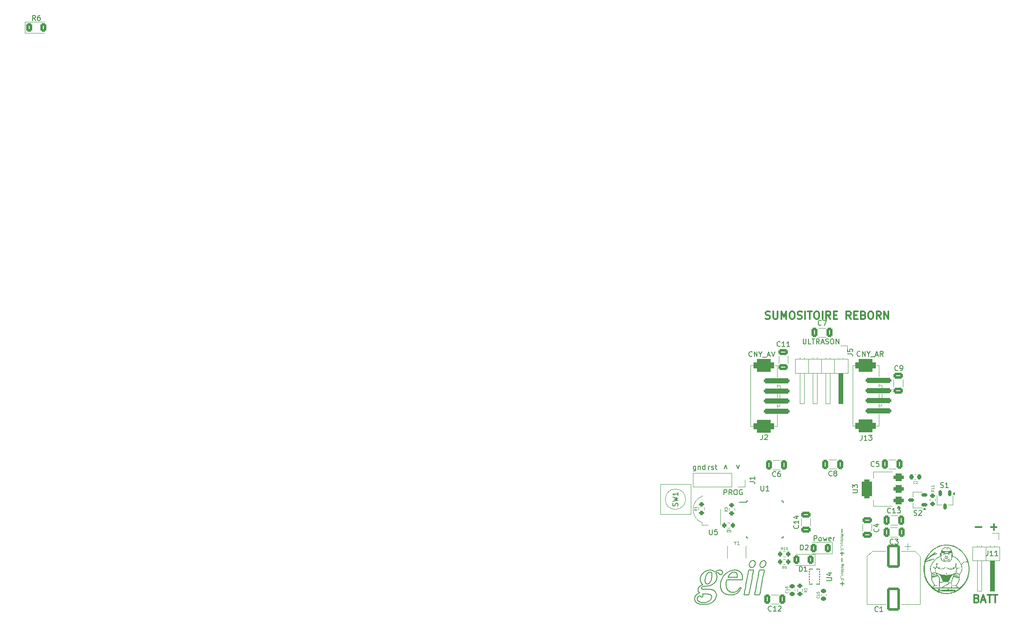
<source format=gbr>
%TF.GenerationSoftware,KiCad,Pcbnew,9.0.6*%
%TF.CreationDate,2026-01-16T11:33:55+01:00*%
%TF.ProjectId,Sumositoire_reborn,53756d6f-7369-4746-9f69-72655f726562,rev?*%
%TF.SameCoordinates,Original*%
%TF.FileFunction,Legend,Top*%
%TF.FilePolarity,Positive*%
%FSLAX46Y46*%
G04 Gerber Fmt 4.6, Leading zero omitted, Abs format (unit mm)*
G04 Created by KiCad (PCBNEW 9.0.6) date 2026-01-16 11:33:55*
%MOMM*%
%LPD*%
G01*
G04 APERTURE LIST*
G04 Aperture macros list*
%AMRoundRect*
0 Rectangle with rounded corners*
0 $1 Rounding radius*
0 $2 $3 $4 $5 $6 $7 $8 $9 X,Y pos of 4 corners*
0 Add a 4 corners polygon primitive as box body*
4,1,4,$2,$3,$4,$5,$6,$7,$8,$9,$2,$3,0*
0 Add four circle primitives for the rounded corners*
1,1,$1+$1,$2,$3*
1,1,$1+$1,$4,$5*
1,1,$1+$1,$6,$7*
1,1,$1+$1,$8,$9*
0 Add four rect primitives between the rounded corners*
20,1,$1+$1,$2,$3,$4,$5,0*
20,1,$1+$1,$4,$5,$6,$7,0*
20,1,$1+$1,$6,$7,$8,$9,0*
20,1,$1+$1,$8,$9,$2,$3,0*%
G04 Aperture macros list end*
%ADD10C,0.032579*%
%ADD11C,0.200000*%
%ADD12C,0.300000*%
%ADD13C,0.100000*%
%ADD14C,0.150000*%
%ADD15C,0.125000*%
%ADD16C,0.120000*%
%ADD17C,0.200660*%
%ADD18C,0.149860*%
%ADD19RoundRect,0.250000X-0.325000X-0.650000X0.325000X-0.650000X0.325000X0.650000X-0.325000X0.650000X0*%
%ADD20C,5.600000*%
%ADD21RoundRect,0.200000X0.275000X-0.200000X0.275000X0.200000X-0.275000X0.200000X-0.275000X-0.200000X0*%
%ADD22O,1.700000X2.400000*%
%ADD23R,1.700000X2.400000*%
%ADD24RoundRect,0.162500X0.447500X0.162500X-0.447500X0.162500X-0.447500X-0.162500X0.447500X-0.162500X0*%
%ADD25RoundRect,0.250000X0.650000X-0.325000X0.650000X0.325000X-0.650000X0.325000X-0.650000X-0.325000X0*%
%ADD26RoundRect,0.225000X-0.225000X-0.250000X0.225000X-0.250000X0.225000X0.250000X-0.225000X0.250000X0*%
%ADD27RoundRect,0.200000X-0.275000X0.200000X-0.275000X-0.200000X0.275000X-0.200000X0.275000X0.200000X0*%
%ADD28RoundRect,0.200000X-0.200000X-0.275000X0.200000X-0.275000X0.200000X0.275000X-0.200000X0.275000X0*%
%ADD29R,0.600000X2.100000*%
%ADD30RoundRect,0.250000X0.325000X0.650000X-0.325000X0.650000X-0.325000X-0.650000X0.325000X-0.650000X0*%
%ADD31RoundRect,0.162500X-0.162500X0.447500X-0.162500X-0.447500X0.162500X-0.447500X0.162500X0.447500X0*%
%ADD32RoundRect,0.250000X0.375000X0.625000X-0.375000X0.625000X-0.375000X-0.625000X0.375000X-0.625000X0*%
%ADD33RoundRect,0.625000X1.375000X-0.625000X1.375000X0.625000X-1.375000X0.625000X-1.375000X-0.625000X0*%
%ADD34RoundRect,0.250000X2.250000X-0.250000X2.250000X0.250000X-2.250000X0.250000X-2.250000X-0.250000X0*%
%ADD35O,2.400000X1.800000*%
%ADD36R,2.400000X1.800000*%
%ADD37R,0.901500X0.289380*%
%ADD38R,0.901500X0.289000*%
%ADD39R,0.901500X0.279400*%
%ADD40R,0.901500X0.290780*%
%ADD41R,0.901500X0.290400*%
%ADD42R,0.800050X4.400000*%
%ADD43R,0.901500X0.290020*%
%ADD44R,0.901500X0.288620*%
%ADD45RoundRect,0.375000X0.625000X0.375000X-0.625000X0.375000X-0.625000X-0.375000X0.625000X-0.375000X0*%
%ADD46RoundRect,0.500000X0.500000X1.400000X-0.500000X1.400000X-0.500000X-1.400000X0.500000X-1.400000X0*%
%ADD47RoundRect,0.250000X-1.000000X2.000000X-1.000000X-2.000000X1.000000X-2.000000X1.000000X2.000000X0*%
%ADD48R,1.500000X0.450000*%
%ADD49R,0.450000X1.500000*%
%ADD50R,1.500000X2.200000*%
%ADD51RoundRect,0.250000X-0.650000X0.325000X-0.650000X-0.325000X0.650000X-0.325000X0.650000X0.325000X0*%
%ADD52RoundRect,0.225000X0.250000X-0.225000X0.250000X0.225000X-0.250000X0.225000X-0.250000X-0.225000X0*%
%ADD53RoundRect,0.250000X-0.375000X-0.625000X0.375000X-0.625000X0.375000X0.625000X-0.375000X0.625000X0*%
%ADD54R,2.400000X1.700000*%
%ADD55O,2.400000X1.700000*%
G04 APERTURE END LIST*
D10*
X180962340Y-112163052D02*
X180967822Y-112163242D01*
X180972753Y-112163576D01*
X180975019Y-112163802D01*
X180977157Y-112164068D01*
X180979170Y-112164378D01*
X180981060Y-112164733D01*
X180982833Y-112165134D01*
X180984489Y-112165584D01*
X180986034Y-112166083D01*
X180987469Y-112166635D01*
X180988799Y-112167240D01*
X180990026Y-112167901D01*
X180991154Y-112168619D01*
X180992185Y-112169395D01*
X180993124Y-112170233D01*
X180993973Y-112171133D01*
X180994736Y-112172097D01*
X180995415Y-112173128D01*
X180996014Y-112174226D01*
X180996537Y-112175394D01*
X180996986Y-112176633D01*
X180997365Y-112177945D01*
X180997676Y-112179332D01*
X180997924Y-112180796D01*
X180998111Y-112182338D01*
X180998241Y-112183960D01*
X180998316Y-112185664D01*
X180998340Y-112187452D01*
X180998379Y-112189908D01*
X180998491Y-112192296D01*
X180998673Y-112194604D01*
X180998922Y-112196819D01*
X180999232Y-112198931D01*
X180999599Y-112200927D01*
X181000021Y-112202796D01*
X181000492Y-112204525D01*
X181000745Y-112205333D01*
X181001009Y-112206102D01*
X181001283Y-112206830D01*
X181001567Y-112207516D01*
X181001860Y-112208158D01*
X181002163Y-112208755D01*
X181002473Y-112209305D01*
X181002792Y-112209807D01*
X181003118Y-112210259D01*
X181003450Y-112210659D01*
X181003789Y-112211007D01*
X181004134Y-112211301D01*
X181004484Y-112211539D01*
X181004839Y-112211720D01*
X181005199Y-112211842D01*
X181005562Y-112211904D01*
X181006463Y-112211777D01*
X181007655Y-112211404D01*
X181009119Y-112210797D01*
X181010835Y-112209970D01*
X181014943Y-112207704D01*
X181019823Y-112204708D01*
X181025317Y-112201083D01*
X181031267Y-112196931D01*
X181037517Y-112192353D01*
X181043907Y-112187452D01*
X181047785Y-112184493D01*
X181051657Y-112181735D01*
X181055521Y-112179179D01*
X181059373Y-112176824D01*
X181063212Y-112174670D01*
X181067036Y-112172717D01*
X181070842Y-112170964D01*
X181074628Y-112169412D01*
X181078392Y-112168060D01*
X181082133Y-112166909D01*
X181085847Y-112165957D01*
X181089532Y-112165205D01*
X181093186Y-112164653D01*
X181096808Y-112164301D01*
X181100394Y-112164148D01*
X181103943Y-112164194D01*
X181107453Y-112164439D01*
X181110920Y-112164883D01*
X181114344Y-112165525D01*
X181117721Y-112166366D01*
X181121050Y-112167406D01*
X181124328Y-112168644D01*
X181127554Y-112170079D01*
X181130724Y-112171713D01*
X181133838Y-112173544D01*
X181136891Y-112175573D01*
X181139884Y-112177799D01*
X181142812Y-112180222D01*
X181145674Y-112182843D01*
X181148468Y-112185660D01*
X181151192Y-112188674D01*
X181153843Y-112191885D01*
X181176678Y-112220876D01*
X181210457Y-112191885D01*
X181217970Y-112185698D01*
X181225224Y-112180297D01*
X181228764Y-112177891D01*
X181232250Y-112175681D01*
X181235689Y-112173667D01*
X181239082Y-112171848D01*
X181242436Y-112170224D01*
X181245753Y-112168795D01*
X181249037Y-112167561D01*
X181252294Y-112166522D01*
X181255527Y-112165677D01*
X181258740Y-112165026D01*
X181261937Y-112164569D01*
X181265122Y-112164306D01*
X181268300Y-112164237D01*
X181271474Y-112164360D01*
X181274649Y-112164677D01*
X181277828Y-112165187D01*
X181281017Y-112165889D01*
X181284218Y-112166784D01*
X181287436Y-112167871D01*
X181290676Y-112169150D01*
X181293940Y-112170621D01*
X181297234Y-112172284D01*
X181300562Y-112174137D01*
X181303927Y-112176182D01*
X181310786Y-112180845D01*
X181317844Y-112186269D01*
X181322423Y-112190124D01*
X181326512Y-112193957D01*
X181330146Y-112197903D01*
X181333358Y-112202097D01*
X181336180Y-112206673D01*
X181338646Y-112211766D01*
X181340788Y-112217508D01*
X181342640Y-112224036D01*
X181344235Y-112231483D01*
X181345607Y-112239983D01*
X181346787Y-112249671D01*
X181347809Y-112260681D01*
X181349513Y-112287206D01*
X181350983Y-112320631D01*
X181351688Y-112338272D01*
X181352401Y-112353967D01*
X181353148Y-112367825D01*
X181353957Y-112379960D01*
X181354393Y-112385416D01*
X181354855Y-112390483D01*
X181355346Y-112395174D01*
X181355870Y-112399505D01*
X181356429Y-112403488D01*
X181357029Y-112407137D01*
X181357671Y-112410468D01*
X181358360Y-112413493D01*
X181359098Y-112416226D01*
X181359890Y-112418682D01*
X181360738Y-112420875D01*
X181361647Y-112422818D01*
X181362619Y-112424525D01*
X181363659Y-112426011D01*
X181364768Y-112427289D01*
X181365952Y-112428373D01*
X181367213Y-112429277D01*
X181368555Y-112430016D01*
X181369981Y-112430602D01*
X181371494Y-112431051D01*
X181373099Y-112431376D01*
X181374798Y-112431590D01*
X181376596Y-112431709D01*
X181378494Y-112431745D01*
X181379684Y-112431761D01*
X181380858Y-112431809D01*
X181382015Y-112431887D01*
X181383154Y-112431996D01*
X181384273Y-112432134D01*
X181385371Y-112432300D01*
X181386446Y-112432494D01*
X181387497Y-112432714D01*
X181388522Y-112432961D01*
X181389521Y-112433234D01*
X181390490Y-112433531D01*
X181391430Y-112433851D01*
X181392338Y-112434195D01*
X181393213Y-112434561D01*
X181394054Y-112434949D01*
X181394858Y-112435357D01*
X181395626Y-112435785D01*
X181396354Y-112436232D01*
X181397042Y-112436698D01*
X181397688Y-112437181D01*
X181398291Y-112437681D01*
X181398850Y-112438197D01*
X181399362Y-112438728D01*
X181399826Y-112439274D01*
X181400242Y-112439833D01*
X181400606Y-112440405D01*
X181400919Y-112440990D01*
X181401178Y-112441585D01*
X181401382Y-112442192D01*
X181401530Y-112442808D01*
X181401619Y-112443433D01*
X181401649Y-112444067D01*
X181401554Y-112444700D01*
X181401271Y-112445325D01*
X181400159Y-112446546D01*
X181398349Y-112447722D01*
X181395878Y-112448847D01*
X181392780Y-112449917D01*
X181389092Y-112450925D01*
X181384850Y-112451864D01*
X181380088Y-112452730D01*
X181369152Y-112454216D01*
X181356571Y-112455336D01*
X181342629Y-112456043D01*
X181327614Y-112456289D01*
X181319193Y-112456238D01*
X181311283Y-112456085D01*
X181303896Y-112455833D01*
X181297045Y-112455482D01*
X181290742Y-112455034D01*
X181285000Y-112454490D01*
X181279830Y-112453851D01*
X181275246Y-112453119D01*
X181273177Y-112452718D01*
X181271259Y-112452295D01*
X181269493Y-112451849D01*
X181267882Y-112451380D01*
X181266426Y-112450890D01*
X181265127Y-112450377D01*
X181263986Y-112449842D01*
X181263006Y-112449285D01*
X181262188Y-112448707D01*
X181261533Y-112448107D01*
X181261042Y-112447486D01*
X181260718Y-112446844D01*
X181260562Y-112446180D01*
X181260575Y-112445496D01*
X181260759Y-112444792D01*
X181261116Y-112444067D01*
X181261975Y-112442817D01*
X181262990Y-112441601D01*
X181264147Y-112440425D01*
X181265435Y-112439296D01*
X181266839Y-112438220D01*
X181268348Y-112437204D01*
X181269947Y-112436254D01*
X181271624Y-112435377D01*
X181273367Y-112434578D01*
X181275161Y-112433865D01*
X181276994Y-112433245D01*
X181278854Y-112432722D01*
X181280726Y-112432304D01*
X181282599Y-112431998D01*
X181284459Y-112431809D01*
X181286293Y-112431745D01*
X181288692Y-112431210D01*
X181290929Y-112429646D01*
X181293002Y-112427117D01*
X181294914Y-112423686D01*
X181298254Y-112414373D01*
X181300952Y-112402212D01*
X181303012Y-112387712D01*
X181304437Y-112371379D01*
X181305231Y-112353721D01*
X181305398Y-112335243D01*
X181304942Y-112316453D01*
X181303866Y-112297858D01*
X181302175Y-112279965D01*
X181299871Y-112263281D01*
X181296960Y-112248312D01*
X181293444Y-112235567D01*
X181289328Y-112225550D01*
X181287045Y-112221724D01*
X181284614Y-112218771D01*
X181282207Y-112216434D01*
X181279813Y-112214257D01*
X181277430Y-112212241D01*
X181275056Y-112210384D01*
X181272690Y-112208689D01*
X181270331Y-112207154D01*
X181267976Y-112205779D01*
X181265625Y-112204566D01*
X181263275Y-112203513D01*
X181260926Y-112202622D01*
X181258575Y-112201891D01*
X181256222Y-112201322D01*
X181253863Y-112200915D01*
X181251499Y-112200668D01*
X181249127Y-112200584D01*
X181246746Y-112200661D01*
X181244354Y-112200901D01*
X181241950Y-112201302D01*
X181239532Y-112201865D01*
X181237098Y-112202591D01*
X181234647Y-112203479D01*
X181232178Y-112204529D01*
X181229689Y-112205742D01*
X181227178Y-112207118D01*
X181224643Y-112208657D01*
X181222084Y-112210358D01*
X181219498Y-112212223D01*
X181216885Y-112214251D01*
X181211567Y-112218797D01*
X181206119Y-112223997D01*
X181202532Y-112227788D01*
X181199294Y-112231670D01*
X181196391Y-112235722D01*
X181193806Y-112240024D01*
X181191522Y-112244656D01*
X181189523Y-112249696D01*
X181187793Y-112255226D01*
X181186314Y-112261323D01*
X181185071Y-112268067D01*
X181184047Y-112275539D01*
X181183226Y-112283817D01*
X181182591Y-112292982D01*
X181181813Y-112314288D01*
X181181583Y-112340093D01*
X181181630Y-112352930D01*
X181181774Y-112364603D01*
X181182026Y-112375158D01*
X181182196Y-112380031D01*
X181182395Y-112384643D01*
X181182626Y-112388998D01*
X181182890Y-112393102D01*
X181183187Y-112396962D01*
X181183519Y-112400583D01*
X181183887Y-112403971D01*
X181184292Y-112407132D01*
X181184735Y-112410071D01*
X181185218Y-112412795D01*
X181185741Y-112415308D01*
X181186306Y-112417618D01*
X181186913Y-112419729D01*
X181187564Y-112421648D01*
X181188261Y-112423380D01*
X181189003Y-112424931D01*
X181189793Y-112426307D01*
X181190631Y-112427513D01*
X181191519Y-112428556D01*
X181192457Y-112429441D01*
X181193447Y-112430174D01*
X181194490Y-112430760D01*
X181195587Y-112431207D01*
X181196740Y-112431518D01*
X181197949Y-112431701D01*
X181199215Y-112431760D01*
X181200128Y-112431776D01*
X181201049Y-112431824D01*
X181202910Y-112432011D01*
X181204783Y-112432315D01*
X181206655Y-112432730D01*
X181208515Y-112433249D01*
X181210348Y-112433867D01*
X181212142Y-112434576D01*
X181213884Y-112435372D01*
X181215561Y-112436247D01*
X181217160Y-112437196D01*
X181218668Y-112438212D01*
X181220072Y-112439289D01*
X181221359Y-112440421D01*
X181221954Y-112441005D01*
X181222516Y-112441601D01*
X181223041Y-112442207D01*
X181223530Y-112442823D01*
X181223979Y-112443448D01*
X181224388Y-112444082D01*
X181224745Y-112444802D01*
X181224930Y-112445503D01*
X181224943Y-112446183D01*
X181224787Y-112446844D01*
X181224464Y-112447483D01*
X181223973Y-112448102D01*
X181222500Y-112449278D01*
X181220380Y-112450368D01*
X181217626Y-112451372D01*
X181214249Y-112452288D01*
X181210263Y-112453114D01*
X181205679Y-112453849D01*
X181200509Y-112454491D01*
X181188464Y-112455490D01*
X181174226Y-112456099D01*
X181157894Y-112456304D01*
X181144918Y-112456132D01*
X181133048Y-112455631D01*
X181122331Y-112454827D01*
X181117418Y-112454320D01*
X181112810Y-112453746D01*
X181108512Y-112453110D01*
X181104531Y-112452413D01*
X181100871Y-112451660D01*
X181097539Y-112450853D01*
X181094540Y-112449996D01*
X181091879Y-112449092D01*
X181089562Y-112448144D01*
X181087595Y-112447155D01*
X181085984Y-112446128D01*
X181084734Y-112445066D01*
X181083850Y-112443974D01*
X181083339Y-112442853D01*
X181083206Y-112441707D01*
X181083456Y-112440539D01*
X181084095Y-112439353D01*
X181085129Y-112438151D01*
X181086564Y-112436937D01*
X181088405Y-112435713D01*
X181090657Y-112434484D01*
X181093327Y-112433252D01*
X181096420Y-112432020D01*
X181099941Y-112430791D01*
X181103896Y-112429570D01*
X181108292Y-112428358D01*
X181112061Y-112427245D01*
X181115430Y-112425929D01*
X181118418Y-112424335D01*
X181121048Y-112422388D01*
X181123342Y-112420015D01*
X181125321Y-112417140D01*
X181127005Y-112413689D01*
X181128418Y-112409588D01*
X181129581Y-112404763D01*
X181130514Y-112399139D01*
X181131240Y-112392641D01*
X181131781Y-112385195D01*
X181132157Y-112376726D01*
X181132390Y-112367161D01*
X181132515Y-112344442D01*
X181132444Y-112336319D01*
X181132261Y-112328424D01*
X181131967Y-112320758D01*
X181131562Y-112313321D01*
X181131046Y-112306116D01*
X181130421Y-112299143D01*
X181129686Y-112292402D01*
X181128841Y-112285894D01*
X181127888Y-112279622D01*
X181126826Y-112273584D01*
X181125655Y-112267784D01*
X181124377Y-112262220D01*
X181122992Y-112256895D01*
X181121499Y-112251809D01*
X181119900Y-112246963D01*
X181118194Y-112242358D01*
X181116383Y-112237995D01*
X181114466Y-112233875D01*
X181112444Y-112229998D01*
X181110316Y-112226367D01*
X181108085Y-112222981D01*
X181105749Y-112219842D01*
X181103310Y-112216950D01*
X181100767Y-112214307D01*
X181098122Y-112211913D01*
X181095373Y-112209769D01*
X181092523Y-112207876D01*
X181089571Y-112206236D01*
X181086517Y-112204849D01*
X181083363Y-112203716D01*
X181080107Y-112202837D01*
X181076752Y-112202215D01*
X181072615Y-112201763D01*
X181068585Y-112201619D01*
X181064663Y-112201781D01*
X181060850Y-112202249D01*
X181057145Y-112203022D01*
X181053550Y-112204098D01*
X181050065Y-112205478D01*
X181046691Y-112207159D01*
X181043427Y-112209142D01*
X181040275Y-112211424D01*
X181037236Y-112214006D01*
X181034309Y-112216887D01*
X181028795Y-112223538D01*
X181023739Y-112231372D01*
X181019144Y-112240382D01*
X181015016Y-112250558D01*
X181011357Y-112261895D01*
X181008174Y-112274386D01*
X181005470Y-112288021D01*
X181003249Y-112302795D01*
X181001516Y-112318700D01*
X181000275Y-112335729D01*
X180999518Y-112349672D01*
X180998927Y-112362042D01*
X180998526Y-112372942D01*
X180998337Y-112382476D01*
X180998330Y-112386762D01*
X180998385Y-112390746D01*
X180998505Y-112394440D01*
X180998694Y-112397857D01*
X180998953Y-112401009D01*
X180999286Y-112403911D01*
X180999696Y-112406574D01*
X181000186Y-112409012D01*
X181000759Y-112411238D01*
X181001417Y-112413264D01*
X181002165Y-112415104D01*
X181003004Y-112416770D01*
X181003938Y-112418276D01*
X181004969Y-112419634D01*
X181006102Y-112420857D01*
X181007337Y-112421958D01*
X181008680Y-112422950D01*
X181010132Y-112423846D01*
X181011696Y-112424659D01*
X181013376Y-112425402D01*
X181015174Y-112426088D01*
X181017094Y-112426729D01*
X181019138Y-112427339D01*
X181021309Y-112427930D01*
X181029864Y-112430410D01*
X181036686Y-112432914D01*
X181041816Y-112435416D01*
X181043760Y-112436659D01*
X181045297Y-112437892D01*
X181046433Y-112439112D01*
X181047172Y-112440316D01*
X181047519Y-112441500D01*
X181047481Y-112442662D01*
X181047063Y-112443798D01*
X181046269Y-112444905D01*
X181045105Y-112445980D01*
X181043576Y-112447020D01*
X181039446Y-112448982D01*
X181033920Y-112450764D01*
X181027041Y-112452341D01*
X181018851Y-112453689D01*
X181009392Y-112454782D01*
X180998707Y-112455594D01*
X180986838Y-112456099D01*
X180973827Y-112456274D01*
X180966291Y-112456211D01*
X180958982Y-112456028D01*
X180951936Y-112455729D01*
X180945189Y-112455321D01*
X180938777Y-112454810D01*
X180932735Y-112454201D01*
X180927099Y-112453501D01*
X180921905Y-112452715D01*
X180917188Y-112451849D01*
X180912984Y-112450909D01*
X180909329Y-112449902D01*
X180906259Y-112448832D01*
X180904954Y-112448276D01*
X180903808Y-112447706D01*
X180902827Y-112447124D01*
X180902014Y-112446530D01*
X180901374Y-112445925D01*
X180900911Y-112445310D01*
X180900630Y-112444685D01*
X180900535Y-112444051D01*
X180900542Y-112444058D01*
X180900549Y-112444065D01*
X180900562Y-112444079D01*
X180900588Y-112444105D01*
X180900602Y-112444118D01*
X180900614Y-112444131D01*
X180900621Y-112444137D01*
X180900627Y-112444144D01*
X180900633Y-112444151D01*
X180900638Y-112444158D01*
X180900670Y-112443529D01*
X180900765Y-112442908D01*
X180900921Y-112442296D01*
X180901137Y-112441692D01*
X180901411Y-112441099D01*
X180901741Y-112440517D01*
X180902126Y-112439946D01*
X180902565Y-112439388D01*
X180903597Y-112438312D01*
X180904824Y-112437296D01*
X180906233Y-112436346D01*
X180907812Y-112435468D01*
X180909549Y-112434670D01*
X180911432Y-112433957D01*
X180913446Y-112433336D01*
X180915581Y-112432814D01*
X180917823Y-112432396D01*
X180920161Y-112432090D01*
X180922581Y-112431901D01*
X180925072Y-112431837D01*
X180929088Y-112431720D01*
X180932641Y-112431280D01*
X180935759Y-112430383D01*
X180938470Y-112428898D01*
X180940801Y-112426689D01*
X180942782Y-112423625D01*
X180944440Y-112419572D01*
X180945804Y-112414396D01*
X180946902Y-112407965D01*
X180947762Y-112400144D01*
X180948412Y-112390802D01*
X180948881Y-112379804D01*
X180949386Y-112352310D01*
X180949505Y-112316595D01*
X180949474Y-112298015D01*
X180949363Y-112281499D01*
X180949146Y-112266915D01*
X180948798Y-112254133D01*
X180948567Y-112248376D01*
X180948292Y-112243020D01*
X180947972Y-112238049D01*
X180947603Y-112233446D01*
X180947181Y-112229195D01*
X180946703Y-112225280D01*
X180946166Y-112221684D01*
X180945568Y-112218390D01*
X180944903Y-112215383D01*
X180944170Y-112212646D01*
X180943365Y-112210162D01*
X180942484Y-112207915D01*
X180941525Y-112205889D01*
X180940484Y-112204067D01*
X180939359Y-112202433D01*
X180938145Y-112200971D01*
X180936839Y-112199664D01*
X180935438Y-112198495D01*
X180933940Y-112197449D01*
X180932340Y-112196509D01*
X180930635Y-112195658D01*
X180928823Y-112194881D01*
X180926900Y-112194160D01*
X180924862Y-112193479D01*
X180921612Y-112192378D01*
X180918684Y-112191237D01*
X180916075Y-112190063D01*
X180913778Y-112188860D01*
X180911789Y-112187633D01*
X180910102Y-112186387D01*
X180908714Y-112185126D01*
X180907619Y-112183856D01*
X180906812Y-112182581D01*
X180906287Y-112181305D01*
X180906041Y-112180035D01*
X180906068Y-112178774D01*
X180906363Y-112177528D01*
X180906921Y-112176301D01*
X180907737Y-112175098D01*
X180908807Y-112173924D01*
X180910124Y-112172784D01*
X180911686Y-112171682D01*
X180913485Y-112170624D01*
X180915518Y-112169614D01*
X180920264Y-112167759D01*
X180925883Y-112166154D01*
X180932337Y-112164839D01*
X180939585Y-112163851D01*
X180947588Y-112163230D01*
X180956306Y-112163015D01*
X180956280Y-112162992D01*
X180962340Y-112163052D01*
G36*
X180962340Y-112163052D02*
G01*
X180967822Y-112163242D01*
X180972753Y-112163576D01*
X180975019Y-112163802D01*
X180977157Y-112164068D01*
X180979170Y-112164378D01*
X180981060Y-112164733D01*
X180982833Y-112165134D01*
X180984489Y-112165584D01*
X180986034Y-112166083D01*
X180987469Y-112166635D01*
X180988799Y-112167240D01*
X180990026Y-112167901D01*
X180991154Y-112168619D01*
X180992185Y-112169395D01*
X180993124Y-112170233D01*
X180993973Y-112171133D01*
X180994736Y-112172097D01*
X180995415Y-112173128D01*
X180996014Y-112174226D01*
X180996537Y-112175394D01*
X180996986Y-112176633D01*
X180997365Y-112177945D01*
X180997676Y-112179332D01*
X180997924Y-112180796D01*
X180998111Y-112182338D01*
X180998241Y-112183960D01*
X180998316Y-112185664D01*
X180998340Y-112187452D01*
X180998379Y-112189908D01*
X180998491Y-112192296D01*
X180998673Y-112194604D01*
X180998922Y-112196819D01*
X180999232Y-112198931D01*
X180999599Y-112200927D01*
X181000021Y-112202796D01*
X181000492Y-112204525D01*
X181000745Y-112205333D01*
X181001009Y-112206102D01*
X181001283Y-112206830D01*
X181001567Y-112207516D01*
X181001860Y-112208158D01*
X181002163Y-112208755D01*
X181002473Y-112209305D01*
X181002792Y-112209807D01*
X181003118Y-112210259D01*
X181003450Y-112210659D01*
X181003789Y-112211007D01*
X181004134Y-112211301D01*
X181004484Y-112211539D01*
X181004839Y-112211720D01*
X181005199Y-112211842D01*
X181005562Y-112211904D01*
X181006463Y-112211777D01*
X181007655Y-112211404D01*
X181009119Y-112210797D01*
X181010835Y-112209970D01*
X181014943Y-112207704D01*
X181019823Y-112204708D01*
X181025317Y-112201083D01*
X181031267Y-112196931D01*
X181037517Y-112192353D01*
X181043907Y-112187452D01*
X181047785Y-112184493D01*
X181051657Y-112181735D01*
X181055521Y-112179179D01*
X181059373Y-112176824D01*
X181063212Y-112174670D01*
X181067036Y-112172717D01*
X181070842Y-112170964D01*
X181074628Y-112169412D01*
X181078392Y-112168060D01*
X181082133Y-112166909D01*
X181085847Y-112165957D01*
X181089532Y-112165205D01*
X181093186Y-112164653D01*
X181096808Y-112164301D01*
X181100394Y-112164148D01*
X181103943Y-112164194D01*
X181107453Y-112164439D01*
X181110920Y-112164883D01*
X181114344Y-112165525D01*
X181117721Y-112166366D01*
X181121050Y-112167406D01*
X181124328Y-112168644D01*
X181127554Y-112170079D01*
X181130724Y-112171713D01*
X181133838Y-112173544D01*
X181136891Y-112175573D01*
X181139884Y-112177799D01*
X181142812Y-112180222D01*
X181145674Y-112182843D01*
X181148468Y-112185660D01*
X181151192Y-112188674D01*
X181153843Y-112191885D01*
X181176678Y-112220876D01*
X181210457Y-112191885D01*
X181217970Y-112185698D01*
X181225224Y-112180297D01*
X181228764Y-112177891D01*
X181232250Y-112175681D01*
X181235689Y-112173667D01*
X181239082Y-112171848D01*
X181242436Y-112170224D01*
X181245753Y-112168795D01*
X181249037Y-112167561D01*
X181252294Y-112166522D01*
X181255527Y-112165677D01*
X181258740Y-112165026D01*
X181261937Y-112164569D01*
X181265122Y-112164306D01*
X181268300Y-112164237D01*
X181271474Y-112164360D01*
X181274649Y-112164677D01*
X181277828Y-112165187D01*
X181281017Y-112165889D01*
X181284218Y-112166784D01*
X181287436Y-112167871D01*
X181290676Y-112169150D01*
X181293940Y-112170621D01*
X181297234Y-112172284D01*
X181300562Y-112174137D01*
X181303927Y-112176182D01*
X181310786Y-112180845D01*
X181317844Y-112186269D01*
X181322423Y-112190124D01*
X181326512Y-112193957D01*
X181330146Y-112197903D01*
X181333358Y-112202097D01*
X181336180Y-112206673D01*
X181338646Y-112211766D01*
X181340788Y-112217508D01*
X181342640Y-112224036D01*
X181344235Y-112231483D01*
X181345607Y-112239983D01*
X181346787Y-112249671D01*
X181347809Y-112260681D01*
X181349513Y-112287206D01*
X181350983Y-112320631D01*
X181351688Y-112338272D01*
X181352401Y-112353967D01*
X181353148Y-112367825D01*
X181353957Y-112379960D01*
X181354393Y-112385416D01*
X181354855Y-112390483D01*
X181355346Y-112395174D01*
X181355870Y-112399505D01*
X181356429Y-112403488D01*
X181357029Y-112407137D01*
X181357671Y-112410468D01*
X181358360Y-112413493D01*
X181359098Y-112416226D01*
X181359890Y-112418682D01*
X181360738Y-112420875D01*
X181361647Y-112422818D01*
X181362619Y-112424525D01*
X181363659Y-112426011D01*
X181364768Y-112427289D01*
X181365952Y-112428373D01*
X181367213Y-112429277D01*
X181368555Y-112430016D01*
X181369981Y-112430602D01*
X181371494Y-112431051D01*
X181373099Y-112431376D01*
X181374798Y-112431590D01*
X181376596Y-112431709D01*
X181378494Y-112431745D01*
X181379684Y-112431761D01*
X181380858Y-112431809D01*
X181382015Y-112431887D01*
X181383154Y-112431996D01*
X181384273Y-112432134D01*
X181385371Y-112432300D01*
X181386446Y-112432494D01*
X181387497Y-112432714D01*
X181388522Y-112432961D01*
X181389521Y-112433234D01*
X181390490Y-112433531D01*
X181391430Y-112433851D01*
X181392338Y-112434195D01*
X181393213Y-112434561D01*
X181394054Y-112434949D01*
X181394858Y-112435357D01*
X181395626Y-112435785D01*
X181396354Y-112436232D01*
X181397042Y-112436698D01*
X181397688Y-112437181D01*
X181398291Y-112437681D01*
X181398850Y-112438197D01*
X181399362Y-112438728D01*
X181399826Y-112439274D01*
X181400242Y-112439833D01*
X181400606Y-112440405D01*
X181400919Y-112440990D01*
X181401178Y-112441585D01*
X181401382Y-112442192D01*
X181401530Y-112442808D01*
X181401619Y-112443433D01*
X181401649Y-112444067D01*
X181401554Y-112444700D01*
X181401271Y-112445325D01*
X181400159Y-112446546D01*
X181398349Y-112447722D01*
X181395878Y-112448847D01*
X181392780Y-112449917D01*
X181389092Y-112450925D01*
X181384850Y-112451864D01*
X181380088Y-112452730D01*
X181369152Y-112454216D01*
X181356571Y-112455336D01*
X181342629Y-112456043D01*
X181327614Y-112456289D01*
X181319193Y-112456238D01*
X181311283Y-112456085D01*
X181303896Y-112455833D01*
X181297045Y-112455482D01*
X181290742Y-112455034D01*
X181285000Y-112454490D01*
X181279830Y-112453851D01*
X181275246Y-112453119D01*
X181273177Y-112452718D01*
X181271259Y-112452295D01*
X181269493Y-112451849D01*
X181267882Y-112451380D01*
X181266426Y-112450890D01*
X181265127Y-112450377D01*
X181263986Y-112449842D01*
X181263006Y-112449285D01*
X181262188Y-112448707D01*
X181261533Y-112448107D01*
X181261042Y-112447486D01*
X181260718Y-112446844D01*
X181260562Y-112446180D01*
X181260575Y-112445496D01*
X181260759Y-112444792D01*
X181261116Y-112444067D01*
X181261975Y-112442817D01*
X181262990Y-112441601D01*
X181264147Y-112440425D01*
X181265435Y-112439296D01*
X181266839Y-112438220D01*
X181268348Y-112437204D01*
X181269947Y-112436254D01*
X181271624Y-112435377D01*
X181273367Y-112434578D01*
X181275161Y-112433865D01*
X181276994Y-112433245D01*
X181278854Y-112432722D01*
X181280726Y-112432304D01*
X181282599Y-112431998D01*
X181284459Y-112431809D01*
X181286293Y-112431745D01*
X181288692Y-112431210D01*
X181290929Y-112429646D01*
X181293002Y-112427117D01*
X181294914Y-112423686D01*
X181298254Y-112414373D01*
X181300952Y-112402212D01*
X181303012Y-112387712D01*
X181304437Y-112371379D01*
X181305231Y-112353721D01*
X181305398Y-112335243D01*
X181304942Y-112316453D01*
X181303866Y-112297858D01*
X181302175Y-112279965D01*
X181299871Y-112263281D01*
X181296960Y-112248312D01*
X181293444Y-112235567D01*
X181289328Y-112225550D01*
X181287045Y-112221724D01*
X181284614Y-112218771D01*
X181282207Y-112216434D01*
X181279813Y-112214257D01*
X181277430Y-112212241D01*
X181275056Y-112210384D01*
X181272690Y-112208689D01*
X181270331Y-112207154D01*
X181267976Y-112205779D01*
X181265625Y-112204566D01*
X181263275Y-112203513D01*
X181260926Y-112202622D01*
X181258575Y-112201891D01*
X181256222Y-112201322D01*
X181253863Y-112200915D01*
X181251499Y-112200668D01*
X181249127Y-112200584D01*
X181246746Y-112200661D01*
X181244354Y-112200901D01*
X181241950Y-112201302D01*
X181239532Y-112201865D01*
X181237098Y-112202591D01*
X181234647Y-112203479D01*
X181232178Y-112204529D01*
X181229689Y-112205742D01*
X181227178Y-112207118D01*
X181224643Y-112208657D01*
X181222084Y-112210358D01*
X181219498Y-112212223D01*
X181216885Y-112214251D01*
X181211567Y-112218797D01*
X181206119Y-112223997D01*
X181202532Y-112227788D01*
X181199294Y-112231670D01*
X181196391Y-112235722D01*
X181193806Y-112240024D01*
X181191522Y-112244656D01*
X181189523Y-112249696D01*
X181187793Y-112255226D01*
X181186314Y-112261323D01*
X181185071Y-112268067D01*
X181184047Y-112275539D01*
X181183226Y-112283817D01*
X181182591Y-112292982D01*
X181181813Y-112314288D01*
X181181583Y-112340093D01*
X181181630Y-112352930D01*
X181181774Y-112364603D01*
X181182026Y-112375158D01*
X181182196Y-112380031D01*
X181182395Y-112384643D01*
X181182626Y-112388998D01*
X181182890Y-112393102D01*
X181183187Y-112396962D01*
X181183519Y-112400583D01*
X181183887Y-112403971D01*
X181184292Y-112407132D01*
X181184735Y-112410071D01*
X181185218Y-112412795D01*
X181185741Y-112415308D01*
X181186306Y-112417618D01*
X181186913Y-112419729D01*
X181187564Y-112421648D01*
X181188261Y-112423380D01*
X181189003Y-112424931D01*
X181189793Y-112426307D01*
X181190631Y-112427513D01*
X181191519Y-112428556D01*
X181192457Y-112429441D01*
X181193447Y-112430174D01*
X181194490Y-112430760D01*
X181195587Y-112431207D01*
X181196740Y-112431518D01*
X181197949Y-112431701D01*
X181199215Y-112431760D01*
X181200128Y-112431776D01*
X181201049Y-112431824D01*
X181202910Y-112432011D01*
X181204783Y-112432315D01*
X181206655Y-112432730D01*
X181208515Y-112433249D01*
X181210348Y-112433867D01*
X181212142Y-112434576D01*
X181213884Y-112435372D01*
X181215561Y-112436247D01*
X181217160Y-112437196D01*
X181218668Y-112438212D01*
X181220072Y-112439289D01*
X181221359Y-112440421D01*
X181221954Y-112441005D01*
X181222516Y-112441601D01*
X181223041Y-112442207D01*
X181223530Y-112442823D01*
X181223979Y-112443448D01*
X181224388Y-112444082D01*
X181224745Y-112444802D01*
X181224930Y-112445503D01*
X181224943Y-112446183D01*
X181224787Y-112446844D01*
X181224464Y-112447483D01*
X181223973Y-112448102D01*
X181222500Y-112449278D01*
X181220380Y-112450368D01*
X181217626Y-112451372D01*
X181214249Y-112452288D01*
X181210263Y-112453114D01*
X181205679Y-112453849D01*
X181200509Y-112454491D01*
X181188464Y-112455490D01*
X181174226Y-112456099D01*
X181157894Y-112456304D01*
X181144918Y-112456132D01*
X181133048Y-112455631D01*
X181122331Y-112454827D01*
X181117418Y-112454320D01*
X181112810Y-112453746D01*
X181108512Y-112453110D01*
X181104531Y-112452413D01*
X181100871Y-112451660D01*
X181097539Y-112450853D01*
X181094540Y-112449996D01*
X181091879Y-112449092D01*
X181089562Y-112448144D01*
X181087595Y-112447155D01*
X181085984Y-112446128D01*
X181084734Y-112445066D01*
X181083850Y-112443974D01*
X181083339Y-112442853D01*
X181083206Y-112441707D01*
X181083456Y-112440539D01*
X181084095Y-112439353D01*
X181085129Y-112438151D01*
X181086564Y-112436937D01*
X181088405Y-112435713D01*
X181090657Y-112434484D01*
X181093327Y-112433252D01*
X181096420Y-112432020D01*
X181099941Y-112430791D01*
X181103896Y-112429570D01*
X181108292Y-112428358D01*
X181112061Y-112427245D01*
X181115430Y-112425929D01*
X181118418Y-112424335D01*
X181121048Y-112422388D01*
X181123342Y-112420015D01*
X181125321Y-112417140D01*
X181127005Y-112413689D01*
X181128418Y-112409588D01*
X181129581Y-112404763D01*
X181130514Y-112399139D01*
X181131240Y-112392641D01*
X181131781Y-112385195D01*
X181132157Y-112376726D01*
X181132390Y-112367161D01*
X181132515Y-112344442D01*
X181132444Y-112336319D01*
X181132261Y-112328424D01*
X181131967Y-112320758D01*
X181131562Y-112313321D01*
X181131046Y-112306116D01*
X181130421Y-112299143D01*
X181129686Y-112292402D01*
X181128841Y-112285894D01*
X181127888Y-112279622D01*
X181126826Y-112273584D01*
X181125655Y-112267784D01*
X181124377Y-112262220D01*
X181122992Y-112256895D01*
X181121499Y-112251809D01*
X181119900Y-112246963D01*
X181118194Y-112242358D01*
X181116383Y-112237995D01*
X181114466Y-112233875D01*
X181112444Y-112229998D01*
X181110316Y-112226367D01*
X181108085Y-112222981D01*
X181105749Y-112219842D01*
X181103310Y-112216950D01*
X181100767Y-112214307D01*
X181098122Y-112211913D01*
X181095373Y-112209769D01*
X181092523Y-112207876D01*
X181089571Y-112206236D01*
X181086517Y-112204849D01*
X181083363Y-112203716D01*
X181080107Y-112202837D01*
X181076752Y-112202215D01*
X181072615Y-112201763D01*
X181068585Y-112201619D01*
X181064663Y-112201781D01*
X181060850Y-112202249D01*
X181057145Y-112203022D01*
X181053550Y-112204098D01*
X181050065Y-112205478D01*
X181046691Y-112207159D01*
X181043427Y-112209142D01*
X181040275Y-112211424D01*
X181037236Y-112214006D01*
X181034309Y-112216887D01*
X181028795Y-112223538D01*
X181023739Y-112231372D01*
X181019144Y-112240382D01*
X181015016Y-112250558D01*
X181011357Y-112261895D01*
X181008174Y-112274386D01*
X181005470Y-112288021D01*
X181003249Y-112302795D01*
X181001516Y-112318700D01*
X181000275Y-112335729D01*
X180999518Y-112349672D01*
X180998927Y-112362042D01*
X180998526Y-112372942D01*
X180998337Y-112382476D01*
X180998330Y-112386762D01*
X180998385Y-112390746D01*
X180998505Y-112394440D01*
X180998694Y-112397857D01*
X180998953Y-112401009D01*
X180999286Y-112403911D01*
X180999696Y-112406574D01*
X181000186Y-112409012D01*
X181000759Y-112411238D01*
X181001417Y-112413264D01*
X181002165Y-112415104D01*
X181003004Y-112416770D01*
X181003938Y-112418276D01*
X181004969Y-112419634D01*
X181006102Y-112420857D01*
X181007337Y-112421958D01*
X181008680Y-112422950D01*
X181010132Y-112423846D01*
X181011696Y-112424659D01*
X181013376Y-112425402D01*
X181015174Y-112426088D01*
X181017094Y-112426729D01*
X181019138Y-112427339D01*
X181021309Y-112427930D01*
X181029864Y-112430410D01*
X181036686Y-112432914D01*
X181041816Y-112435416D01*
X181043760Y-112436659D01*
X181045297Y-112437892D01*
X181046433Y-112439112D01*
X181047172Y-112440316D01*
X181047519Y-112441500D01*
X181047481Y-112442662D01*
X181047063Y-112443798D01*
X181046269Y-112444905D01*
X181045105Y-112445980D01*
X181043576Y-112447020D01*
X181039446Y-112448982D01*
X181033920Y-112450764D01*
X181027041Y-112452341D01*
X181018851Y-112453689D01*
X181009392Y-112454782D01*
X180998707Y-112455594D01*
X180986838Y-112456099D01*
X180973827Y-112456274D01*
X180966291Y-112456211D01*
X180958982Y-112456028D01*
X180951936Y-112455729D01*
X180945189Y-112455321D01*
X180938777Y-112454810D01*
X180932735Y-112454201D01*
X180927099Y-112453501D01*
X180921905Y-112452715D01*
X180917188Y-112451849D01*
X180912984Y-112450909D01*
X180909329Y-112449902D01*
X180906259Y-112448832D01*
X180904954Y-112448276D01*
X180903808Y-112447706D01*
X180902827Y-112447124D01*
X180902014Y-112446530D01*
X180901374Y-112445925D01*
X180900911Y-112445310D01*
X180900630Y-112444685D01*
X180900535Y-112444051D01*
X180900542Y-112444058D01*
X180900549Y-112444065D01*
X180900562Y-112444079D01*
X180900588Y-112444105D01*
X180900602Y-112444118D01*
X180900614Y-112444131D01*
X180900621Y-112444137D01*
X180900627Y-112444144D01*
X180900633Y-112444151D01*
X180900638Y-112444158D01*
X180900670Y-112443529D01*
X180900765Y-112442908D01*
X180900921Y-112442296D01*
X180901137Y-112441692D01*
X180901411Y-112441099D01*
X180901741Y-112440517D01*
X180902126Y-112439946D01*
X180902565Y-112439388D01*
X180903597Y-112438312D01*
X180904824Y-112437296D01*
X180906233Y-112436346D01*
X180907812Y-112435468D01*
X180909549Y-112434670D01*
X180911432Y-112433957D01*
X180913446Y-112433336D01*
X180915581Y-112432814D01*
X180917823Y-112432396D01*
X180920161Y-112432090D01*
X180922581Y-112431901D01*
X180925072Y-112431837D01*
X180929088Y-112431720D01*
X180932641Y-112431280D01*
X180935759Y-112430383D01*
X180938470Y-112428898D01*
X180940801Y-112426689D01*
X180942782Y-112423625D01*
X180944440Y-112419572D01*
X180945804Y-112414396D01*
X180946902Y-112407965D01*
X180947762Y-112400144D01*
X180948412Y-112390802D01*
X180948881Y-112379804D01*
X180949386Y-112352310D01*
X180949505Y-112316595D01*
X180949474Y-112298015D01*
X180949363Y-112281499D01*
X180949146Y-112266915D01*
X180948798Y-112254133D01*
X180948567Y-112248376D01*
X180948292Y-112243020D01*
X180947972Y-112238049D01*
X180947603Y-112233446D01*
X180947181Y-112229195D01*
X180946703Y-112225280D01*
X180946166Y-112221684D01*
X180945568Y-112218390D01*
X180944903Y-112215383D01*
X180944170Y-112212646D01*
X180943365Y-112210162D01*
X180942484Y-112207915D01*
X180941525Y-112205889D01*
X180940484Y-112204067D01*
X180939359Y-112202433D01*
X180938145Y-112200971D01*
X180936839Y-112199664D01*
X180935438Y-112198495D01*
X180933940Y-112197449D01*
X180932340Y-112196509D01*
X180930635Y-112195658D01*
X180928823Y-112194881D01*
X180926900Y-112194160D01*
X180924862Y-112193479D01*
X180921612Y-112192378D01*
X180918684Y-112191237D01*
X180916075Y-112190063D01*
X180913778Y-112188860D01*
X180911789Y-112187633D01*
X180910102Y-112186387D01*
X180908714Y-112185126D01*
X180907619Y-112183856D01*
X180906812Y-112182581D01*
X180906287Y-112181305D01*
X180906041Y-112180035D01*
X180906068Y-112178774D01*
X180906363Y-112177528D01*
X180906921Y-112176301D01*
X180907737Y-112175098D01*
X180908807Y-112173924D01*
X180910124Y-112172784D01*
X180911686Y-112171682D01*
X180913485Y-112170624D01*
X180915518Y-112169614D01*
X180920264Y-112167759D01*
X180925883Y-112166154D01*
X180932337Y-112164839D01*
X180939585Y-112163851D01*
X180947588Y-112163230D01*
X180956306Y-112163015D01*
X180956280Y-112162992D01*
X180962340Y-112163052D01*
G37*
X182091118Y-112018484D02*
X182091940Y-112018517D01*
X182092769Y-112018575D01*
X182093605Y-112018659D01*
X182094447Y-112018773D01*
X182095295Y-112018919D01*
X182097765Y-112019581D01*
X182100098Y-112020460D01*
X182102291Y-112021551D01*
X182103335Y-112022174D01*
X182104341Y-112022850D01*
X182106245Y-112024353D01*
X182107999Y-112026058D01*
X182109601Y-112027960D01*
X182111048Y-112030055D01*
X182112335Y-112032339D01*
X182113461Y-112034810D01*
X182114423Y-112037463D01*
X182115216Y-112040294D01*
X182115839Y-112043299D01*
X182116287Y-112046476D01*
X182116558Y-112049820D01*
X182116650Y-112053327D01*
X182116538Y-112056535D01*
X182116213Y-112059620D01*
X182115686Y-112062578D01*
X182114969Y-112065405D01*
X182114073Y-112068095D01*
X182113012Y-112070645D01*
X182111796Y-112073050D01*
X182110438Y-112075304D01*
X182108950Y-112077404D01*
X182107344Y-112079345D01*
X182105632Y-112081123D01*
X182103826Y-112082732D01*
X182101938Y-112084169D01*
X182099979Y-112085428D01*
X182097962Y-112086505D01*
X182095899Y-112087396D01*
X182093802Y-112088096D01*
X182091683Y-112088600D01*
X182089554Y-112088904D01*
X182087426Y-112089003D01*
X182085313Y-112088893D01*
X182083225Y-112088569D01*
X182081175Y-112088026D01*
X182079175Y-112087260D01*
X182077236Y-112086267D01*
X182075372Y-112085041D01*
X182073593Y-112083579D01*
X182071912Y-112081875D01*
X182070341Y-112079925D01*
X182068892Y-112077724D01*
X182067576Y-112075269D01*
X182066406Y-112072553D01*
X182066513Y-112072553D01*
X182065631Y-112070097D01*
X182064876Y-112067644D01*
X182064246Y-112065199D01*
X182063736Y-112062767D01*
X182063346Y-112060352D01*
X182063072Y-112057959D01*
X182062912Y-112055593D01*
X182062864Y-112053258D01*
X182062925Y-112050959D01*
X182063092Y-112048700D01*
X182063364Y-112046486D01*
X182063737Y-112044321D01*
X182064209Y-112042211D01*
X182064778Y-112040159D01*
X182065442Y-112038170D01*
X182066196Y-112036250D01*
X182067040Y-112034402D01*
X182067971Y-112032630D01*
X182068986Y-112030941D01*
X182070083Y-112029337D01*
X182071258Y-112027825D01*
X182072511Y-112026408D01*
X182073838Y-112025090D01*
X182075237Y-112023878D01*
X182076704Y-112022774D01*
X182078239Y-112021784D01*
X182079838Y-112020913D01*
X182081499Y-112020164D01*
X182083219Y-112019543D01*
X182084996Y-112019055D01*
X182086827Y-112018702D01*
X182088711Y-112018491D01*
X182088711Y-112018499D01*
X182089503Y-112018477D01*
X182090306Y-112018471D01*
X182091118Y-112018484D01*
G36*
X182091118Y-112018484D02*
G01*
X182091940Y-112018517D01*
X182092769Y-112018575D01*
X182093605Y-112018659D01*
X182094447Y-112018773D01*
X182095295Y-112018919D01*
X182097765Y-112019581D01*
X182100098Y-112020460D01*
X182102291Y-112021551D01*
X182103335Y-112022174D01*
X182104341Y-112022850D01*
X182106245Y-112024353D01*
X182107999Y-112026058D01*
X182109601Y-112027960D01*
X182111048Y-112030055D01*
X182112335Y-112032339D01*
X182113461Y-112034810D01*
X182114423Y-112037463D01*
X182115216Y-112040294D01*
X182115839Y-112043299D01*
X182116287Y-112046476D01*
X182116558Y-112049820D01*
X182116650Y-112053327D01*
X182116538Y-112056535D01*
X182116213Y-112059620D01*
X182115686Y-112062578D01*
X182114969Y-112065405D01*
X182114073Y-112068095D01*
X182113012Y-112070645D01*
X182111796Y-112073050D01*
X182110438Y-112075304D01*
X182108950Y-112077404D01*
X182107344Y-112079345D01*
X182105632Y-112081123D01*
X182103826Y-112082732D01*
X182101938Y-112084169D01*
X182099979Y-112085428D01*
X182097962Y-112086505D01*
X182095899Y-112087396D01*
X182093802Y-112088096D01*
X182091683Y-112088600D01*
X182089554Y-112088904D01*
X182087426Y-112089003D01*
X182085313Y-112088893D01*
X182083225Y-112088569D01*
X182081175Y-112088026D01*
X182079175Y-112087260D01*
X182077236Y-112086267D01*
X182075372Y-112085041D01*
X182073593Y-112083579D01*
X182071912Y-112081875D01*
X182070341Y-112079925D01*
X182068892Y-112077724D01*
X182067576Y-112075269D01*
X182066406Y-112072553D01*
X182066513Y-112072553D01*
X182065631Y-112070097D01*
X182064876Y-112067644D01*
X182064246Y-112065199D01*
X182063736Y-112062767D01*
X182063346Y-112060352D01*
X182063072Y-112057959D01*
X182062912Y-112055593D01*
X182062864Y-112053258D01*
X182062925Y-112050959D01*
X182063092Y-112048700D01*
X182063364Y-112046486D01*
X182063737Y-112044321D01*
X182064209Y-112042211D01*
X182064778Y-112040159D01*
X182065442Y-112038170D01*
X182066196Y-112036250D01*
X182067040Y-112034402D01*
X182067971Y-112032630D01*
X182068986Y-112030941D01*
X182070083Y-112029337D01*
X182071258Y-112027825D01*
X182072511Y-112026408D01*
X182073838Y-112025090D01*
X182075237Y-112023878D01*
X182076704Y-112022774D01*
X182078239Y-112021784D01*
X182079838Y-112020913D01*
X182081499Y-112020164D01*
X182083219Y-112019543D01*
X182084996Y-112019055D01*
X182086827Y-112018702D01*
X182088711Y-112018491D01*
X182088711Y-112018499D01*
X182089503Y-112018477D01*
X182090306Y-112018471D01*
X182091118Y-112018484D01*
G37*
X180479919Y-111765119D02*
X180478534Y-111759440D01*
X180477116Y-111753283D01*
X180475665Y-111746624D01*
X180474183Y-111739441D01*
X180472670Y-111731713D01*
X180471128Y-111723417D01*
X180469558Y-111714532D01*
X180467962Y-111705040D01*
X180466343Y-111694921D01*
X180464702Y-111684158D01*
X180463042Y-111672737D01*
X180461366Y-111660643D01*
X180459675Y-111647867D01*
X180457975Y-111634400D01*
X180456267Y-111620238D01*
X180454557Y-111605379D01*
X180452846Y-111589826D01*
X180451141Y-111573584D01*
X180449446Y-111556665D01*
X180447765Y-111539086D01*
X180446102Y-111520866D01*
X180444465Y-111502032D01*
X180442857Y-111482615D01*
X180441284Y-111462653D01*
X180439752Y-111442187D01*
X180438266Y-111421265D01*
X180436832Y-111399940D01*
X180435454Y-111378267D01*
X180434139Y-111356307D01*
X180432890Y-111334124D01*
X180431713Y-111311784D01*
X180431152Y-111300575D01*
X180430611Y-111289355D01*
X180430090Y-111278131D01*
X180429589Y-111266905D01*
X180429108Y-111255701D01*
X180428648Y-111244503D01*
X180428210Y-111233352D01*
X180427793Y-111222216D01*
X180427398Y-111211152D01*
X180427024Y-111200110D01*
X180426674Y-111189163D01*
X180426345Y-111178247D01*
X180426039Y-111167448D01*
X180425754Y-111156687D01*
X180425493Y-111146065D01*
X180425254Y-111135487D01*
X180425038Y-111125066D01*
X180424843Y-111114696D01*
X180424672Y-111104501D01*
X180424522Y-111094363D01*
X180424394Y-111084414D01*
X180424288Y-111074528D01*
X180424204Y-111064844D01*
X180424141Y-111055229D01*
X180424099Y-111045826D01*
X180424078Y-111036496D01*
X180424077Y-111027388D01*
X180424097Y-111018357D01*
X180424136Y-111009554D01*
X180424195Y-111000832D01*
X180424273Y-110992345D01*
X180424370Y-110983940D01*
X180424484Y-110975773D01*
X180424618Y-110967692D01*
X180424768Y-110959851D01*
X180424936Y-110952097D01*
X180425119Y-110944584D01*
X180425320Y-110937159D01*
X180425535Y-110929975D01*
X180425768Y-110922880D01*
X180426012Y-110916024D01*
X180426274Y-110909258D01*
X180426547Y-110902728D01*
X180426837Y-110896287D01*
X180427136Y-110890080D01*
X180427451Y-110883961D01*
X180427775Y-110878071D01*
X180428114Y-110872269D01*
X180428460Y-110866691D01*
X180428821Y-110861200D01*
X180429187Y-110855927D01*
X180429569Y-110850740D01*
X180429573Y-110850683D01*
X181247879Y-110500448D02*
X181272726Y-110512122D01*
X181298756Y-110524351D01*
X183019668Y-112176275D02*
X183022939Y-112176609D01*
X183024437Y-112176868D01*
X183025848Y-112177194D01*
X183027172Y-112177588D01*
X183028413Y-112178054D01*
X183029572Y-112178595D01*
X183030653Y-112179215D01*
X183031658Y-112179916D01*
X183032589Y-112180702D01*
X183033449Y-112181576D01*
X183034239Y-112182541D01*
X183034963Y-112183599D01*
X183035623Y-112184755D01*
X183036221Y-112186011D01*
X183036759Y-112187370D01*
X183037241Y-112188836D01*
X183037668Y-112190412D01*
X183038369Y-112193904D01*
X183038880Y-112197873D01*
X183039221Y-112202344D01*
X183039411Y-112207340D01*
X183039471Y-112212888D01*
X183039471Y-112250608D01*
X183071014Y-112212888D01*
X183075721Y-112207622D01*
X183080584Y-112202796D01*
X183085580Y-112198405D01*
X183090684Y-112194443D01*
X183095873Y-112190906D01*
X183101123Y-112187788D01*
X183106409Y-112185084D01*
X183111707Y-112182788D01*
X183116994Y-112180896D01*
X183122244Y-112179401D01*
X183127435Y-112178300D01*
X183132541Y-112177586D01*
X183137539Y-112177255D01*
X183142405Y-112177300D01*
X183147114Y-112177718D01*
X183151643Y-112178502D01*
X183155967Y-112179647D01*
X183160063Y-112181148D01*
X183163906Y-112183000D01*
X183167471Y-112185197D01*
X183170736Y-112187735D01*
X183173676Y-112190608D01*
X183176266Y-112193810D01*
X183178483Y-112197337D01*
X183180303Y-112201183D01*
X183181701Y-112205343D01*
X183182654Y-112209811D01*
X183183137Y-112214583D01*
X183183126Y-112219654D01*
X183182597Y-112225017D01*
X183181526Y-112230667D01*
X183179890Y-112236601D01*
X183178812Y-112239639D01*
X183177591Y-112242441D01*
X183176238Y-112245008D01*
X183174763Y-112247344D01*
X183173178Y-112249448D01*
X183171492Y-112251325D01*
X183169717Y-112252975D01*
X183167862Y-112254401D01*
X183165938Y-112255604D01*
X183163957Y-112256587D01*
X183161928Y-112257351D01*
X183159862Y-112257900D01*
X183157770Y-112258233D01*
X183155662Y-112258355D01*
X183153549Y-112258266D01*
X183151441Y-112257969D01*
X183149349Y-112257465D01*
X183147285Y-112256757D01*
X183145257Y-112255846D01*
X183143277Y-112254735D01*
X183141355Y-112253426D01*
X183139503Y-112251920D01*
X183137730Y-112250220D01*
X183136047Y-112248327D01*
X183134465Y-112246244D01*
X183132994Y-112243973D01*
X183131645Y-112241515D01*
X183130428Y-112238873D01*
X183129354Y-112236048D01*
X183128435Y-112233043D01*
X183127679Y-112229859D01*
X183127098Y-112226499D01*
X183125937Y-112219906D01*
X183124491Y-112214325D01*
X183122780Y-112209727D01*
X183120823Y-112206079D01*
X183118638Y-112203351D01*
X183116246Y-112201511D01*
X183113664Y-112200528D01*
X183110912Y-112200371D01*
X183108010Y-112201010D01*
X183104975Y-112202412D01*
X183101828Y-112204546D01*
X183098586Y-112207382D01*
X183091898Y-112215034D01*
X183085064Y-112225117D01*
X183078235Y-112237383D01*
X183071564Y-112251583D01*
X183065204Y-112267466D01*
X183059307Y-112284784D01*
X183054025Y-112303287D01*
X183049511Y-112322726D01*
X183045917Y-112342853D01*
X183043396Y-112363416D01*
X183042277Y-112375786D01*
X183041362Y-112386861D01*
X183040661Y-112396712D01*
X183040394Y-112401201D01*
X183040185Y-112405411D01*
X183040035Y-112409350D01*
X183039946Y-112413028D01*
X183039918Y-112416453D01*
X183039952Y-112419634D01*
X183040052Y-112422581D01*
X183040217Y-112425301D01*
X183040448Y-112427804D01*
X183040748Y-112430099D01*
X183041118Y-112432195D01*
X183041559Y-112434100D01*
X183042072Y-112435823D01*
X183042659Y-112437373D01*
X183043321Y-112438760D01*
X183044059Y-112439991D01*
X183044874Y-112441076D01*
X183045769Y-112442024D01*
X183046744Y-112442844D01*
X183047801Y-112443544D01*
X183048941Y-112444133D01*
X183050165Y-112444621D01*
X183051474Y-112445015D01*
X183052871Y-112445326D01*
X183054356Y-112445561D01*
X183055931Y-112445730D01*
X183062330Y-112446270D01*
X183068086Y-112446789D01*
X183073247Y-112447300D01*
X183077860Y-112447817D01*
X183081972Y-112448354D01*
X183085631Y-112448925D01*
X183088883Y-112449541D01*
X183090372Y-112449872D01*
X183091777Y-112450219D01*
X183093103Y-112450584D01*
X183094358Y-112450970D01*
X183095546Y-112451378D01*
X183096675Y-112451809D01*
X183097748Y-112452265D01*
X183098774Y-112452749D01*
X183099756Y-112453261D01*
X183100702Y-112453803D01*
X183101618Y-112454378D01*
X183102508Y-112454986D01*
X183103379Y-112455630D01*
X183104238Y-112456311D01*
X183105939Y-112457791D01*
X183107658Y-112459440D01*
X183107824Y-112459600D01*
X183107870Y-112459646D01*
X183107912Y-112459689D01*
X183107931Y-112459709D01*
X183107948Y-112459728D01*
X183107963Y-112459745D01*
X183107975Y-112459760D01*
X183107980Y-112459770D01*
X183107985Y-112459783D01*
X183107999Y-112459820D01*
X183108014Y-112459866D01*
X183108030Y-112459917D01*
X183108060Y-112460014D01*
X183108073Y-112460050D01*
X183108078Y-112460064D01*
X183108082Y-112460073D01*
X183108082Y-112460180D01*
X183108082Y-112460287D01*
X183108082Y-112460394D01*
X183108082Y-112460500D01*
X183108082Y-112460600D01*
X183108082Y-112460706D01*
X183107975Y-112460813D01*
X183107975Y-112460920D01*
X183107969Y-112460927D01*
X183107963Y-112460934D01*
X183107957Y-112460941D01*
X183107951Y-112460947D01*
X183107938Y-112460960D01*
X183107925Y-112460973D01*
X183107898Y-112460999D01*
X183107885Y-112461013D01*
X183107878Y-112461020D01*
X183107872Y-112461027D01*
X183106954Y-112461785D01*
X183105371Y-112462525D01*
X183103153Y-112463242D01*
X183100327Y-112463931D01*
X183092963Y-112465211D01*
X183083507Y-112466333D01*
X183072184Y-112467263D01*
X183059219Y-112467968D01*
X183044839Y-112468416D01*
X183029270Y-112468572D01*
X183020147Y-112468513D01*
X183011350Y-112468338D01*
X183002913Y-112468053D01*
X182994870Y-112467663D01*
X182987256Y-112467172D01*
X182980105Y-112466586D01*
X182973451Y-112465910D01*
X182967330Y-112465149D01*
X182961775Y-112464307D01*
X182956821Y-112463390D01*
X182952502Y-112462402D01*
X182948852Y-112461350D01*
X182947289Y-112460800D01*
X182945907Y-112460237D01*
X182944709Y-112459659D01*
X182943700Y-112459069D01*
X182942884Y-112458465D01*
X182942266Y-112457850D01*
X182941849Y-112457224D01*
X182941639Y-112456586D01*
X182941639Y-112456480D01*
X182941681Y-112455855D01*
X182941784Y-112455239D01*
X182941949Y-112454630D01*
X182942172Y-112454031D01*
X182942452Y-112453442D01*
X182942788Y-112452864D01*
X182943178Y-112452298D01*
X182943621Y-112451744D01*
X182944659Y-112450677D01*
X182945890Y-112449669D01*
X182947300Y-112448727D01*
X182948879Y-112447857D01*
X182950613Y-112447065D01*
X182952490Y-112446358D01*
X182954498Y-112445743D01*
X182956624Y-112445225D01*
X182958857Y-112444811D01*
X182961185Y-112444508D01*
X182963594Y-112444321D01*
X182966072Y-112444257D01*
X182970087Y-112444140D01*
X182973639Y-112443698D01*
X182976756Y-112442798D01*
X182979466Y-112441308D01*
X182981797Y-112439094D01*
X182983778Y-112436024D01*
X182985436Y-112431963D01*
X182986800Y-112426779D01*
X182987897Y-112420339D01*
X182988757Y-112412510D01*
X182989408Y-112403158D01*
X182989877Y-112392151D01*
X182990383Y-112364636D01*
X182990501Y-112328901D01*
X182990478Y-112309667D01*
X182990385Y-112292672D01*
X182990188Y-112277764D01*
X182989855Y-112264791D01*
X182989627Y-112258983D01*
X182989352Y-112253602D01*
X182989026Y-112248629D01*
X182988645Y-112244045D01*
X182988205Y-112239832D01*
X182987701Y-112235970D01*
X182987129Y-112232440D01*
X182986486Y-112229224D01*
X182985766Y-112226302D01*
X182984966Y-112223656D01*
X182984082Y-112221267D01*
X182983109Y-112219115D01*
X182982043Y-112217182D01*
X182980880Y-112215449D01*
X182979616Y-112213897D01*
X182978246Y-112212507D01*
X182976767Y-112211260D01*
X182975174Y-112210137D01*
X182973463Y-112209119D01*
X182971629Y-112208188D01*
X182969670Y-112207324D01*
X182967579Y-112206508D01*
X182962990Y-112204946D01*
X182958307Y-112203516D01*
X182956198Y-112202850D01*
X182954242Y-112202213D01*
X182952440Y-112201602D01*
X182950791Y-112201017D01*
X182949294Y-112200454D01*
X182947949Y-112199912D01*
X182946756Y-112199387D01*
X182945713Y-112198878D01*
X182945248Y-112198629D01*
X182944821Y-112198383D01*
X182944431Y-112198139D01*
X182944078Y-112197898D01*
X182943763Y-112197660D01*
X182943485Y-112197423D01*
X182943244Y-112197188D01*
X182943040Y-112196954D01*
X182942874Y-112196722D01*
X182942744Y-112196490D01*
X182942652Y-112196258D01*
X182942596Y-112196027D01*
X182942596Y-112195921D01*
X182942596Y-112195814D01*
X182942699Y-112195387D01*
X182942936Y-112194954D01*
X182943307Y-112194511D01*
X182943811Y-112194058D01*
X182944448Y-112193589D01*
X182945217Y-112193104D01*
X182946117Y-112192599D01*
X182947147Y-112192071D01*
X182949598Y-112190935D01*
X182952563Y-112189676D01*
X182960018Y-112186697D01*
X182962650Y-112185717D01*
X182965488Y-112184757D01*
X182971677Y-112182917D01*
X182978371Y-112181220D01*
X182985358Y-112179705D01*
X182992423Y-112178414D01*
X182999354Y-112177387D01*
X183005937Y-112176666D01*
X183009031Y-112176432D01*
X183011959Y-112176290D01*
X183011959Y-112176260D01*
X183016014Y-112176167D01*
X183019668Y-112176275D01*
G36*
X183019668Y-112176275D02*
G01*
X183022939Y-112176609D01*
X183024437Y-112176868D01*
X183025848Y-112177194D01*
X183027172Y-112177588D01*
X183028413Y-112178054D01*
X183029572Y-112178595D01*
X183030653Y-112179215D01*
X183031658Y-112179916D01*
X183032589Y-112180702D01*
X183033449Y-112181576D01*
X183034239Y-112182541D01*
X183034963Y-112183599D01*
X183035623Y-112184755D01*
X183036221Y-112186011D01*
X183036759Y-112187370D01*
X183037241Y-112188836D01*
X183037668Y-112190412D01*
X183038369Y-112193904D01*
X183038880Y-112197873D01*
X183039221Y-112202344D01*
X183039411Y-112207340D01*
X183039471Y-112212888D01*
X183039471Y-112250608D01*
X183071014Y-112212888D01*
X183075721Y-112207622D01*
X183080584Y-112202796D01*
X183085580Y-112198405D01*
X183090684Y-112194443D01*
X183095873Y-112190906D01*
X183101123Y-112187788D01*
X183106409Y-112185084D01*
X183111707Y-112182788D01*
X183116994Y-112180896D01*
X183122244Y-112179401D01*
X183127435Y-112178300D01*
X183132541Y-112177586D01*
X183137539Y-112177255D01*
X183142405Y-112177300D01*
X183147114Y-112177718D01*
X183151643Y-112178502D01*
X183155967Y-112179647D01*
X183160063Y-112181148D01*
X183163906Y-112183000D01*
X183167471Y-112185197D01*
X183170736Y-112187735D01*
X183173676Y-112190608D01*
X183176266Y-112193810D01*
X183178483Y-112197337D01*
X183180303Y-112201183D01*
X183181701Y-112205343D01*
X183182654Y-112209811D01*
X183183137Y-112214583D01*
X183183126Y-112219654D01*
X183182597Y-112225017D01*
X183181526Y-112230667D01*
X183179890Y-112236601D01*
X183178812Y-112239639D01*
X183177591Y-112242441D01*
X183176238Y-112245008D01*
X183174763Y-112247344D01*
X183173178Y-112249448D01*
X183171492Y-112251325D01*
X183169717Y-112252975D01*
X183167862Y-112254401D01*
X183165938Y-112255604D01*
X183163957Y-112256587D01*
X183161928Y-112257351D01*
X183159862Y-112257900D01*
X183157770Y-112258233D01*
X183155662Y-112258355D01*
X183153549Y-112258266D01*
X183151441Y-112257969D01*
X183149349Y-112257465D01*
X183147285Y-112256757D01*
X183145257Y-112255846D01*
X183143277Y-112254735D01*
X183141355Y-112253426D01*
X183139503Y-112251920D01*
X183137730Y-112250220D01*
X183136047Y-112248327D01*
X183134465Y-112246244D01*
X183132994Y-112243973D01*
X183131645Y-112241515D01*
X183130428Y-112238873D01*
X183129354Y-112236048D01*
X183128435Y-112233043D01*
X183127679Y-112229859D01*
X183127098Y-112226499D01*
X183125937Y-112219906D01*
X183124491Y-112214325D01*
X183122780Y-112209727D01*
X183120823Y-112206079D01*
X183118638Y-112203351D01*
X183116246Y-112201511D01*
X183113664Y-112200528D01*
X183110912Y-112200371D01*
X183108010Y-112201010D01*
X183104975Y-112202412D01*
X183101828Y-112204546D01*
X183098586Y-112207382D01*
X183091898Y-112215034D01*
X183085064Y-112225117D01*
X183078235Y-112237383D01*
X183071564Y-112251583D01*
X183065204Y-112267466D01*
X183059307Y-112284784D01*
X183054025Y-112303287D01*
X183049511Y-112322726D01*
X183045917Y-112342853D01*
X183043396Y-112363416D01*
X183042277Y-112375786D01*
X183041362Y-112386861D01*
X183040661Y-112396712D01*
X183040394Y-112401201D01*
X183040185Y-112405411D01*
X183040035Y-112409350D01*
X183039946Y-112413028D01*
X183039918Y-112416453D01*
X183039952Y-112419634D01*
X183040052Y-112422581D01*
X183040217Y-112425301D01*
X183040448Y-112427804D01*
X183040748Y-112430099D01*
X183041118Y-112432195D01*
X183041559Y-112434100D01*
X183042072Y-112435823D01*
X183042659Y-112437373D01*
X183043321Y-112438760D01*
X183044059Y-112439991D01*
X183044874Y-112441076D01*
X183045769Y-112442024D01*
X183046744Y-112442844D01*
X183047801Y-112443544D01*
X183048941Y-112444133D01*
X183050165Y-112444621D01*
X183051474Y-112445015D01*
X183052871Y-112445326D01*
X183054356Y-112445561D01*
X183055931Y-112445730D01*
X183062330Y-112446270D01*
X183068086Y-112446789D01*
X183073247Y-112447300D01*
X183077860Y-112447817D01*
X183081972Y-112448354D01*
X183085631Y-112448925D01*
X183088883Y-112449541D01*
X183090372Y-112449872D01*
X183091777Y-112450219D01*
X183093103Y-112450584D01*
X183094358Y-112450970D01*
X183095546Y-112451378D01*
X183096675Y-112451809D01*
X183097748Y-112452265D01*
X183098774Y-112452749D01*
X183099756Y-112453261D01*
X183100702Y-112453803D01*
X183101618Y-112454378D01*
X183102508Y-112454986D01*
X183103379Y-112455630D01*
X183104238Y-112456311D01*
X183105939Y-112457791D01*
X183107658Y-112459440D01*
X183107824Y-112459600D01*
X183107870Y-112459646D01*
X183107912Y-112459689D01*
X183107931Y-112459709D01*
X183107948Y-112459728D01*
X183107963Y-112459745D01*
X183107975Y-112459760D01*
X183107980Y-112459770D01*
X183107985Y-112459783D01*
X183107999Y-112459820D01*
X183108014Y-112459866D01*
X183108030Y-112459917D01*
X183108060Y-112460014D01*
X183108073Y-112460050D01*
X183108078Y-112460064D01*
X183108082Y-112460073D01*
X183108082Y-112460180D01*
X183108082Y-112460287D01*
X183108082Y-112460394D01*
X183108082Y-112460500D01*
X183108082Y-112460600D01*
X183108082Y-112460706D01*
X183107975Y-112460813D01*
X183107975Y-112460920D01*
X183107969Y-112460927D01*
X183107963Y-112460934D01*
X183107957Y-112460941D01*
X183107951Y-112460947D01*
X183107938Y-112460960D01*
X183107925Y-112460973D01*
X183107898Y-112460999D01*
X183107885Y-112461013D01*
X183107878Y-112461020D01*
X183107872Y-112461027D01*
X183106954Y-112461785D01*
X183105371Y-112462525D01*
X183103153Y-112463242D01*
X183100327Y-112463931D01*
X183092963Y-112465211D01*
X183083507Y-112466333D01*
X183072184Y-112467263D01*
X183059219Y-112467968D01*
X183044839Y-112468416D01*
X183029270Y-112468572D01*
X183020147Y-112468513D01*
X183011350Y-112468338D01*
X183002913Y-112468053D01*
X182994870Y-112467663D01*
X182987256Y-112467172D01*
X182980105Y-112466586D01*
X182973451Y-112465910D01*
X182967330Y-112465149D01*
X182961775Y-112464307D01*
X182956821Y-112463390D01*
X182952502Y-112462402D01*
X182948852Y-112461350D01*
X182947289Y-112460800D01*
X182945907Y-112460237D01*
X182944709Y-112459659D01*
X182943700Y-112459069D01*
X182942884Y-112458465D01*
X182942266Y-112457850D01*
X182941849Y-112457224D01*
X182941639Y-112456586D01*
X182941639Y-112456480D01*
X182941681Y-112455855D01*
X182941784Y-112455239D01*
X182941949Y-112454630D01*
X182942172Y-112454031D01*
X182942452Y-112453442D01*
X182942788Y-112452864D01*
X182943178Y-112452298D01*
X182943621Y-112451744D01*
X182944659Y-112450677D01*
X182945890Y-112449669D01*
X182947300Y-112448727D01*
X182948879Y-112447857D01*
X182950613Y-112447065D01*
X182952490Y-112446358D01*
X182954498Y-112445743D01*
X182956624Y-112445225D01*
X182958857Y-112444811D01*
X182961185Y-112444508D01*
X182963594Y-112444321D01*
X182966072Y-112444257D01*
X182970087Y-112444140D01*
X182973639Y-112443698D01*
X182976756Y-112442798D01*
X182979466Y-112441308D01*
X182981797Y-112439094D01*
X182983778Y-112436024D01*
X182985436Y-112431963D01*
X182986800Y-112426779D01*
X182987897Y-112420339D01*
X182988757Y-112412510D01*
X182989408Y-112403158D01*
X182989877Y-112392151D01*
X182990383Y-112364636D01*
X182990501Y-112328901D01*
X182990478Y-112309667D01*
X182990385Y-112292672D01*
X182990188Y-112277764D01*
X182989855Y-112264791D01*
X182989627Y-112258983D01*
X182989352Y-112253602D01*
X182989026Y-112248629D01*
X182988645Y-112244045D01*
X182988205Y-112239832D01*
X182987701Y-112235970D01*
X182987129Y-112232440D01*
X182986486Y-112229224D01*
X182985766Y-112226302D01*
X182984966Y-112223656D01*
X182984082Y-112221267D01*
X182983109Y-112219115D01*
X182982043Y-112217182D01*
X182980880Y-112215449D01*
X182979616Y-112213897D01*
X182978246Y-112212507D01*
X182976767Y-112211260D01*
X182975174Y-112210137D01*
X182973463Y-112209119D01*
X182971629Y-112208188D01*
X182969670Y-112207324D01*
X182967579Y-112206508D01*
X182962990Y-112204946D01*
X182958307Y-112203516D01*
X182956198Y-112202850D01*
X182954242Y-112202213D01*
X182952440Y-112201602D01*
X182950791Y-112201017D01*
X182949294Y-112200454D01*
X182947949Y-112199912D01*
X182946756Y-112199387D01*
X182945713Y-112198878D01*
X182945248Y-112198629D01*
X182944821Y-112198383D01*
X182944431Y-112198139D01*
X182944078Y-112197898D01*
X182943763Y-112197660D01*
X182943485Y-112197423D01*
X182943244Y-112197188D01*
X182943040Y-112196954D01*
X182942874Y-112196722D01*
X182942744Y-112196490D01*
X182942652Y-112196258D01*
X182942596Y-112196027D01*
X182942596Y-112195921D01*
X182942596Y-112195814D01*
X182942699Y-112195387D01*
X182942936Y-112194954D01*
X182943307Y-112194511D01*
X182943811Y-112194058D01*
X182944448Y-112193589D01*
X182945217Y-112193104D01*
X182946117Y-112192599D01*
X182947147Y-112192071D01*
X182949598Y-112190935D01*
X182952563Y-112189676D01*
X182960018Y-112186697D01*
X182962650Y-112185717D01*
X182965488Y-112184757D01*
X182971677Y-112182917D01*
X182978371Y-112181220D01*
X182985358Y-112179705D01*
X182992423Y-112178414D01*
X182999354Y-112177387D01*
X183005937Y-112176666D01*
X183009031Y-112176432D01*
X183011959Y-112176290D01*
X183011959Y-112176260D01*
X183016014Y-112176167D01*
X183019668Y-112176275D01*
G37*
X183783111Y-107041860D02*
X183783056Y-107055788D01*
X183782378Y-107069533D01*
X183781060Y-107083142D01*
X183779084Y-107096660D01*
X183776433Y-107110133D01*
X183773088Y-107123609D01*
X183769032Y-107137133D01*
X183764248Y-107150751D01*
X183758717Y-107164509D01*
X183752421Y-107178455D01*
X183745344Y-107192633D01*
X183737467Y-107207091D01*
X183728772Y-107221874D01*
X183719242Y-107237028D01*
X183708859Y-107252600D01*
X183697605Y-107268636D01*
X183692588Y-107275519D01*
X183687769Y-107281930D01*
X183683160Y-107287869D01*
X183678771Y-107293334D01*
X183674613Y-107298323D01*
X183670697Y-107302837D01*
X183667033Y-107306873D01*
X183663631Y-107310431D01*
X183660503Y-107313510D01*
X183657658Y-107316108D01*
X183655109Y-107318224D01*
X183653948Y-107319101D01*
X183652864Y-107319857D01*
X183651860Y-107320492D01*
X183650936Y-107321006D01*
X183650093Y-107321399D01*
X183649334Y-107321670D01*
X183648658Y-107321820D01*
X183648069Y-107321848D01*
X183647566Y-107321754D01*
X183647152Y-107321539D01*
X183646736Y-107320853D01*
X183646562Y-107319845D01*
X183646636Y-107318515D01*
X183646962Y-107316862D01*
X183647548Y-107314885D01*
X183648397Y-107312584D01*
X183649516Y-107309958D01*
X183650911Y-107307006D01*
X183652586Y-107303729D01*
X183654548Y-107300125D01*
X183659353Y-107291936D01*
X183665371Y-107282433D01*
X183672645Y-107271612D01*
X183672645Y-107271116D01*
X183683360Y-107255189D01*
X183693397Y-107239673D01*
X183702771Y-107224530D01*
X183711499Y-107209723D01*
X183719598Y-107195213D01*
X183727083Y-107180965D01*
X183733971Y-107166939D01*
X183740277Y-107153099D01*
X183746019Y-107139406D01*
X183751212Y-107125824D01*
X183755872Y-107112315D01*
X183760016Y-107098841D01*
X183763659Y-107085364D01*
X183766819Y-107071848D01*
X183769511Y-107058254D01*
X183771751Y-107044546D01*
X183781948Y-106974760D01*
X183783111Y-107041860D01*
G36*
X183783111Y-107041860D02*
G01*
X183783056Y-107055788D01*
X183782378Y-107069533D01*
X183781060Y-107083142D01*
X183779084Y-107096660D01*
X183776433Y-107110133D01*
X183773088Y-107123609D01*
X183769032Y-107137133D01*
X183764248Y-107150751D01*
X183758717Y-107164509D01*
X183752421Y-107178455D01*
X183745344Y-107192633D01*
X183737467Y-107207091D01*
X183728772Y-107221874D01*
X183719242Y-107237028D01*
X183708859Y-107252600D01*
X183697605Y-107268636D01*
X183692588Y-107275519D01*
X183687769Y-107281930D01*
X183683160Y-107287869D01*
X183678771Y-107293334D01*
X183674613Y-107298323D01*
X183670697Y-107302837D01*
X183667033Y-107306873D01*
X183663631Y-107310431D01*
X183660503Y-107313510D01*
X183657658Y-107316108D01*
X183655109Y-107318224D01*
X183653948Y-107319101D01*
X183652864Y-107319857D01*
X183651860Y-107320492D01*
X183650936Y-107321006D01*
X183650093Y-107321399D01*
X183649334Y-107321670D01*
X183648658Y-107321820D01*
X183648069Y-107321848D01*
X183647566Y-107321754D01*
X183647152Y-107321539D01*
X183646736Y-107320853D01*
X183646562Y-107319845D01*
X183646636Y-107318515D01*
X183646962Y-107316862D01*
X183647548Y-107314885D01*
X183648397Y-107312584D01*
X183649516Y-107309958D01*
X183650911Y-107307006D01*
X183652586Y-107303729D01*
X183654548Y-107300125D01*
X183659353Y-107291936D01*
X183665371Y-107282433D01*
X183672645Y-107271612D01*
X183672645Y-107271116D01*
X183683360Y-107255189D01*
X183693397Y-107239673D01*
X183702771Y-107224530D01*
X183711499Y-107209723D01*
X183719598Y-107195213D01*
X183727083Y-107180965D01*
X183733971Y-107166939D01*
X183740277Y-107153099D01*
X183746019Y-107139406D01*
X183751212Y-107125824D01*
X183755872Y-107112315D01*
X183760016Y-107098841D01*
X183763659Y-107085364D01*
X183766819Y-107071848D01*
X183769511Y-107058254D01*
X183771751Y-107044546D01*
X183781948Y-106974760D01*
X183783111Y-107041860D01*
G37*
X182453468Y-110817907D02*
X182675674Y-110850935D01*
X182675674Y-110850935D02*
X182807918Y-110858923D01*
X182023942Y-103297154D02*
X182251643Y-103315808D01*
X182476033Y-103346527D01*
X182696831Y-103389007D01*
X182913755Y-103442945D01*
X183126523Y-103508038D01*
X183334854Y-103583982D01*
X183538465Y-103670473D01*
X183737076Y-103767209D01*
X183930404Y-103873884D01*
X184118167Y-103990197D01*
X184300085Y-104115843D01*
X184475875Y-104250519D01*
X184645255Y-104393922D01*
X184807944Y-104545747D01*
X184963660Y-104705692D01*
X185112122Y-104873453D01*
X185253047Y-105048726D01*
X185386154Y-105231208D01*
X185511161Y-105420595D01*
X185627787Y-105616585D01*
X185735750Y-105818872D01*
X185834767Y-106027155D01*
X185924558Y-106241129D01*
X186004841Y-106460491D01*
X186075333Y-106684937D01*
X186135754Y-106914164D01*
X186185821Y-107147868D01*
X186225253Y-107385746D01*
X186253768Y-107627495D01*
X186271084Y-107872810D01*
X186276920Y-108121389D01*
X186271089Y-108369971D01*
X186253777Y-108615289D01*
X186225266Y-108857041D01*
X186185838Y-109094923D01*
X186135774Y-109328630D01*
X186075357Y-109557861D01*
X186004867Y-109782311D01*
X185924587Y-110001676D01*
X185834798Y-110215654D01*
X185735782Y-110423941D01*
X185627820Y-110626232D01*
X185511196Y-110822225D01*
X185386189Y-111011616D01*
X185253083Y-111194102D01*
X185112158Y-111369379D01*
X184963696Y-111537143D01*
X184807979Y-111697092D01*
X184645290Y-111848921D01*
X184475908Y-111992326D01*
X184300117Y-112127005D01*
X184118198Y-112252655D01*
X183930433Y-112368970D01*
X183737103Y-112475648D01*
X183538490Y-112572386D01*
X183334877Y-112658880D01*
X183126543Y-112734825D01*
X182913772Y-112799920D01*
X182696846Y-112853860D01*
X182476044Y-112896341D01*
X182251651Y-112927061D01*
X182023946Y-112945716D01*
X181793213Y-112952001D01*
X181562479Y-112945716D01*
X181334775Y-112927061D01*
X181110381Y-112896341D01*
X180889580Y-112853860D01*
X180672653Y-112799920D01*
X180459882Y-112734825D01*
X180251548Y-112658880D01*
X180047934Y-112572386D01*
X179849322Y-112475648D01*
X179655992Y-112368970D01*
X179468226Y-112252655D01*
X179286307Y-112127005D01*
X179110516Y-111992326D01*
X178942946Y-111850454D01*
X179241939Y-111850454D01*
X179241962Y-111850462D01*
X179242425Y-111851306D01*
X179244337Y-111853247D01*
X179252219Y-111860193D01*
X179282178Y-111884726D01*
X179327187Y-111920378D01*
X179382595Y-111963468D01*
X179469236Y-112028755D01*
X179558543Y-112093050D01*
X179649294Y-112155570D01*
X179740272Y-112215528D01*
X179830256Y-112272141D01*
X179918027Y-112324622D01*
X180002365Y-112372188D01*
X180082050Y-112414053D01*
X180166283Y-112456548D01*
X180169880Y-112367956D01*
X180173481Y-112279478D01*
X180200138Y-112336729D01*
X180206553Y-112349820D01*
X180213100Y-112361826D01*
X180219814Y-112372773D01*
X180226734Y-112382686D01*
X180233896Y-112391589D01*
X180237580Y-112395669D01*
X180241338Y-112399506D01*
X180245175Y-112403104D01*
X180249096Y-112406464D01*
X180253105Y-112409591D01*
X180257208Y-112412487D01*
X180261408Y-112415155D01*
X180265710Y-112417599D01*
X180270120Y-112419821D01*
X180274640Y-112421826D01*
X180279278Y-112423615D01*
X180284036Y-112425192D01*
X180288919Y-112426560D01*
X180293933Y-112427722D01*
X180299081Y-112428682D01*
X180304369Y-112429442D01*
X180315381Y-112430375D01*
X180327007Y-112430547D01*
X180339283Y-112429983D01*
X180348897Y-112428959D01*
X180358042Y-112427360D01*
X180366709Y-112425219D01*
X180374891Y-112422570D01*
X180382580Y-112419446D01*
X180389768Y-112415881D01*
X180396446Y-112411908D01*
X180402608Y-112407562D01*
X180408245Y-112402874D01*
X180413350Y-112397880D01*
X180417914Y-112392611D01*
X180421930Y-112387103D01*
X180425389Y-112381388D01*
X180428285Y-112375500D01*
X180430608Y-112369472D01*
X180432352Y-112363338D01*
X180433508Y-112357132D01*
X180434069Y-112350886D01*
X180434026Y-112344634D01*
X180433372Y-112338411D01*
X180432098Y-112332249D01*
X180430198Y-112326181D01*
X180427663Y-112320242D01*
X180424485Y-112314465D01*
X180420656Y-112308884D01*
X180416169Y-112303531D01*
X180411016Y-112298441D01*
X180405188Y-112293646D01*
X180398678Y-112289181D01*
X180391478Y-112285079D01*
X180383580Y-112281373D01*
X180374977Y-112278097D01*
X180354269Y-112271360D01*
X180329403Y-112263745D01*
X180303505Y-112256168D01*
X180279701Y-112249548D01*
X180266253Y-112245665D01*
X180253927Y-112241513D01*
X180242689Y-112237052D01*
X180232503Y-112232241D01*
X180227793Y-112229691D01*
X180223333Y-112227038D01*
X180219119Y-112224278D01*
X180215146Y-112221403D01*
X180211409Y-112218411D01*
X180207905Y-112215295D01*
X180204629Y-112212051D01*
X180201576Y-112208673D01*
X180198742Y-112205156D01*
X180196123Y-112201496D01*
X180193714Y-112197686D01*
X180191511Y-112193723D01*
X180189509Y-112189600D01*
X180187705Y-112185313D01*
X180186093Y-112180856D01*
X180184670Y-112176225D01*
X180183430Y-112171414D01*
X180182371Y-112166418D01*
X180181486Y-112161232D01*
X180180772Y-112155852D01*
X180179838Y-112144485D01*
X180179535Y-112132276D01*
X180179769Y-112123108D01*
X180180464Y-112114240D01*
X180181609Y-112105679D01*
X180183193Y-112097431D01*
X180185206Y-112089503D01*
X180187637Y-112081902D01*
X180190474Y-112074634D01*
X180193708Y-112067706D01*
X180197328Y-112061124D01*
X180201322Y-112054895D01*
X180205681Y-112049025D01*
X180210392Y-112043521D01*
X180215446Y-112038390D01*
X180220832Y-112033638D01*
X180226539Y-112029272D01*
X180232556Y-112025298D01*
X180238872Y-112021723D01*
X180245477Y-112018553D01*
X180252360Y-112015795D01*
X180259510Y-112013456D01*
X180266917Y-112011542D01*
X180274569Y-112010060D01*
X180282456Y-112009016D01*
X180290567Y-112008417D01*
X180298891Y-112008270D01*
X180307418Y-112008580D01*
X180316137Y-112009355D01*
X180325037Y-112010601D01*
X180334107Y-112012325D01*
X180343337Y-112014533D01*
X180352716Y-112017233D01*
X180362232Y-112020429D01*
X180370784Y-112023476D01*
X180378468Y-112026126D01*
X180385342Y-112028382D01*
X180388493Y-112029363D01*
X180391463Y-112030246D01*
X180394260Y-112031032D01*
X180396891Y-112031720D01*
X180399363Y-112032312D01*
X180401683Y-112032808D01*
X180403859Y-112033207D01*
X180405898Y-112033510D01*
X180407807Y-112033717D01*
X180409593Y-112033829D01*
X180411265Y-112033846D01*
X180412828Y-112033769D01*
X180414291Y-112033597D01*
X180415660Y-112033330D01*
X180416943Y-112032970D01*
X180418147Y-112032516D01*
X180419280Y-112031969D01*
X180420348Y-112031329D01*
X180421359Y-112030596D01*
X180422321Y-112029770D01*
X180423240Y-112028853D01*
X180424124Y-112027844D01*
X180424979Y-112026743D01*
X180425815Y-112025551D01*
X180426636Y-112024267D01*
X180427452Y-112022894D01*
X180431285Y-112016562D01*
X180434906Y-112011631D01*
X180436635Y-112009687D01*
X180438310Y-112008091D01*
X180439928Y-112006840D01*
X180441491Y-112005934D01*
X180442997Y-112005370D01*
X180444445Y-112005149D01*
X180445835Y-112005269D01*
X180447167Y-112005729D01*
X180448440Y-112006527D01*
X180449653Y-112007663D01*
X180450806Y-112009135D01*
X180451898Y-112010942D01*
X180453896Y-112015558D01*
X180455643Y-112021500D01*
X180457135Y-112028760D01*
X180458366Y-112037328D01*
X180459332Y-112047196D01*
X180460028Y-112058353D01*
X180460449Y-112070791D01*
X180460590Y-112084501D01*
X180460453Y-112100183D01*
X180460041Y-112114086D01*
X180459354Y-112126207D01*
X180458395Y-112136547D01*
X180457812Y-112141049D01*
X180457162Y-112145105D01*
X180456444Y-112148716D01*
X180455657Y-112151880D01*
X180454803Y-112154600D01*
X180453880Y-112156873D01*
X180452890Y-112158700D01*
X180451832Y-112160082D01*
X180450707Y-112161017D01*
X180449513Y-112161506D01*
X180448253Y-112161549D01*
X180446925Y-112161146D01*
X180445529Y-112160296D01*
X180444066Y-112159000D01*
X180442536Y-112157258D01*
X180440939Y-112155069D01*
X180439274Y-112152433D01*
X180437543Y-112149351D01*
X180435745Y-112145822D01*
X180433879Y-112141846D01*
X180429948Y-112132554D01*
X180425751Y-112121473D01*
X180421823Y-112111699D01*
X180417258Y-112102292D01*
X180412101Y-112093288D01*
X180406397Y-112084724D01*
X180400191Y-112076635D01*
X180393528Y-112069059D01*
X180386455Y-112062032D01*
X180379016Y-112055589D01*
X180371256Y-112049769D01*
X180363222Y-112044606D01*
X180354958Y-112040137D01*
X180346510Y-112036400D01*
X180342230Y-112034816D01*
X180337922Y-112033429D01*
X180333590Y-112032243D01*
X180329241Y-112031262D01*
X180324879Y-112030492D01*
X180320511Y-112029936D01*
X180316143Y-112029599D01*
X180311779Y-112029485D01*
X180307873Y-112029624D01*
X180303903Y-112030031D01*
X180299882Y-112030697D01*
X180295821Y-112031610D01*
X180291732Y-112032760D01*
X180287629Y-112034136D01*
X180283524Y-112035727D01*
X180279428Y-112037521D01*
X180275355Y-112039510D01*
X180271316Y-112041680D01*
X180263392Y-112046525D01*
X180255754Y-112051969D01*
X180248501Y-112057926D01*
X180241731Y-112064308D01*
X180235544Y-112071030D01*
X180232700Y-112074490D01*
X180230038Y-112078003D01*
X180227571Y-112081558D01*
X180225312Y-112085142D01*
X180223272Y-112088747D01*
X180221464Y-112092360D01*
X180219901Y-112095971D01*
X180218594Y-112099569D01*
X180217556Y-112103143D01*
X180216799Y-112106683D01*
X180216336Y-112110177D01*
X180216179Y-112113615D01*
X180216330Y-112116852D01*
X180216778Y-112120093D01*
X180217517Y-112123334D01*
X180218538Y-112126569D01*
X180219833Y-112129793D01*
X180221396Y-112133000D01*
X180225294Y-112139346D01*
X180230171Y-112145565D01*
X180235968Y-112151614D01*
X180242625Y-112157454D01*
X180250081Y-112163042D01*
X180258277Y-112168336D01*
X180267152Y-112173296D01*
X180276648Y-112177880D01*
X180286703Y-112182045D01*
X180297258Y-112185752D01*
X180308252Y-112188957D01*
X180319627Y-112191621D01*
X180331322Y-112193700D01*
X180345329Y-112196191D01*
X180358749Y-112199362D01*
X180371567Y-112203176D01*
X180383770Y-112207598D01*
X180395344Y-112212593D01*
X180406277Y-112218123D01*
X180416555Y-112224154D01*
X180426163Y-112230650D01*
X180435090Y-112237574D01*
X180443320Y-112244891D01*
X180450842Y-112252566D01*
X180457641Y-112260561D01*
X180463704Y-112268843D01*
X180469018Y-112277374D01*
X180473569Y-112286119D01*
X180477343Y-112295042D01*
X180480328Y-112304107D01*
X180482509Y-112313279D01*
X180483874Y-112322521D01*
X180484409Y-112331798D01*
X180484100Y-112341074D01*
X180482934Y-112350313D01*
X180480898Y-112359480D01*
X180477978Y-112368538D01*
X180474160Y-112377451D01*
X180469432Y-112386185D01*
X180463780Y-112394703D01*
X180457190Y-112402968D01*
X180449649Y-112410947D01*
X180441143Y-112418602D01*
X180431659Y-112425897D01*
X180421184Y-112432798D01*
X180411857Y-112437886D01*
X180401625Y-112442387D01*
X180390636Y-112446294D01*
X180379037Y-112449600D01*
X180366978Y-112452300D01*
X180354604Y-112454387D01*
X180342065Y-112455854D01*
X180329507Y-112456696D01*
X180317080Y-112456906D01*
X180304930Y-112456477D01*
X180293205Y-112455404D01*
X180282053Y-112453680D01*
X180271623Y-112451298D01*
X180262061Y-112448252D01*
X180257652Y-112446479D01*
X180253516Y-112444537D01*
X180249671Y-112442426D01*
X180246136Y-112440145D01*
X180242379Y-112437579D01*
X180238909Y-112435356D01*
X180235686Y-112433475D01*
X180234155Y-112432663D01*
X180232670Y-112431937D01*
X180231228Y-112431296D01*
X180229824Y-112430741D01*
X180228451Y-112430271D01*
X180227106Y-112429886D01*
X180225784Y-112429587D01*
X180224479Y-112429373D01*
X180223188Y-112429244D01*
X180221904Y-112429200D01*
X180220623Y-112429241D01*
X180219340Y-112429367D01*
X180218051Y-112429579D01*
X180216749Y-112429875D01*
X180215432Y-112430256D01*
X180214092Y-112430722D01*
X180212727Y-112431273D01*
X180211330Y-112431909D01*
X180209897Y-112432629D01*
X180208423Y-112433434D01*
X180205333Y-112435297D01*
X180202020Y-112437499D01*
X180198444Y-112440038D01*
X180196112Y-112441801D01*
X180193913Y-112443588D01*
X180191854Y-112445387D01*
X180189946Y-112447184D01*
X180188195Y-112448966D01*
X180186612Y-112450720D01*
X180185205Y-112452432D01*
X180183982Y-112454089D01*
X180183442Y-112454892D01*
X180182952Y-112455677D01*
X180182512Y-112456441D01*
X180182123Y-112457183D01*
X180181788Y-112457901D01*
X180181505Y-112458594D01*
X180181278Y-112459260D01*
X180181106Y-112459896D01*
X180180992Y-112460502D01*
X180180935Y-112461076D01*
X180180937Y-112461617D01*
X180181000Y-112462121D01*
X180181124Y-112462588D01*
X180181310Y-112463017D01*
X180181559Y-112463405D01*
X180181873Y-112463750D01*
X180186422Y-112466478D01*
X180196882Y-112471858D01*
X180232834Y-112489272D01*
X180284334Y-112513387D01*
X180345985Y-112541601D01*
X180498659Y-112607166D01*
X180650415Y-112665108D01*
X180726464Y-112691354D01*
X180802901Y-112715856D01*
X180879931Y-112738666D01*
X180957762Y-112759840D01*
X181036597Y-112779429D01*
X181116644Y-112797489D01*
X181281195Y-112829234D01*
X181453061Y-112855505D01*
X181633888Y-112876730D01*
X181678614Y-112879839D01*
X181736947Y-112881836D01*
X181804675Y-112882753D01*
X181877582Y-112882623D01*
X181951455Y-112881479D01*
X182022080Y-112879354D01*
X182085242Y-112876280D01*
X182136726Y-112872289D01*
X182136753Y-112872182D01*
X182136779Y-112872077D01*
X182136805Y-112871973D01*
X182136829Y-112871870D01*
X182271821Y-112855628D01*
X182407067Y-112833755D01*
X182542406Y-112806320D01*
X182677676Y-112773392D01*
X182812715Y-112735039D01*
X182947361Y-112691332D01*
X183081451Y-112642338D01*
X183214825Y-112588129D01*
X183347320Y-112528772D01*
X183478773Y-112464336D01*
X183609024Y-112394892D01*
X183737910Y-112320508D01*
X183865269Y-112241254D01*
X183990939Y-112157198D01*
X184114758Y-112068409D01*
X184236565Y-111974958D01*
X184376453Y-111863966D01*
X181810524Y-111855878D01*
X179241939Y-111850454D01*
X178942946Y-111850454D01*
X178941134Y-111848921D01*
X178892394Y-111803434D01*
X180902523Y-111803434D01*
X182265285Y-111806333D01*
X182280716Y-111806211D01*
X182743626Y-111806211D01*
X183368938Y-111804731D01*
X183612116Y-111803495D01*
X183812029Y-111801374D01*
X183947997Y-111798515D01*
X183985541Y-111796854D01*
X183995571Y-111795974D01*
X183999344Y-111795065D01*
X183999451Y-111795278D01*
X184000362Y-111792830D01*
X184000621Y-111789556D01*
X183999286Y-111780705D01*
X183995659Y-111769080D01*
X183989954Y-111755032D01*
X183982384Y-111738917D01*
X183973164Y-111721088D01*
X183962506Y-111701899D01*
X183950624Y-111681702D01*
X183937732Y-111660853D01*
X183924044Y-111639704D01*
X183909772Y-111618609D01*
X183895131Y-111597922D01*
X183880335Y-111577997D01*
X183865596Y-111559187D01*
X183851129Y-111541846D01*
X183837147Y-111526327D01*
X183820317Y-111508926D01*
X183803792Y-111492765D01*
X183787458Y-111477780D01*
X183771198Y-111463907D01*
X183754899Y-111451083D01*
X183738446Y-111439245D01*
X183721723Y-111428327D01*
X183704616Y-111418268D01*
X183687011Y-111409003D01*
X183668791Y-111400468D01*
X183649843Y-111392601D01*
X183630052Y-111385337D01*
X183609303Y-111378613D01*
X183587480Y-111372365D01*
X183564470Y-111366530D01*
X183540157Y-111361044D01*
X183517460Y-111356792D01*
X183515542Y-111356519D01*
X183699631Y-111356519D01*
X183699930Y-111357320D01*
X183700638Y-111358326D01*
X183701733Y-111359521D01*
X183703194Y-111360892D01*
X183705002Y-111362423D01*
X183707135Y-111364099D01*
X183712293Y-111367828D01*
X183718504Y-111371961D01*
X183725602Y-111376381D01*
X183733422Y-111380967D01*
X183741798Y-111385603D01*
X183746469Y-111388272D01*
X183751710Y-111391551D01*
X183763671Y-111399756D01*
X183777228Y-111409847D01*
X183791925Y-111421456D01*
X183807307Y-111434213D01*
X183822918Y-111447749D01*
X183838305Y-111461696D01*
X183853012Y-111475683D01*
X183870324Y-111493031D01*
X183886851Y-111510507D01*
X183902607Y-111528140D01*
X183917611Y-111545956D01*
X183931878Y-111563982D01*
X183945424Y-111582245D01*
X183958268Y-111600771D01*
X183970425Y-111619589D01*
X183981912Y-111638723D01*
X183992745Y-111658202D01*
X184002941Y-111678053D01*
X184012517Y-111698302D01*
X184021489Y-111718976D01*
X184029874Y-111740102D01*
X184037688Y-111761708D01*
X184044948Y-111783819D01*
X184046191Y-111786598D01*
X184048205Y-111789062D01*
X184051161Y-111791221D01*
X184055231Y-111793084D01*
X184060586Y-111794663D01*
X184067399Y-111795966D01*
X184075841Y-111797004D01*
X184086084Y-111797786D01*
X184112658Y-111798625D01*
X184148496Y-111798560D01*
X184194971Y-111797673D01*
X184253456Y-111796041D01*
X184456226Y-111789983D01*
X184598347Y-111661665D01*
X184715139Y-111552770D01*
X184828092Y-111440452D01*
X184937121Y-111324838D01*
X185042143Y-111206055D01*
X185143074Y-111084233D01*
X185239829Y-110959500D01*
X185332326Y-110831982D01*
X185420481Y-110701810D01*
X185504209Y-110569109D01*
X185583426Y-110434010D01*
X185658050Y-110296639D01*
X185727996Y-110157125D01*
X185793181Y-110015595D01*
X185853520Y-109872179D01*
X185908930Y-109727004D01*
X185959328Y-109580198D01*
X186012066Y-109408842D01*
X186057229Y-109242707D01*
X186095169Y-109079722D01*
X186126243Y-108917819D01*
X186150806Y-108754926D01*
X186169212Y-108588973D01*
X186181815Y-108417890D01*
X186188972Y-108239607D01*
X186190650Y-108063879D01*
X186186672Y-107891488D01*
X186176823Y-107720500D01*
X186160887Y-107548977D01*
X186138649Y-107374984D01*
X186109895Y-107196586D01*
X186074410Y-107011846D01*
X186031979Y-106818830D01*
X186021526Y-106773248D01*
X186017006Y-106753655D01*
X186012801Y-106736078D01*
X186008794Y-106720429D01*
X186006829Y-106713301D01*
X186004870Y-106706622D01*
X186002903Y-106700381D01*
X186000912Y-106694569D01*
X185998884Y-106689173D01*
X185996804Y-106684184D01*
X185994657Y-106679589D01*
X185992429Y-106675379D01*
X185990105Y-106671542D01*
X185987671Y-106668068D01*
X185985112Y-106664945D01*
X185982414Y-106662163D01*
X185979561Y-106659710D01*
X185976540Y-106657577D01*
X185973336Y-106655751D01*
X185969935Y-106654223D01*
X185966321Y-106652981D01*
X185962481Y-106652015D01*
X185958399Y-106651313D01*
X185954061Y-106650865D01*
X185949454Y-106650659D01*
X185944561Y-106650686D01*
X185944542Y-106650739D01*
X185934869Y-106651374D01*
X185924116Y-106652676D01*
X185912196Y-106654583D01*
X185899023Y-106657033D01*
X185832058Y-106671011D01*
X185804931Y-106675945D01*
X185774135Y-106680237D01*
X185739362Y-106683912D01*
X185700308Y-106686996D01*
X185656664Y-106689514D01*
X185608125Y-106691492D01*
X185554383Y-106692955D01*
X185495132Y-106693929D01*
X185429052Y-106694950D01*
X185374685Y-106696245D01*
X185351465Y-106697033D01*
X185330659Y-106697936D01*
X185312095Y-106698967D01*
X185295601Y-106700143D01*
X185281005Y-106701478D01*
X185268137Y-106702987D01*
X185256824Y-106704686D01*
X185246895Y-106706590D01*
X185238178Y-106708715D01*
X185230501Y-106711074D01*
X185223693Y-106713683D01*
X185217583Y-106716558D01*
X185208643Y-106721940D01*
X185198611Y-106729377D01*
X185187536Y-106738811D01*
X185175465Y-106750184D01*
X185162446Y-106763438D01*
X185148527Y-106778513D01*
X185118182Y-106813896D01*
X185084813Y-106855865D01*
X185048806Y-106903954D01*
X185010543Y-106957696D01*
X184970409Y-107016622D01*
X184953411Y-107041802D01*
X184937002Y-107065500D01*
X184921169Y-107087731D01*
X184905899Y-107108509D01*
X184891181Y-107127850D01*
X184877001Y-107145768D01*
X184863346Y-107162277D01*
X184850204Y-107177392D01*
X184837563Y-107191127D01*
X184825408Y-107203498D01*
X184813729Y-107214518D01*
X184802512Y-107224203D01*
X184791744Y-107232566D01*
X184781412Y-107239623D01*
X184771505Y-107245388D01*
X184766706Y-107247791D01*
X184762009Y-107249876D01*
X184755077Y-107252826D01*
X184749062Y-107255648D01*
X184743960Y-107258478D01*
X184739765Y-107261455D01*
X184738006Y-107263041D01*
X184736472Y-107264716D01*
X184735163Y-107266496D01*
X184734077Y-107268399D01*
X184733215Y-107270442D01*
X184732575Y-107272641D01*
X184732157Y-107275016D01*
X184731960Y-107277582D01*
X184731984Y-107280357D01*
X184732228Y-107283358D01*
X184733374Y-107290107D01*
X184735394Y-107297967D01*
X184738281Y-107307075D01*
X184742031Y-107317571D01*
X184746639Y-107329591D01*
X184758411Y-107358755D01*
X184767851Y-107384608D01*
X184778482Y-107418524D01*
X184789876Y-107458795D01*
X184801604Y-107503713D01*
X184813237Y-107551570D01*
X184824346Y-107600656D01*
X184834502Y-107649263D01*
X184843277Y-107695684D01*
X184847348Y-107721755D01*
X184850867Y-107750689D01*
X184856249Y-107815528D01*
X184859428Y-107886977D01*
X184860409Y-107961811D01*
X184859195Y-108036804D01*
X184855793Y-108108731D01*
X184850207Y-108174368D01*
X184846596Y-108203820D01*
X184842441Y-108230489D01*
X184831226Y-108287780D01*
X184817741Y-108345129D01*
X184802019Y-108402472D01*
X184784092Y-108459743D01*
X184763992Y-108516876D01*
X184741750Y-108573806D01*
X184717398Y-108630467D01*
X184690968Y-108686795D01*
X184662492Y-108742723D01*
X184632002Y-108798186D01*
X184599528Y-108853118D01*
X184565104Y-108907454D01*
X184528761Y-108961129D01*
X184490531Y-109014077D01*
X184450445Y-109066232D01*
X184408535Y-109117529D01*
X184333015Y-109207182D01*
X184346077Y-109264219D01*
X184350899Y-109286978D01*
X184354583Y-109310379D01*
X184357266Y-109338477D01*
X184359087Y-109375326D01*
X184360185Y-109424981D01*
X184360698Y-109491496D01*
X184360519Y-109691328D01*
X184358651Y-109803058D01*
X184356494Y-109855615D01*
X184353470Y-109906278D01*
X184349540Y-109955282D01*
X184344667Y-110002861D01*
X184338813Y-110049248D01*
X184331938Y-110094679D01*
X184324004Y-110139386D01*
X184314974Y-110183604D01*
X184304808Y-110227567D01*
X184293468Y-110271509D01*
X184280917Y-110315664D01*
X184267115Y-110360267D01*
X184252025Y-110405550D01*
X184235607Y-110451749D01*
X184216820Y-110501016D01*
X184196102Y-110551462D01*
X184173579Y-110602866D01*
X184149376Y-110655009D01*
X184123620Y-110707671D01*
X184096437Y-110760632D01*
X184067952Y-110813674D01*
X184038291Y-110866575D01*
X183975944Y-110971078D01*
X183943511Y-111022241D01*
X183910404Y-111072385D01*
X183876751Y-111121290D01*
X183842677Y-111168736D01*
X183808308Y-111214504D01*
X183773769Y-111258375D01*
X183758905Y-111276920D01*
X183745035Y-111294476D01*
X183732460Y-111310638D01*
X183721484Y-111325003D01*
X183712410Y-111337167D01*
X183705541Y-111346726D01*
X183703028Y-111350402D01*
X183701180Y-111353276D01*
X183700035Y-111355296D01*
X183699738Y-111355970D01*
X183699631Y-111356413D01*
X183699631Y-111356519D01*
X183515542Y-111356519D01*
X183514797Y-111356413D01*
X183493066Y-111353313D01*
X183467223Y-111350594D01*
X183440178Y-111348626D01*
X183412180Y-111347397D01*
X183383475Y-111346897D01*
X183354312Y-111347115D01*
X183324939Y-111348041D01*
X183295602Y-111349664D01*
X183266551Y-111351973D01*
X183238032Y-111354957D01*
X183210293Y-111358606D01*
X183183582Y-111362909D01*
X183158147Y-111367856D01*
X183134235Y-111373435D01*
X183112095Y-111379636D01*
X183098409Y-111383700D01*
X183086522Y-111387128D01*
X183076389Y-111389921D01*
X183071966Y-111391077D01*
X183067966Y-111392074D01*
X183064382Y-111392911D01*
X183061209Y-111393588D01*
X183058441Y-111394104D01*
X183056073Y-111394459D01*
X183054099Y-111394654D01*
X183052514Y-111394687D01*
X183051865Y-111394643D01*
X183051312Y-111394559D01*
X183050853Y-111394435D01*
X183050487Y-111394270D01*
X183050481Y-111394263D01*
X183050474Y-111394256D01*
X183050461Y-111394242D01*
X183050448Y-111394229D01*
X183050434Y-111394217D01*
X183050381Y-111394170D01*
X183050278Y-111394064D01*
X183050278Y-111393957D01*
X183050171Y-111393850D01*
X183050171Y-111393743D01*
X183050064Y-111393636D01*
X183050064Y-111393537D01*
X183050064Y-111393430D01*
X183050064Y-111393324D01*
X183050064Y-111393217D01*
X183050142Y-111392926D01*
X183050275Y-111392609D01*
X183050464Y-111392267D01*
X183050707Y-111391899D01*
X183051003Y-111391507D01*
X183051354Y-111391090D01*
X183051758Y-111390649D01*
X183052215Y-111390185D01*
X183052723Y-111389697D01*
X183053284Y-111389187D01*
X183053896Y-111388655D01*
X183054559Y-111388100D01*
X183056037Y-111386927D01*
X183057712Y-111385671D01*
X183072690Y-111376199D01*
X183091086Y-111367437D01*
X183112687Y-111359405D01*
X183137282Y-111352128D01*
X183164659Y-111345628D01*
X183194605Y-111339927D01*
X183226910Y-111335048D01*
X183261361Y-111331012D01*
X183297746Y-111327844D01*
X183335854Y-111325565D01*
X183375472Y-111324197D01*
X183416389Y-111323764D01*
X183458393Y-111324287D01*
X183501272Y-111325790D01*
X183544813Y-111328294D01*
X183588806Y-111331823D01*
X183655403Y-111337881D01*
X183751110Y-111215726D01*
X183799239Y-111152526D01*
X183845768Y-111087943D01*
X183890620Y-111022136D01*
X183933718Y-110955260D01*
X183974985Y-110887472D01*
X184014344Y-110818929D01*
X184051717Y-110749788D01*
X184087028Y-110680206D01*
X184120200Y-110610339D01*
X184151155Y-110540343D01*
X184179816Y-110470376D01*
X184206108Y-110400595D01*
X184229951Y-110331155D01*
X184251270Y-110262214D01*
X184269987Y-110193928D01*
X184286026Y-110126455D01*
X184290867Y-110101908D01*
X184295607Y-110073281D01*
X184304567Y-110006828D01*
X184312461Y-109933178D01*
X184318847Y-109858417D01*
X184323281Y-109788628D01*
X184325320Y-109729894D01*
X184325303Y-109706574D01*
X184324522Y-109688299D01*
X184322920Y-109675830D01*
X184321794Y-109672010D01*
X184320442Y-109669927D01*
X184320346Y-109669865D01*
X184320296Y-109669835D01*
X184320245Y-109669805D01*
X184320193Y-109669777D01*
X184320140Y-109669750D01*
X184320086Y-109669724D01*
X184320032Y-109669700D01*
X184319978Y-109669678D01*
X184319924Y-109669659D01*
X184319869Y-109669641D01*
X184319815Y-109669627D01*
X184319761Y-109669615D01*
X184319708Y-109669606D01*
X184319655Y-109669601D01*
X184319603Y-109669599D01*
X184319133Y-109669623D01*
X184318669Y-109669692D01*
X184318212Y-109669806D01*
X184317762Y-109669964D01*
X184317321Y-109670165D01*
X184316887Y-109670407D01*
X184316463Y-109670690D01*
X184316048Y-109671012D01*
X184315249Y-109671768D01*
X184314496Y-109672668D01*
X184313793Y-109673702D01*
X184313144Y-109674862D01*
X184312554Y-109676137D01*
X184312028Y-109677519D01*
X184311570Y-109678999D01*
X184311185Y-109680568D01*
X184310878Y-109682217D01*
X184310652Y-109683937D01*
X184310514Y-109685718D01*
X184310467Y-109687551D01*
X184310266Y-109690012D01*
X184309676Y-109692759D01*
X184308713Y-109695774D01*
X184307397Y-109699037D01*
X184303775Y-109706227D01*
X184298950Y-109714170D01*
X184293067Y-109722709D01*
X184286267Y-109731685D01*
X184278693Y-109740941D01*
X184270489Y-109750319D01*
X184261796Y-109759661D01*
X184252757Y-109768808D01*
X184243515Y-109777602D01*
X184234214Y-109785886D01*
X184224994Y-109793502D01*
X184216000Y-109800291D01*
X184207373Y-109806096D01*
X184199257Y-109810758D01*
X184189657Y-109815347D01*
X184180017Y-109819224D01*
X184170371Y-109822393D01*
X184160757Y-109824855D01*
X184151210Y-109826614D01*
X184141768Y-109827671D01*
X184132466Y-109828030D01*
X184127879Y-109827949D01*
X184123340Y-109827694D01*
X184118856Y-109827265D01*
X184114428Y-109826664D01*
X184110064Y-109825889D01*
X184105766Y-109824943D01*
X184101539Y-109823824D01*
X184097389Y-109822534D01*
X184093319Y-109821073D01*
X184089334Y-109819440D01*
X184085439Y-109817637D01*
X184081639Y-109815663D01*
X184077936Y-109813519D01*
X184074337Y-109811206D01*
X184070846Y-109808723D01*
X184067468Y-109806070D01*
X184064206Y-109803250D01*
X184061066Y-109800260D01*
X184056177Y-109795387D01*
X184051827Y-109791152D01*
X184047939Y-109787546D01*
X184046145Y-109785976D01*
X184044438Y-109784560D01*
X184042810Y-109783297D01*
X184041250Y-109782186D01*
X184039749Y-109781227D01*
X184038298Y-109780417D01*
X184036887Y-109779756D01*
X184035506Y-109779243D01*
X184034148Y-109778876D01*
X184032801Y-109778656D01*
X184031457Y-109778580D01*
X184030106Y-109778648D01*
X184028739Y-109778858D01*
X184027345Y-109779210D01*
X184025917Y-109779702D01*
X184024445Y-109780334D01*
X184022918Y-109781105D01*
X184021328Y-109782013D01*
X184019665Y-109783057D01*
X184017919Y-109784236D01*
X184014144Y-109786997D01*
X184009927Y-109790286D01*
X184005192Y-109794096D01*
X183999038Y-109798754D01*
X183992771Y-109802874D01*
X183986412Y-109806466D01*
X183979980Y-109809538D01*
X183973496Y-109812100D01*
X183966982Y-109814163D01*
X183960458Y-109815736D01*
X183953945Y-109816828D01*
X183947463Y-109817449D01*
X183941033Y-109817609D01*
X183934676Y-109817318D01*
X183928413Y-109816584D01*
X183922263Y-109815419D01*
X183916249Y-109813831D01*
X183910391Y-109811829D01*
X183904708Y-109809425D01*
X183899223Y-109806627D01*
X183893956Y-109803445D01*
X183888927Y-109799889D01*
X183884157Y-109795968D01*
X183879668Y-109791692D01*
X183875479Y-109787071D01*
X183871611Y-109782114D01*
X183868085Y-109776831D01*
X183864922Y-109771231D01*
X183862143Y-109765325D01*
X183859768Y-109759122D01*
X183857817Y-109752632D01*
X183856313Y-109745864D01*
X183855274Y-109738827D01*
X183854723Y-109731533D01*
X183854679Y-109723989D01*
X183855865Y-109681745D01*
X183819435Y-109712309D01*
X183814595Y-109716225D01*
X183809709Y-109719878D01*
X183804782Y-109723267D01*
X183799816Y-109726393D01*
X183794817Y-109729256D01*
X183789789Y-109731855D01*
X183784734Y-109734191D01*
X183779658Y-109736264D01*
X183774565Y-109738074D01*
X183769458Y-109739622D01*
X183764341Y-109740906D01*
X183759219Y-109741928D01*
X183754095Y-109742687D01*
X183748974Y-109743183D01*
X183743859Y-109743417D01*
X183738755Y-109743389D01*
X183733665Y-109743098D01*
X183728594Y-109742545D01*
X183723546Y-109741730D01*
X183718524Y-109740654D01*
X183713533Y-109739315D01*
X183708577Y-109737714D01*
X183703659Y-109735852D01*
X183698784Y-109733728D01*
X183693956Y-109731342D01*
X183689179Y-109728695D01*
X183684457Y-109725786D01*
X183679793Y-109722617D01*
X183675192Y-109719186D01*
X183670659Y-109715494D01*
X183666196Y-109711541D01*
X183661808Y-109707327D01*
X183658168Y-109703577D01*
X183654628Y-109699728D01*
X183651208Y-109695808D01*
X183647925Y-109691846D01*
X183644798Y-109687871D01*
X183641846Y-109683912D01*
X183639088Y-109679996D01*
X183636541Y-109676153D01*
X183634224Y-109672411D01*
X183632156Y-109668799D01*
X183630356Y-109665345D01*
X183628841Y-109662079D01*
X183627630Y-109659028D01*
X183626743Y-109656222D01*
X183626197Y-109653688D01*
X183626058Y-109652533D01*
X183626011Y-109651456D01*
X183625955Y-109648398D01*
X183625771Y-109645767D01*
X183625429Y-109643570D01*
X183625190Y-109642636D01*
X183624901Y-109641811D01*
X183624558Y-109641097D01*
X183624159Y-109640495D01*
X183623699Y-109640004D01*
X183623175Y-109639625D01*
X183622584Y-109639359D01*
X183621921Y-109639207D01*
X183621184Y-109639169D01*
X183620369Y-109639246D01*
X183619472Y-109639437D01*
X183618490Y-109639745D01*
X183617419Y-109640169D01*
X183616256Y-109640710D01*
X183613640Y-109642146D01*
X183610613Y-109644056D01*
X183607146Y-109646445D01*
X183603212Y-109649319D01*
X183598783Y-109652682D01*
X183593830Y-109656538D01*
X183586600Y-109661781D01*
X183579064Y-109666397D01*
X183571249Y-109670384D01*
X183563180Y-109673741D01*
X183554884Y-109676465D01*
X183546387Y-109678555D01*
X183537714Y-109680009D01*
X183528892Y-109680825D01*
X183519947Y-109681002D01*
X183510904Y-109680537D01*
X183501791Y-109679429D01*
X183492632Y-109677677D01*
X183483454Y-109675277D01*
X183474283Y-109672230D01*
X183465145Y-109668532D01*
X183456066Y-109664182D01*
X183449899Y-109660703D01*
X183444052Y-109656807D01*
X183438507Y-109652467D01*
X183433249Y-109647654D01*
X183428260Y-109642338D01*
X183423523Y-109636491D01*
X183419023Y-109630084D01*
X183414741Y-109623088D01*
X183410663Y-109615475D01*
X183406770Y-109607215D01*
X183403047Y-109598279D01*
X183399476Y-109588638D01*
X183396041Y-109578265D01*
X183392724Y-109567129D01*
X183389511Y-109555202D01*
X183386383Y-109542455D01*
X183385555Y-109538990D01*
X183384754Y-109535785D01*
X183383973Y-109532837D01*
X183383210Y-109530142D01*
X183382460Y-109527697D01*
X183382089Y-109526568D01*
X183381719Y-109525499D01*
X183381351Y-109524491D01*
X183380983Y-109523544D01*
X183380615Y-109522656D01*
X183380246Y-109521828D01*
X183379877Y-109521059D01*
X183379506Y-109520349D01*
X183379132Y-109519697D01*
X183378757Y-109519103D01*
X183378378Y-109518566D01*
X183377995Y-109518086D01*
X183377609Y-109517662D01*
X183377217Y-109517295D01*
X183376821Y-109516983D01*
X183376418Y-109516727D01*
X183376009Y-109516525D01*
X183375594Y-109516378D01*
X183375171Y-109516285D01*
X183374740Y-109516245D01*
X183374300Y-109516259D01*
X183373852Y-109516325D01*
X183373825Y-109516378D01*
X183373347Y-109516499D01*
X183372856Y-109516679D01*
X183372353Y-109516916D01*
X183371836Y-109517210D01*
X183371306Y-109517561D01*
X183370762Y-109517968D01*
X183370204Y-109518430D01*
X183369631Y-109518946D01*
X183369043Y-109519516D01*
X183368440Y-109520139D01*
X183367821Y-109520815D01*
X183367187Y-109521542D01*
X183366535Y-109522320D01*
X183365867Y-109523148D01*
X183364479Y-109524953D01*
X183362760Y-109527037D01*
X183360405Y-109529565D01*
X183353957Y-109535817D01*
X183345464Y-109543433D01*
X183335256Y-109552137D01*
X183323661Y-109561652D01*
X183311011Y-109571701D01*
X183297634Y-109582009D01*
X183283859Y-109592298D01*
X183241143Y-109626212D01*
X183200403Y-109663683D01*
X183161674Y-109704634D01*
X183124992Y-109748989D01*
X183090391Y-109796673D01*
X183057908Y-109847609D01*
X183027577Y-109901722D01*
X182999433Y-109958936D01*
X182973513Y-110019175D01*
X182949851Y-110082363D01*
X182928483Y-110148423D01*
X182909443Y-110217281D01*
X182892768Y-110288859D01*
X182878492Y-110363083D01*
X182866651Y-110439876D01*
X182857281Y-110519163D01*
X182854763Y-110552264D01*
X182852337Y-110599683D01*
X182847991Y-110728585D01*
X182844704Y-110888098D01*
X182842941Y-111060453D01*
X182840820Y-111479482D01*
X182800774Y-111586019D01*
X182792547Y-111608571D01*
X182784532Y-111631847D01*
X182776930Y-111655179D01*
X182769940Y-111677898D01*
X182763764Y-111699336D01*
X182758603Y-111718825D01*
X182754656Y-111735696D01*
X182752125Y-111749281D01*
X182743626Y-111806211D01*
X182280716Y-111806211D01*
X182701210Y-111802885D01*
X182716507Y-111727361D01*
X182720285Y-111710721D01*
X182725167Y-111692126D01*
X182730950Y-111672205D01*
X182737430Y-111651583D01*
X182744400Y-111630888D01*
X182751659Y-111610744D01*
X182759000Y-111591780D01*
X182766220Y-111574621D01*
X182800526Y-111496763D01*
X182804222Y-111177900D01*
X182807918Y-110858923D01*
X182675674Y-110850935D01*
X182647278Y-110848805D01*
X182617239Y-110845834D01*
X182586466Y-110842158D01*
X182555871Y-110837911D01*
X182526363Y-110833228D01*
X182498853Y-110828243D01*
X182474252Y-110823091D01*
X182453468Y-110817907D01*
X182363396Y-110792959D01*
X182222687Y-110934782D01*
X182192510Y-110964680D01*
X182160664Y-110995317D01*
X182128111Y-111025828D01*
X182095812Y-111055346D01*
X182064727Y-111083005D01*
X182035817Y-111107938D01*
X182010044Y-111129279D01*
X181988369Y-111146162D01*
X181978527Y-111153252D01*
X181968376Y-111160133D01*
X181958015Y-111166794D01*
X181947545Y-111173221D01*
X181937068Y-111179404D01*
X181926684Y-111185331D01*
X181906598Y-111196367D01*
X181871977Y-111214843D01*
X181859053Y-111222095D01*
X181854040Y-111225182D01*
X181850128Y-111227895D01*
X181747021Y-111280325D01*
X181455250Y-111429540D01*
X181393402Y-111462225D01*
X181327596Y-111501307D01*
X181258510Y-111543501D01*
X181177012Y-111594878D01*
X181091882Y-111650999D01*
X181050700Y-111679451D01*
X181011903Y-111707425D01*
X180976590Y-111734365D01*
X180945856Y-111759716D01*
X180920802Y-111782924D01*
X180902523Y-111803434D01*
X178892394Y-111803434D01*
X178778445Y-111697092D01*
X178622728Y-111537143D01*
X178474266Y-111369379D01*
X178333341Y-111194102D01*
X178200234Y-111011616D01*
X178075227Y-110822225D01*
X177958602Y-110626232D01*
X177850641Y-110423941D01*
X177751625Y-110215654D01*
X177661836Y-110001676D01*
X177581555Y-109782311D01*
X177511065Y-109557861D01*
X177450648Y-109328630D01*
X177400584Y-109094923D01*
X177361155Y-108857041D01*
X177332645Y-108615289D01*
X177315333Y-108369971D01*
X177310837Y-108178320D01*
X177466437Y-108178320D01*
X177468847Y-108397840D01*
X177474745Y-108584571D01*
X177484314Y-108721204D01*
X177505035Y-108887291D01*
X177530893Y-109050280D01*
X177561945Y-109210308D01*
X177598247Y-109367513D01*
X177639855Y-109522032D01*
X177686827Y-109674000D01*
X177739219Y-109823555D01*
X177797087Y-109970833D01*
X177860488Y-110115972D01*
X177929478Y-110259108D01*
X178004115Y-110400377D01*
X178084455Y-110539917D01*
X178170554Y-110677864D01*
X178262469Y-110814355D01*
X178360257Y-110949527D01*
X178463974Y-111083517D01*
X178514180Y-111143355D01*
X178578645Y-111215752D01*
X178652968Y-111296144D01*
X178732747Y-111379969D01*
X178813584Y-111462667D01*
X178891078Y-111539674D01*
X178960827Y-111606428D01*
X179018433Y-111658369D01*
X179110100Y-111737074D01*
X179118278Y-111680883D01*
X179119244Y-111674871D01*
X179120447Y-111668482D01*
X179123495Y-111654800D01*
X179127282Y-111640287D01*
X179131667Y-111625395D01*
X179136509Y-111610576D01*
X179141668Y-111596279D01*
X179147003Y-111582956D01*
X179149693Y-111576801D01*
X179152374Y-111571058D01*
X179157891Y-111560356D01*
X179164120Y-111549539D01*
X179178557Y-111527678D01*
X179195368Y-111505715D01*
X179214238Y-111483887D01*
X179234849Y-111462434D01*
X179256885Y-111441595D01*
X179280030Y-111421606D01*
X179303967Y-111402709D01*
X179328380Y-111385140D01*
X179352953Y-111369139D01*
X179377368Y-111354944D01*
X179401309Y-111342794D01*
X179424460Y-111332928D01*
X179446505Y-111325584D01*
X179457013Y-111322933D01*
X179467126Y-111321001D01*
X179476804Y-111319820D01*
X179486008Y-111319418D01*
X179489432Y-111319384D01*
X179492759Y-111319283D01*
X179495972Y-111319116D01*
X179499053Y-111318885D01*
X179501987Y-111318591D01*
X179504755Y-111318236D01*
X179507340Y-111317819D01*
X179509726Y-111317344D01*
X179511895Y-111316811D01*
X179512893Y-111316524D01*
X179513831Y-111316222D01*
X179514705Y-111315907D01*
X179515515Y-111315578D01*
X179516258Y-111315235D01*
X179516932Y-111314879D01*
X179517534Y-111314510D01*
X179518063Y-111314129D01*
X179518517Y-111313734D01*
X179518893Y-111313327D01*
X179519189Y-111312907D01*
X179519403Y-111312475D01*
X179519533Y-111312031D01*
X179519577Y-111311575D01*
X179519238Y-111310450D01*
X179518245Y-111308585D01*
X179514428Y-111302806D01*
X179508395Y-111294589D01*
X179500412Y-111284282D01*
X179490749Y-111272235D01*
X179479674Y-111258797D01*
X179467454Y-111244318D01*
X179454357Y-111229147D01*
X179405587Y-111171507D01*
X179357927Y-111111661D01*
X179311524Y-111049883D01*
X179266531Y-110986450D01*
X179223096Y-110921637D01*
X179181370Y-110855718D01*
X179141502Y-110788969D01*
X179103643Y-110721665D01*
X179067942Y-110654081D01*
X179034551Y-110586493D01*
X179003617Y-110519175D01*
X178975293Y-110452404D01*
X178949726Y-110386453D01*
X178927069Y-110321598D01*
X178907469Y-110258115D01*
X178891079Y-110196279D01*
X178873881Y-110120212D01*
X178860270Y-110048028D01*
X178850084Y-109977522D01*
X178846225Y-109942209D01*
X178843162Y-109906489D01*
X178839342Y-109832724D01*
X178838462Y-109754023D01*
X178839176Y-109721712D01*
X178875837Y-109721712D01*
X178875979Y-109763387D01*
X178877234Y-109805861D01*
X178879584Y-109848984D01*
X178883006Y-109892607D01*
X178887483Y-109936580D01*
X178892992Y-109980755D01*
X178899514Y-110024983D01*
X178907028Y-110069113D01*
X178915514Y-110112996D01*
X178924952Y-110156484D01*
X178935321Y-110199427D01*
X178946601Y-110241675D01*
X178958772Y-110283080D01*
X178971813Y-110323492D01*
X178992274Y-110380508D01*
X179015685Y-110439369D01*
X179041809Y-110499681D01*
X179070409Y-110561049D01*
X179101246Y-110623078D01*
X179134085Y-110685373D01*
X179168687Y-110747540D01*
X179204816Y-110809184D01*
X179242234Y-110869910D01*
X179280704Y-110929323D01*
X179319989Y-110987028D01*
X179359851Y-111042632D01*
X179400053Y-111095738D01*
X179440358Y-111145953D01*
X179480529Y-111192881D01*
X179520328Y-111236128D01*
X179586822Y-111305601D01*
X179721298Y-111313238D01*
X179748079Y-111314954D01*
X179774685Y-111317027D01*
X179826752Y-111322134D01*
X179876259Y-111328345D01*
X179899665Y-111331797D01*
X179921966Y-111335446D01*
X179943006Y-111339264D01*
X179962631Y-111343224D01*
X179980686Y-111347299D01*
X179997015Y-111351464D01*
X180011463Y-111355690D01*
X180023875Y-111359952D01*
X180034097Y-111364222D01*
X180041973Y-111368475D01*
X180043065Y-111369168D01*
X180044095Y-111369841D01*
X180045062Y-111370494D01*
X180045967Y-111371126D01*
X180046809Y-111371735D01*
X180047588Y-111372321D01*
X180048304Y-111372882D01*
X180048956Y-111373418D01*
X180049544Y-111373927D01*
X180050068Y-111374408D01*
X180050528Y-111374861D01*
X180050923Y-111375284D01*
X180051253Y-111375677D01*
X180051519Y-111376038D01*
X180051627Y-111376206D01*
X180051719Y-111376366D01*
X180051794Y-111376518D01*
X180051853Y-111376661D01*
X180051960Y-111376768D01*
X180051960Y-111376875D01*
X180051960Y-111376981D01*
X180051906Y-111377028D01*
X180051893Y-111377040D01*
X180051879Y-111377053D01*
X180051866Y-111377067D01*
X180051860Y-111377074D01*
X180051853Y-111377081D01*
X180051853Y-111377187D01*
X180051853Y-111377294D01*
X180051847Y-111377301D01*
X180051840Y-111377308D01*
X180051827Y-111377322D01*
X180051800Y-111377348D01*
X180051787Y-111377360D01*
X180051774Y-111377374D01*
X180051768Y-111377380D01*
X180051762Y-111377387D01*
X180051756Y-111377394D01*
X180051750Y-111377401D01*
X180051643Y-111377508D01*
X180051218Y-111377837D01*
X180050603Y-111378088D01*
X180049795Y-111378262D01*
X180048794Y-111378362D01*
X180047595Y-111378390D01*
X180046196Y-111378347D01*
X180042793Y-111378062D01*
X180038563Y-111377522D01*
X180033490Y-111376745D01*
X180020733Y-111374548D01*
X179975142Y-111366602D01*
X179933204Y-111360070D01*
X179893703Y-111354839D01*
X179855421Y-111350797D01*
X179817145Y-111347833D01*
X179777657Y-111345833D01*
X179735741Y-111344687D01*
X179690182Y-111344282D01*
X179660030Y-111344470D01*
X179631443Y-111345174D01*
X179604328Y-111346414D01*
X179578594Y-111348209D01*
X179554150Y-111350578D01*
X179530902Y-111353542D01*
X179508761Y-111357121D01*
X179487634Y-111361333D01*
X179467429Y-111366200D01*
X179448054Y-111371740D01*
X179429419Y-111377973D01*
X179411431Y-111384918D01*
X179393999Y-111392597D01*
X179377031Y-111401028D01*
X179360435Y-111410230D01*
X179344120Y-111420225D01*
X179321419Y-111436003D01*
X179299710Y-111453473D01*
X179279108Y-111472416D01*
X179259731Y-111492615D01*
X179241695Y-111513852D01*
X179225117Y-111535909D01*
X179210115Y-111558567D01*
X179196804Y-111581610D01*
X179185303Y-111604820D01*
X179175726Y-111627978D01*
X179168193Y-111650866D01*
X179162818Y-111673268D01*
X179160977Y-111684218D01*
X179159720Y-111694964D01*
X179159060Y-111705480D01*
X179159014Y-111715738D01*
X179159595Y-111725710D01*
X179160818Y-111735370D01*
X179162698Y-111744691D01*
X179165249Y-111753645D01*
X179179272Y-111796240D01*
X179813927Y-111796240D01*
X180059149Y-111795754D01*
X180260319Y-111794501D01*
X180396931Y-111792786D01*
X180434619Y-111791851D01*
X180448479Y-111790914D01*
X180447076Y-111782156D01*
X180443320Y-111762551D01*
X180431057Y-111702322D01*
X180418743Y-111636232D01*
X180408620Y-111565735D01*
X180400588Y-111489095D01*
X180394549Y-111404573D01*
X180390406Y-111310434D01*
X180388059Y-111204941D01*
X180387411Y-111086358D01*
X180387516Y-111071620D01*
X180424261Y-111071620D01*
X180427112Y-111202749D01*
X180433084Y-111337656D01*
X180441764Y-111468843D01*
X180452738Y-111588814D01*
X180465594Y-111690072D01*
X180472599Y-111731340D01*
X180479919Y-111765119D01*
X180487778Y-111796323D01*
X180658470Y-111796323D01*
X180829059Y-111796323D01*
X180908089Y-111729299D01*
X180944276Y-111700293D01*
X180990784Y-111665584D01*
X181044713Y-111627138D01*
X181103163Y-111586919D01*
X181163231Y-111546892D01*
X181222019Y-111509021D01*
X181276624Y-111475271D01*
X181324146Y-111447607D01*
X181514355Y-111348058D01*
X181911785Y-111134710D01*
X181956972Y-111103927D01*
X181996117Y-111076120D01*
X182013919Y-111062943D01*
X182030805Y-111050042D01*
X182046973Y-111037262D01*
X182062622Y-111024447D01*
X182077950Y-111011441D01*
X182093155Y-110998087D01*
X182123990Y-110969714D01*
X182156713Y-110938083D01*
X182192909Y-110901945D01*
X182317928Y-110775755D01*
X182247826Y-110739225D01*
X182234460Y-110731770D01*
X182220074Y-110722853D01*
X182204910Y-110712687D01*
X182189211Y-110701486D01*
X182173221Y-110689463D01*
X182157182Y-110676830D01*
X182141337Y-110663801D01*
X182125930Y-110650589D01*
X182111204Y-110637406D01*
X182097402Y-110624467D01*
X182084766Y-110611983D01*
X182073540Y-110600169D01*
X182063968Y-110589236D01*
X182056292Y-110579399D01*
X182053240Y-110574958D01*
X182050754Y-110570871D01*
X182048864Y-110567164D01*
X182047600Y-110563863D01*
X182046698Y-110561633D01*
X182045424Y-110559772D01*
X182043733Y-110558284D01*
X182041580Y-110557177D01*
X182038921Y-110556456D01*
X182035712Y-110556129D01*
X182031908Y-110556201D01*
X182027464Y-110556678D01*
X182022337Y-110557568D01*
X182016483Y-110558875D01*
X182009855Y-110560607D01*
X182002411Y-110562769D01*
X181984896Y-110568410D01*
X181963581Y-110575849D01*
X181939014Y-110584147D01*
X181915931Y-110590689D01*
X181904347Y-110593364D01*
X181892413Y-110595677D01*
X181879892Y-110597653D01*
X181866541Y-110599316D01*
X181836395Y-110601809D01*
X181800055Y-110603359D01*
X181755601Y-110604170D01*
X181701115Y-110604444D01*
X181634461Y-110603785D01*
X181604769Y-110602830D01*
X181577114Y-110601380D01*
X181551206Y-110599377D01*
X181526757Y-110596764D01*
X181503476Y-110593484D01*
X181481074Y-110589477D01*
X181459261Y-110584687D01*
X181437748Y-110579055D01*
X181416246Y-110572524D01*
X181394465Y-110565035D01*
X181372114Y-110556531D01*
X181348906Y-110546955D01*
X181336867Y-110541662D01*
X182086162Y-110541662D01*
X182086476Y-110543242D01*
X182087398Y-110545370D01*
X182088895Y-110548010D01*
X182090938Y-110551126D01*
X182093495Y-110554681D01*
X182096535Y-110558640D01*
X182103942Y-110567625D01*
X182112910Y-110577793D01*
X182123193Y-110588856D01*
X182134542Y-110600526D01*
X182146709Y-110612516D01*
X182170944Y-110634436D01*
X182196893Y-110655161D01*
X182224481Y-110674664D01*
X182253634Y-110692920D01*
X182284278Y-110709902D01*
X182316338Y-110725585D01*
X182349741Y-110739942D01*
X182384412Y-110752947D01*
X182420277Y-110764573D01*
X182457261Y-110774796D01*
X182495290Y-110783589D01*
X182534290Y-110790926D01*
X182574187Y-110796780D01*
X182614906Y-110801126D01*
X182656372Y-110803938D01*
X182698513Y-110805189D01*
X182803669Y-110806677D01*
X182810680Y-110632154D01*
X182814961Y-110556714D01*
X182821620Y-110482709D01*
X182830622Y-110410249D01*
X182841928Y-110339443D01*
X182855502Y-110270401D01*
X182871305Y-110203231D01*
X182889301Y-110138043D01*
X182909453Y-110074946D01*
X182931722Y-110014049D01*
X182956073Y-109955462D01*
X182982467Y-109899293D01*
X183010867Y-109845652D01*
X183041236Y-109794648D01*
X183073537Y-109746391D01*
X183107732Y-109700989D01*
X183143783Y-109658552D01*
X183151272Y-109650251D01*
X183157808Y-109642922D01*
X183163414Y-109636504D01*
X183168109Y-109630937D01*
X183170122Y-109628454D01*
X183171915Y-109626161D01*
X183173491Y-109624050D01*
X183174852Y-109622115D01*
X183176001Y-109620348D01*
X183176941Y-109618740D01*
X183177673Y-109617286D01*
X183178202Y-109615976D01*
X183178529Y-109614804D01*
X183178657Y-109613762D01*
X183178588Y-109612843D01*
X183178481Y-109612427D01*
X183178325Y-109612038D01*
X183178122Y-109611677D01*
X183177871Y-109611342D01*
X183177228Y-109610745D01*
X183176399Y-109610241D01*
X183175387Y-109609821D01*
X183174193Y-109609480D01*
X183172821Y-109609208D01*
X183171274Y-109608998D01*
X183169553Y-109608844D01*
X183165601Y-109608670D01*
X183160988Y-109608625D01*
X183157071Y-109608525D01*
X183153226Y-109608226D01*
X183149456Y-109607732D01*
X183145765Y-109607048D01*
X183142155Y-109606177D01*
X183138631Y-109605123D01*
X183135197Y-109603891D01*
X183131854Y-109602484D01*
X183128607Y-109600905D01*
X183125460Y-109599160D01*
X183122415Y-109597251D01*
X183119477Y-109595183D01*
X183116648Y-109592959D01*
X183113933Y-109590585D01*
X183111334Y-109588062D01*
X183108855Y-109585396D01*
X183106499Y-109582591D01*
X183104271Y-109579650D01*
X183102172Y-109576576D01*
X183100208Y-109573375D01*
X183098381Y-109570050D01*
X183096695Y-109566605D01*
X183095153Y-109563044D01*
X183093758Y-109559370D01*
X183092515Y-109555588D01*
X183091426Y-109551702D01*
X183090495Y-109547715D01*
X183089726Y-109543632D01*
X183089122Y-109539456D01*
X183088686Y-109535191D01*
X183088422Y-109530841D01*
X183088333Y-109526411D01*
X183088340Y-109526069D01*
X183126191Y-109526069D01*
X183126445Y-109529766D01*
X183126972Y-109533336D01*
X183127771Y-109536784D01*
X183128840Y-109540111D01*
X183130179Y-109543323D01*
X183131786Y-109546422D01*
X183133660Y-109549413D01*
X183135801Y-109552299D01*
X183138207Y-109555083D01*
X183140877Y-109557769D01*
X183143810Y-109560362D01*
X183148426Y-109563806D01*
X183153371Y-109566767D01*
X183158625Y-109569251D01*
X183164172Y-109571268D01*
X183169992Y-109572824D01*
X183176068Y-109573927D01*
X183182381Y-109574584D01*
X183188912Y-109574804D01*
X183195645Y-109574594D01*
X183202560Y-109573961D01*
X183209639Y-109572913D01*
X183216864Y-109571458D01*
X183224216Y-109569604D01*
X183231678Y-109567357D01*
X183246858Y-109561719D01*
X183262255Y-109554604D01*
X183277726Y-109546073D01*
X183293123Y-109536189D01*
X183308300Y-109525011D01*
X183323112Y-109512601D01*
X183337413Y-109499020D01*
X183351056Y-109484328D01*
X183363895Y-109468588D01*
X183371380Y-109457856D01*
X183380085Y-109443810D01*
X183400304Y-109407604D01*
X183422835Y-109363638D01*
X183445965Y-109315579D01*
X183467977Y-109267095D01*
X183487157Y-109221853D01*
X183501789Y-109183521D01*
X183506864Y-109168093D01*
X183510158Y-109155767D01*
X183511008Y-109152117D01*
X183511941Y-109148499D01*
X183512948Y-109144935D01*
X183514021Y-109141449D01*
X183515149Y-109138062D01*
X183516324Y-109134797D01*
X183517535Y-109131675D01*
X183518773Y-109128719D01*
X183520030Y-109125952D01*
X183521295Y-109123395D01*
X183522558Y-109121071D01*
X183523811Y-109119002D01*
X183525045Y-109117210D01*
X183526248Y-109115718D01*
X183526836Y-109115091D01*
X183527413Y-109114548D01*
X183527978Y-109114090D01*
X183528530Y-109113721D01*
X183530357Y-109112842D01*
X183531919Y-109112612D01*
X183533222Y-109113014D01*
X183534269Y-109114032D01*
X183535614Y-109117839D01*
X183535989Y-109123893D01*
X183535429Y-109132051D01*
X183533968Y-109142171D01*
X183531643Y-109154112D01*
X183528488Y-109167732D01*
X183519826Y-109199440D01*
X183508263Y-109236161D01*
X183494078Y-109276761D01*
X183477550Y-109320104D01*
X183467520Y-109346195D01*
X183458618Y-109371130D01*
X183450843Y-109394925D01*
X183444195Y-109417595D01*
X183438671Y-109439154D01*
X183434271Y-109459618D01*
X183430995Y-109479002D01*
X183428840Y-109497321D01*
X183427805Y-109514589D01*
X183427890Y-109530822D01*
X183428352Y-109538555D01*
X183429093Y-109546035D01*
X183430113Y-109553263D01*
X183431413Y-109560242D01*
X183432992Y-109566974D01*
X183434849Y-109573460D01*
X183436986Y-109579702D01*
X183439401Y-109585702D01*
X183442094Y-109591462D01*
X183445066Y-109596984D01*
X183448315Y-109602269D01*
X183451843Y-109607320D01*
X183454846Y-109611151D01*
X183458001Y-109614775D01*
X183461298Y-109618193D01*
X183464725Y-109621404D01*
X183468275Y-109624405D01*
X183471936Y-109627196D01*
X183475699Y-109629775D01*
X183479553Y-109632142D01*
X183483490Y-109634294D01*
X183487499Y-109636232D01*
X183491569Y-109637953D01*
X183495692Y-109639457D01*
X183499857Y-109640741D01*
X183504054Y-109641806D01*
X183508273Y-109642649D01*
X183512504Y-109643270D01*
X183516739Y-109643667D01*
X183520965Y-109643840D01*
X183525174Y-109643786D01*
X183529356Y-109643505D01*
X183533500Y-109642995D01*
X183537597Y-109642255D01*
X183541637Y-109641285D01*
X183545610Y-109640082D01*
X183549506Y-109638646D01*
X183553314Y-109636975D01*
X183557026Y-109635068D01*
X183560631Y-109632924D01*
X183564119Y-109630542D01*
X183567481Y-109627920D01*
X183570706Y-109625058D01*
X183573784Y-109621954D01*
X183576550Y-109618336D01*
X183580020Y-109612702D01*
X183588868Y-109595861D01*
X183599918Y-109572387D01*
X183612760Y-109543238D01*
X183626983Y-109509370D01*
X183642178Y-109471740D01*
X183657935Y-109431305D01*
X183673843Y-109389021D01*
X183689546Y-109347080D01*
X183704714Y-109307633D01*
X183718978Y-109271567D01*
X183731968Y-109239769D01*
X183743316Y-109213123D01*
X183752651Y-109192518D01*
X183756449Y-109184757D01*
X183759606Y-109178838D01*
X183762074Y-109174873D01*
X183763036Y-109173657D01*
X183763809Y-109172971D01*
X183764339Y-109172627D01*
X183764851Y-109172314D01*
X183765347Y-109172033D01*
X183765825Y-109171783D01*
X183766285Y-109171563D01*
X183766727Y-109171373D01*
X183767150Y-109171212D01*
X183767555Y-109171080D01*
X183767941Y-109170977D01*
X183768307Y-109170901D01*
X183768653Y-109170853D01*
X183768979Y-109170831D01*
X183769285Y-109170836D01*
X183769430Y-109170848D01*
X183769570Y-109170866D01*
X183769705Y-109170891D01*
X183769834Y-109170922D01*
X183769958Y-109170960D01*
X183770077Y-109171003D01*
X183770089Y-109171010D01*
X183770105Y-109171020D01*
X183770143Y-109171045D01*
X183770238Y-109171110D01*
X183770333Y-109171175D01*
X183770370Y-109171200D01*
X183770397Y-109171217D01*
X183770423Y-109171235D01*
X183770462Y-109171260D01*
X183770558Y-109171321D01*
X183770608Y-109171353D01*
X183770654Y-109171383D01*
X183770673Y-109171397D01*
X183770690Y-109171409D01*
X183770704Y-109171421D01*
X183770714Y-109171430D01*
X183770733Y-109171457D01*
X183770759Y-109171495D01*
X183770822Y-109171590D01*
X183770884Y-109171686D01*
X183770909Y-109171724D01*
X183770927Y-109171751D01*
X183771131Y-109172197D01*
X183771279Y-109172722D01*
X183771371Y-109173325D01*
X183771408Y-109174005D01*
X183771389Y-109174763D01*
X183771316Y-109175597D01*
X183771186Y-109176508D01*
X183771001Y-109177496D01*
X183770761Y-109178559D01*
X183770465Y-109179699D01*
X183770114Y-109180914D01*
X183769707Y-109182205D01*
X183768727Y-109185011D01*
X183767525Y-109188116D01*
X183765282Y-109194074D01*
X183762486Y-109202031D01*
X183755679Y-109222573D01*
X183747997Y-109246999D01*
X183740333Y-109272565D01*
X183730447Y-109305293D01*
X183716738Y-109349275D01*
X183685100Y-109447935D01*
X183676135Y-109476288D01*
X183672232Y-109489400D01*
X183668710Y-109501828D01*
X183665564Y-109513593D01*
X183662792Y-109524715D01*
X183660390Y-109535214D01*
X183658352Y-109545111D01*
X183656675Y-109554426D01*
X183655356Y-109563179D01*
X183654390Y-109571391D01*
X183653773Y-109579081D01*
X183653502Y-109586270D01*
X183653572Y-109592978D01*
X183653979Y-109599225D01*
X183654720Y-109605032D01*
X183657233Y-109618424D01*
X183660254Y-109630866D01*
X183663763Y-109642358D01*
X183667737Y-109652904D01*
X183672156Y-109662508D01*
X183676997Y-109671171D01*
X183682238Y-109678896D01*
X183687858Y-109685687D01*
X183693835Y-109691546D01*
X183700147Y-109696476D01*
X183706773Y-109700480D01*
X183713691Y-109703560D01*
X183720879Y-109705720D01*
X183728316Y-109706962D01*
X183735979Y-109707290D01*
X183743848Y-109706705D01*
X183751899Y-109705211D01*
X183760113Y-109702810D01*
X183768466Y-109699506D01*
X183776937Y-109695301D01*
X183785505Y-109690198D01*
X183794147Y-109684200D01*
X183802843Y-109677309D01*
X183811569Y-109669529D01*
X183820306Y-109660862D01*
X183829030Y-109651312D01*
X183837720Y-109640880D01*
X183846354Y-109629570D01*
X183854911Y-109617385D01*
X183863370Y-109604327D01*
X183871707Y-109590400D01*
X183879902Y-109575605D01*
X183886201Y-109563113D01*
X183892689Y-109548974D01*
X183906007Y-109516474D01*
X183919409Y-109479543D01*
X183932451Y-109439618D01*
X183944687Y-109398136D01*
X183955671Y-109356534D01*
X183964958Y-109316250D01*
X183972103Y-109278722D01*
X183972344Y-109277460D01*
X183972466Y-109276868D01*
X183972589Y-109276305D01*
X183972712Y-109275772D01*
X183972835Y-109275270D01*
X183972958Y-109274800D01*
X183973081Y-109274364D01*
X183973203Y-109273964D01*
X183973324Y-109273600D01*
X183973445Y-109273273D01*
X183973564Y-109272987D01*
X183973681Y-109272741D01*
X183973797Y-109272537D01*
X183973854Y-109272451D01*
X183973910Y-109272376D01*
X183973966Y-109272313D01*
X183974022Y-109272260D01*
X183974129Y-109272154D01*
X183974235Y-109272154D01*
X183974338Y-109272154D01*
X183974445Y-109272154D01*
X183974552Y-109272154D01*
X183974655Y-109272154D01*
X183974655Y-109272260D01*
X183974762Y-109272260D01*
X183975110Y-109272782D01*
X183975451Y-109273622D01*
X183975785Y-109274775D01*
X183976109Y-109276233D01*
X183976727Y-109280045D01*
X183977295Y-109285008D01*
X183977805Y-109291074D01*
X183978249Y-109298193D01*
X183978617Y-109306317D01*
X183978901Y-109315397D01*
X183978556Y-109333456D01*
X183976787Y-109354459D01*
X183973607Y-109378332D01*
X183969027Y-109405000D01*
X183963059Y-109434389D01*
X183955714Y-109466425D01*
X183947005Y-109501032D01*
X183936943Y-109538137D01*
X183928034Y-109570531D01*
X183920286Y-109600053D01*
X183916846Y-109613773D01*
X183913696Y-109626819D01*
X183910836Y-109639206D01*
X183908263Y-109650948D01*
X183905980Y-109662060D01*
X183903984Y-109672556D01*
X183902277Y-109682452D01*
X183900856Y-109691760D01*
X183899724Y-109700498D01*
X183898878Y-109708678D01*
X183898318Y-109716316D01*
X183898045Y-109723426D01*
X183898058Y-109730022D01*
X183898356Y-109736120D01*
X183898940Y-109741735D01*
X183899809Y-109746880D01*
X183900963Y-109751570D01*
X183902401Y-109755820D01*
X183904123Y-109759645D01*
X183906129Y-109763060D01*
X183908419Y-109766078D01*
X183910991Y-109768714D01*
X183913847Y-109770984D01*
X183916985Y-109772901D01*
X183920406Y-109774481D01*
X183924108Y-109775738D01*
X183928092Y-109776687D01*
X183932358Y-109777341D01*
X183938818Y-109777733D01*
X183945328Y-109777414D01*
X183951883Y-109776389D01*
X183958480Y-109774664D01*
X183971786Y-109769133D01*
X183985218Y-109760863D01*
X183998747Y-109749894D01*
X184012347Y-109736269D01*
X184025987Y-109720029D01*
X184039640Y-109701215D01*
X184053279Y-109679870D01*
X184066874Y-109656034D01*
X184080398Y-109629749D01*
X184093822Y-109601056D01*
X184107119Y-109569997D01*
X184120260Y-109536614D01*
X184133217Y-109500948D01*
X184145962Y-109463041D01*
X184152200Y-109444189D01*
X184158256Y-109426706D01*
X184163998Y-109410908D01*
X184169297Y-109397108D01*
X184171740Y-109391056D01*
X184174023Y-109385621D01*
X184176130Y-109380843D01*
X184178045Y-109376762D01*
X184179752Y-109373416D01*
X184181234Y-109370845D01*
X184182476Y-109369088D01*
X184183001Y-109368527D01*
X184183460Y-109368185D01*
X184183466Y-109368178D01*
X184183472Y-109368171D01*
X184183478Y-109368165D01*
X184183484Y-109368158D01*
X184183491Y-109368152D01*
X184183497Y-109368147D01*
X184183510Y-109368135D01*
X184183524Y-109368124D01*
X184183537Y-109368112D01*
X184183543Y-109368106D01*
X184183550Y-109368099D01*
X184183557Y-109368092D01*
X184183563Y-109368086D01*
X184183670Y-109368086D01*
X184183773Y-109368086D01*
X184183880Y-109368086D01*
X184183987Y-109368185D01*
X184184090Y-109368185D01*
X184184090Y-109368292D01*
X184185082Y-109369956D01*
X184185738Y-109372575D01*
X184186092Y-109380472D01*
X184185257Y-109391567D01*
X184183341Y-109405444D01*
X184176691Y-109439883D01*
X184166995Y-109480466D01*
X184155108Y-109523869D01*
X184141883Y-109566770D01*
X184128173Y-109605844D01*
X184121404Y-109622908D01*
X184114834Y-109637769D01*
X184108437Y-109651684D01*
X184102648Y-109665055D01*
X184097470Y-109677865D01*
X184092907Y-109690094D01*
X184088963Y-109701725D01*
X184085640Y-109712740D01*
X184082943Y-109723120D01*
X184080876Y-109732847D01*
X184079441Y-109741903D01*
X184078644Y-109750271D01*
X184078485Y-109754190D01*
X184078486Y-109757931D01*
X184078649Y-109761490D01*
X184078973Y-109764865D01*
X184079459Y-109768055D01*
X184080107Y-109771056D01*
X184080919Y-109773867D01*
X184081893Y-109776486D01*
X184083031Y-109778909D01*
X184084334Y-109781135D01*
X184085801Y-109783161D01*
X184087433Y-109784986D01*
X184089378Y-109786650D01*
X184091632Y-109788064D01*
X184094180Y-109789233D01*
X184097004Y-109790163D01*
X184100088Y-109790860D01*
X184103415Y-109791327D01*
X184110732Y-109791600D01*
X184118822Y-109791024D01*
X184127553Y-109789645D01*
X184136792Y-109787504D01*
X184146405Y-109784647D01*
X184156259Y-109781116D01*
X184166222Y-109776955D01*
X184176161Y-109772208D01*
X184185943Y-109766919D01*
X184195435Y-109761131D01*
X184204504Y-109754887D01*
X184213017Y-109748232D01*
X184220840Y-109741209D01*
X184232366Y-109729291D01*
X184243091Y-109716645D01*
X184253025Y-109703234D01*
X184262179Y-109689026D01*
X184270565Y-109673985D01*
X184278192Y-109658076D01*
X184285072Y-109641265D01*
X184291216Y-109623519D01*
X184296635Y-109604801D01*
X184301339Y-109585078D01*
X184305339Y-109564315D01*
X184308647Y-109542477D01*
X184311272Y-109519531D01*
X184313227Y-109495441D01*
X184314521Y-109470173D01*
X184315166Y-109443693D01*
X184315194Y-109413317D01*
X184314496Y-109384658D01*
X184313040Y-109357603D01*
X184310789Y-109332038D01*
X184307709Y-109307850D01*
X184303767Y-109284925D01*
X184298926Y-109263149D01*
X184293154Y-109242410D01*
X184286414Y-109222594D01*
X184278673Y-109203587D01*
X184269897Y-109185275D01*
X184260049Y-109167545D01*
X184249097Y-109150285D01*
X184237004Y-109133379D01*
X184223738Y-109116715D01*
X184209263Y-109100179D01*
X184188238Y-109078930D01*
X184165198Y-109058890D01*
X184140317Y-109040096D01*
X184113768Y-109022586D01*
X184085723Y-109006397D01*
X184056358Y-108991568D01*
X184025845Y-108978136D01*
X183994357Y-108966138D01*
X183962069Y-108955611D01*
X183929153Y-108946594D01*
X183895783Y-108939125D01*
X183862133Y-108933240D01*
X183828376Y-108928977D01*
X183794686Y-108926374D01*
X183761236Y-108925468D01*
X183728199Y-108926298D01*
X183728226Y-108926473D01*
X183706519Y-108928004D01*
X183695781Y-108929073D01*
X183685129Y-108930346D01*
X183674568Y-108931824D01*
X183664105Y-108933507D01*
X183653747Y-108935396D01*
X183643499Y-108937492D01*
X183633367Y-108939796D01*
X183623359Y-108942309D01*
X183613480Y-108945032D01*
X183603736Y-108947965D01*
X183594134Y-108951110D01*
X183584681Y-108954467D01*
X183575381Y-108958036D01*
X183566242Y-108961820D01*
X183539871Y-108974012D01*
X183514023Y-108987633D01*
X183488804Y-109002577D01*
X183464320Y-109018734D01*
X183440676Y-109036000D01*
X183417977Y-109054264D01*
X183396329Y-109073421D01*
X183375838Y-109093363D01*
X183356607Y-109113983D01*
X183338744Y-109135172D01*
X183322353Y-109156824D01*
X183307540Y-109178831D01*
X183294411Y-109201086D01*
X183283069Y-109223481D01*
X183273622Y-109245909D01*
X183266174Y-109268263D01*
X183263585Y-109276706D01*
X183260640Y-109285281D01*
X183257345Y-109293975D01*
X183253708Y-109302778D01*
X183249735Y-109311678D01*
X183245432Y-109320663D01*
X183240805Y-109329723D01*
X183235861Y-109338845D01*
X183230607Y-109348019D01*
X183225048Y-109357232D01*
X183219191Y-109366475D01*
X183213042Y-109375734D01*
X183206609Y-109385000D01*
X183199896Y-109394260D01*
X183192912Y-109403503D01*
X183185661Y-109412717D01*
X183174534Y-109426909D01*
X183164580Y-109440303D01*
X183155792Y-109452930D01*
X183151833Y-109458964D01*
X183148161Y-109464817D01*
X183144777Y-109470492D01*
X183141679Y-109475994D01*
X183138867Y-109481325D01*
X183136338Y-109486490D01*
X183134092Y-109491491D01*
X183132129Y-109496333D01*
X183130446Y-109501020D01*
X183129043Y-109505554D01*
X183127919Y-109509939D01*
X183127073Y-109514180D01*
X183126503Y-109518279D01*
X183126210Y-109522241D01*
X183126191Y-109526069D01*
X183088340Y-109526069D01*
X183088522Y-109516756D01*
X183089117Y-109507559D01*
X183090158Y-109498741D01*
X183091687Y-109490220D01*
X183093746Y-109481917D01*
X183096375Y-109473752D01*
X183099616Y-109465645D01*
X183103510Y-109457515D01*
X183108098Y-109449283D01*
X183113421Y-109440869D01*
X183119521Y-109432191D01*
X183126439Y-109423171D01*
X183134215Y-109413729D01*
X183142893Y-109403783D01*
X183152511Y-109393254D01*
X183163113Y-109382063D01*
X183169272Y-109375484D01*
X183175095Y-109368896D01*
X183180596Y-109362275D01*
X183185787Y-109355598D01*
X183190683Y-109348842D01*
X183195295Y-109341982D01*
X183199637Y-109334996D01*
X183203723Y-109327860D01*
X183207566Y-109320550D01*
X183211178Y-109313043D01*
X183214573Y-109305316D01*
X183217765Y-109297346D01*
X183220765Y-109289108D01*
X183223589Y-109280579D01*
X183226248Y-109271736D01*
X183228756Y-109262556D01*
X183232846Y-109247805D01*
X183237476Y-109232718D01*
X183242487Y-109217723D01*
X183247717Y-109203247D01*
X183253007Y-109189719D01*
X183258196Y-109177566D01*
X183260703Y-109172140D01*
X183263124Y-109167218D01*
X183265441Y-109162854D01*
X183267631Y-109159101D01*
X183274150Y-109149136D01*
X183281764Y-109138501D01*
X183290331Y-109127344D01*
X183299705Y-109115811D01*
X183309741Y-109104050D01*
X183320296Y-109092208D01*
X183331223Y-109080432D01*
X183342379Y-109068869D01*
X183353620Y-109057667D01*
X183364799Y-109046971D01*
X183375773Y-109036930D01*
X183386397Y-109027691D01*
X183396527Y-109019400D01*
X183406017Y-109012206D01*
X183414723Y-109006254D01*
X183422501Y-109001691D01*
X183426323Y-108999658D01*
X183429885Y-108997719D01*
X183433190Y-108995874D01*
X183436237Y-108994123D01*
X183439029Y-108992467D01*
X183441568Y-108990906D01*
X183443856Y-108989439D01*
X183445894Y-108988067D01*
X183447683Y-108986791D01*
X183449227Y-108985610D01*
X183449907Y-108985056D01*
X183450526Y-108984525D01*
X183451084Y-108984019D01*
X183451582Y-108983536D01*
X183452019Y-108983078D01*
X183452396Y-108982643D01*
X183452714Y-108982233D01*
X183452972Y-108981846D01*
X183453170Y-108981484D01*
X183453309Y-108981146D01*
X183453390Y-108980832D01*
X183453411Y-108980543D01*
X183453411Y-108980436D01*
X183453304Y-108980329D01*
X183453304Y-108980230D01*
X183453304Y-108980123D01*
X183453197Y-108980016D01*
X183453197Y-108979910D01*
X183453094Y-108979910D01*
X183453083Y-108979896D01*
X183453069Y-108979880D01*
X183453031Y-108979841D01*
X183452986Y-108979795D01*
X183452937Y-108979746D01*
X183452841Y-108979653D01*
X183452774Y-108979589D01*
X183452552Y-108979507D01*
X183452294Y-108979429D01*
X183452000Y-108979355D01*
X183451671Y-108979287D01*
X183451306Y-108979225D01*
X183450908Y-108979172D01*
X183450477Y-108979127D01*
X183450012Y-108979093D01*
X183450012Y-108978994D01*
X183447557Y-108979000D01*
X183444451Y-108979276D01*
X183436318Y-108980630D01*
X183425684Y-108983050D01*
X183412623Y-108986526D01*
X183397205Y-108991052D01*
X183379502Y-108996619D01*
X183359586Y-109003220D01*
X183337528Y-109010847D01*
X183297227Y-109025504D01*
X183260863Y-109039873D01*
X183243712Y-109047178D01*
X183227011Y-109054685D01*
X183210581Y-109062487D01*
X183194245Y-109070674D01*
X183177823Y-109079338D01*
X183161139Y-109088571D01*
X183126268Y-109109109D01*
X183088207Y-109133021D01*
X183045528Y-109161039D01*
X183004795Y-109189628D01*
X182965258Y-109220300D01*
X182926877Y-109253113D01*
X182889611Y-109288123D01*
X182853420Y-109325386D01*
X182818262Y-109364960D01*
X182784096Y-109406900D01*
X182750883Y-109451264D01*
X182718580Y-109498108D01*
X182687147Y-109547488D01*
X182656544Y-109599462D01*
X182626730Y-109654086D01*
X182597663Y-109711416D01*
X182569303Y-109771510D01*
X182541610Y-109834423D01*
X182514542Y-109900213D01*
X182492474Y-109954490D01*
X182470578Y-110005993D01*
X182448815Y-110054785D01*
X182427143Y-110100932D01*
X182405522Y-110144499D01*
X182383912Y-110185551D01*
X182362273Y-110224154D01*
X182340565Y-110260372D01*
X182318746Y-110294270D01*
X182296778Y-110325915D01*
X182274619Y-110355370D01*
X182252230Y-110382702D01*
X182229570Y-110407974D01*
X182206598Y-110431253D01*
X182183276Y-110452603D01*
X182159561Y-110472089D01*
X182152079Y-110477964D01*
X182144808Y-110483801D01*
X182137785Y-110489565D01*
X182131048Y-110495221D01*
X182124635Y-110500733D01*
X182118583Y-110506065D01*
X182112929Y-110511182D01*
X182107711Y-110516048D01*
X182102967Y-110520627D01*
X182098734Y-110524884D01*
X182095049Y-110528783D01*
X182091950Y-110532289D01*
X182089474Y-110535365D01*
X182087659Y-110537976D01*
X182087011Y-110539097D01*
X182086543Y-110540087D01*
X182086258Y-110540944D01*
X182086162Y-110541662D01*
X181336867Y-110541662D01*
X181324549Y-110536247D01*
X181298756Y-110524351D01*
X181247879Y-110500448D01*
X181187019Y-110559065D01*
X181174323Y-110570918D01*
X181161396Y-110582212D01*
X181148183Y-110592976D01*
X181134628Y-110603238D01*
X181120675Y-110613028D01*
X181106270Y-110622376D01*
X181091356Y-110631312D01*
X181075878Y-110639864D01*
X181059780Y-110648061D01*
X181043008Y-110655935D01*
X181025504Y-110663513D01*
X181007215Y-110670825D01*
X180988083Y-110677900D01*
X180968055Y-110684769D01*
X180947073Y-110691460D01*
X180925083Y-110698003D01*
X180905377Y-110703270D01*
X180883904Y-110708256D01*
X180836572Y-110717297D01*
X180784919Y-110724951D01*
X180730780Y-110731042D01*
X180675987Y-110735394D01*
X180622374Y-110737832D01*
X180571774Y-110738181D01*
X180548176Y-110737517D01*
X180526020Y-110736265D01*
X180438709Y-110729910D01*
X180429573Y-110850683D01*
X180424943Y-110951766D01*
X180424261Y-111071620D01*
X180387516Y-111071620D01*
X180388363Y-110952947D01*
X180390842Y-110685300D01*
X180390851Y-110465812D01*
X180389790Y-110371866D01*
X180387943Y-110287245D01*
X180385254Y-110211045D01*
X180381667Y-110142360D01*
X180377126Y-110080287D01*
X180371574Y-110023921D01*
X180364956Y-109972357D01*
X180357215Y-109924689D01*
X180348295Y-109880014D01*
X180338140Y-109837427D01*
X180326694Y-109796022D01*
X180313900Y-109754896D01*
X180301004Y-109717350D01*
X180287177Y-109680725D01*
X180272489Y-109645127D01*
X180257006Y-109610661D01*
X180240799Y-109577432D01*
X180223935Y-109545546D01*
X180206483Y-109515109D01*
X180188511Y-109486226D01*
X180170087Y-109459002D01*
X180151280Y-109433542D01*
X180132159Y-109409953D01*
X180112791Y-109388340D01*
X180093245Y-109368807D01*
X180073590Y-109351461D01*
X180063743Y-109343641D01*
X180053894Y-109336408D01*
X180044052Y-109329773D01*
X180034225Y-109323751D01*
X180021714Y-109316544D01*
X180016645Y-109313697D01*
X180014383Y-109312473D01*
X180012294Y-109311385D01*
X180010371Y-109310436D01*
X180008607Y-109309629D01*
X180006995Y-109308967D01*
X180005528Y-109308453D01*
X180004201Y-109308089D01*
X180003586Y-109307964D01*
X180003004Y-109307878D01*
X180002454Y-109307831D01*
X180001933Y-109307824D01*
X180001442Y-109307856D01*
X180000980Y-109307928D01*
X180000988Y-109307844D01*
X180000555Y-109307936D01*
X180000149Y-109308065D01*
X179999770Y-109308231D01*
X179999416Y-109308434D01*
X179999086Y-109308674D01*
X179998780Y-109308951D01*
X179998236Y-109309619D01*
X179997775Y-109310438D01*
X179997391Y-109311409D01*
X179997076Y-109312534D01*
X179996824Y-109313813D01*
X179996628Y-109315247D01*
X179996479Y-109316838D01*
X179996299Y-109320494D01*
X179996228Y-109324789D01*
X179996208Y-109329733D01*
X179995887Y-109339612D01*
X179994992Y-109349859D01*
X179993558Y-109360386D01*
X179991618Y-109371103D01*
X179989203Y-109381918D01*
X179986347Y-109392743D01*
X179983083Y-109403487D01*
X179979443Y-109414061D01*
X179975461Y-109424375D01*
X179971170Y-109434338D01*
X179966601Y-109443862D01*
X179961789Y-109452856D01*
X179956765Y-109461229D01*
X179951564Y-109468893D01*
X179946217Y-109475758D01*
X179940758Y-109481733D01*
X179937674Y-109484643D01*
X179934391Y-109487411D01*
X179930922Y-109490035D01*
X179927283Y-109492514D01*
X179923487Y-109494846D01*
X179919549Y-109497029D01*
X179911307Y-109500943D01*
X179902674Y-109504241D01*
X179893767Y-109506911D01*
X179884702Y-109508939D01*
X179875596Y-109510311D01*
X179866567Y-109511014D01*
X179857730Y-109511035D01*
X179849204Y-109510360D01*
X179845094Y-109509757D01*
X179841105Y-109508976D01*
X179837252Y-109508013D01*
X179833550Y-109506869D01*
X179830012Y-109505540D01*
X179826655Y-109504025D01*
X179823492Y-109502323D01*
X179820538Y-109500432D01*
X179817807Y-109498351D01*
X179815315Y-109496076D01*
X179814205Y-109494945D01*
X179813145Y-109493914D01*
X179812134Y-109492981D01*
X179811173Y-109492146D01*
X179810260Y-109491407D01*
X179809394Y-109490764D01*
X179808979Y-109490477D01*
X179808576Y-109490214D01*
X179808184Y-109489973D01*
X179807804Y-109489756D01*
X179807435Y-109489562D01*
X179807077Y-109489390D01*
X179806730Y-109489241D01*
X179806395Y-109489114D01*
X179806071Y-109489009D01*
X179805757Y-109488927D01*
X179805455Y-109488866D01*
X179805163Y-109488827D01*
X179804882Y-109488809D01*
X179804612Y-109488813D01*
X179804352Y-109488839D01*
X179804102Y-109488885D01*
X179803863Y-109488952D01*
X179803634Y-109489040D01*
X179803416Y-109489149D01*
X179803207Y-109489278D01*
X179802878Y-109489610D01*
X179802574Y-109490011D01*
X179802294Y-109490483D01*
X179802037Y-109491026D01*
X179801805Y-109491640D01*
X179801595Y-109492324D01*
X179801407Y-109493079D01*
X179801242Y-109493905D01*
X179801098Y-109494802D01*
X179800974Y-109495770D01*
X179800871Y-109496810D01*
X179800788Y-109497921D01*
X179800679Y-109500357D01*
X179800644Y-109503080D01*
X179800459Y-109505483D01*
X179799916Y-109508182D01*
X179799033Y-109511147D01*
X179797828Y-109514351D01*
X179796321Y-109517762D01*
X179794528Y-109521351D01*
X179792469Y-109525089D01*
X179790161Y-109528947D01*
X179787623Y-109532894D01*
X179784874Y-109536901D01*
X179781930Y-109540938D01*
X179778812Y-109544977D01*
X179775536Y-109548988D01*
X179772122Y-109552940D01*
X179768587Y-109556805D01*
X179764950Y-109560552D01*
X179760635Y-109564710D01*
X179756265Y-109568613D01*
X179751846Y-109572263D01*
X179747383Y-109575658D01*
X179742881Y-109578799D01*
X179738346Y-109581685D01*
X179733782Y-109584315D01*
X179729195Y-109586691D01*
X179724590Y-109588811D01*
X179719972Y-109590675D01*
X179715347Y-109592283D01*
X179710720Y-109593635D01*
X179706096Y-109594731D01*
X179701480Y-109595570D01*
X179696878Y-109596152D01*
X179692294Y-109596477D01*
X179687735Y-109596545D01*
X179683205Y-109596355D01*
X179678710Y-109595907D01*
X179674254Y-109595201D01*
X179669844Y-109594237D01*
X179665484Y-109593014D01*
X179661179Y-109591533D01*
X179656936Y-109589793D01*
X179652758Y-109587793D01*
X179648651Y-109585534D01*
X179644622Y-109583015D01*
X179640674Y-109580237D01*
X179636813Y-109577198D01*
X179633044Y-109573899D01*
X179629373Y-109570339D01*
X179625805Y-109566518D01*
X179599354Y-109536985D01*
X179568657Y-109573515D01*
X179564479Y-109578310D01*
X179560267Y-109582780D01*
X179556000Y-109586933D01*
X179551658Y-109590781D01*
X179547219Y-109594335D01*
X179542663Y-109597606D01*
X179537970Y-109600602D01*
X179533119Y-109603337D01*
X179528088Y-109605820D01*
X179522858Y-109608061D01*
X179517407Y-109610072D01*
X179511715Y-109611863D01*
X179505761Y-109613444D01*
X179499525Y-109614827D01*
X179492986Y-109616022D01*
X179486122Y-109617040D01*
X179477567Y-109618112D01*
X179469855Y-109618906D01*
X179462868Y-109619377D01*
X179456492Y-109619478D01*
X179453496Y-109619374D01*
X179450609Y-109619161D01*
X179447817Y-109618832D01*
X179445105Y-109618381D01*
X179442458Y-109617802D01*
X179439862Y-109617090D01*
X179437303Y-109616238D01*
X179434765Y-109615242D01*
X179432235Y-109614094D01*
X179429698Y-109612790D01*
X179427140Y-109611323D01*
X179424546Y-109609687D01*
X179421901Y-109607878D01*
X179419191Y-109605888D01*
X179413517Y-109601344D01*
X179407410Y-109596010D01*
X179400752Y-109589838D01*
X179393429Y-109582783D01*
X179385322Y-109574796D01*
X179380327Y-109569879D01*
X179375471Y-109565267D01*
X179370779Y-109560979D01*
X179366277Y-109557030D01*
X179361990Y-109553436D01*
X179357944Y-109550214D01*
X179354163Y-109547381D01*
X179350673Y-109544952D01*
X179349044Y-109543895D01*
X179347499Y-109542944D01*
X179346038Y-109542104D01*
X179344666Y-109541374D01*
X179343385Y-109540758D01*
X179342200Y-109540258D01*
X179341112Y-109539875D01*
X179340125Y-109539612D01*
X179339243Y-109539471D01*
X179338468Y-109539453D01*
X179337803Y-109539561D01*
X179337253Y-109539797D01*
X179336819Y-109540162D01*
X179336505Y-109540660D01*
X179336314Y-109541291D01*
X179336250Y-109542059D01*
X179336162Y-109545712D01*
X179335899Y-109549364D01*
X179335465Y-109553011D01*
X179334865Y-109556647D01*
X179334101Y-109560267D01*
X179333179Y-109563866D01*
X179332101Y-109567439D01*
X179330872Y-109570982D01*
X179329496Y-109574489D01*
X179327975Y-109577955D01*
X179326315Y-109581376D01*
X179324519Y-109584746D01*
X179322590Y-109588060D01*
X179320533Y-109591313D01*
X179316049Y-109597619D01*
X179311098Y-109603622D01*
X179305711Y-109609283D01*
X179299917Y-109614562D01*
X179296877Y-109617046D01*
X179293748Y-109619419D01*
X179290532Y-109621677D01*
X179287234Y-109623814D01*
X179283858Y-109625827D01*
X179280407Y-109627708D01*
X179276885Y-109629455D01*
X179273297Y-109631061D01*
X179269645Y-109632522D01*
X179265934Y-109633833D01*
X179259310Y-109635963D01*
X179253257Y-109637759D01*
X179247703Y-109639210D01*
X179242578Y-109640305D01*
X179237808Y-109641033D01*
X179235534Y-109641256D01*
X179233323Y-109641383D01*
X179231165Y-109641412D01*
X179229051Y-109641343D01*
X179226973Y-109641173D01*
X179224921Y-109640902D01*
X179222886Y-109640528D01*
X179220861Y-109640050D01*
X179218834Y-109639465D01*
X179216799Y-109638774D01*
X179214746Y-109637974D01*
X179212665Y-109637064D01*
X179208386Y-109634909D01*
X179203891Y-109632297D01*
X179199109Y-109629217D01*
X179193968Y-109625659D01*
X179188396Y-109621610D01*
X179182622Y-109617369D01*
X179177507Y-109613680D01*
X179173010Y-109610540D01*
X179169092Y-109607943D01*
X179167338Y-109606848D01*
X179165714Y-109605887D01*
X179164215Y-109605059D01*
X179162837Y-109604366D01*
X179161573Y-109603804D01*
X179160420Y-109603376D01*
X179159373Y-109603078D01*
X179158426Y-109602913D01*
X179157574Y-109602877D01*
X179156813Y-109602972D01*
X179156138Y-109603197D01*
X179155544Y-109603550D01*
X179155025Y-109604032D01*
X179154578Y-109604642D01*
X179154196Y-109605380D01*
X179153876Y-109606244D01*
X179153611Y-109607235D01*
X179153398Y-109608352D01*
X179153232Y-109609594D01*
X179153106Y-109610961D01*
X179152960Y-109614067D01*
X179152920Y-109617666D01*
X179152817Y-109621510D01*
X179152512Y-109625314D01*
X179152010Y-109629071D01*
X179151316Y-109632776D01*
X179150437Y-109636424D01*
X179149376Y-109640010D01*
X179148140Y-109643528D01*
X179146734Y-109646973D01*
X179145164Y-109650340D01*
X179143434Y-109653624D01*
X179141550Y-109656818D01*
X179139518Y-109659918D01*
X179137342Y-109662919D01*
X179135028Y-109665815D01*
X179132582Y-109668600D01*
X179130009Y-109671270D01*
X179127313Y-109673819D01*
X179124502Y-109676242D01*
X179121579Y-109678533D01*
X179118551Y-109680688D01*
X179115422Y-109682700D01*
X179112198Y-109684565D01*
X179108884Y-109686277D01*
X179105486Y-109687830D01*
X179102010Y-109689221D01*
X179098459Y-109690442D01*
X179094841Y-109691490D01*
X179091159Y-109692358D01*
X179087420Y-109693041D01*
X179083629Y-109693534D01*
X179079792Y-109693832D01*
X179075912Y-109693929D01*
X179070518Y-109693807D01*
X179065140Y-109693455D01*
X179059780Y-109692873D01*
X179054441Y-109692065D01*
X179049125Y-109691031D01*
X179043834Y-109689773D01*
X179033338Y-109686592D01*
X179022971Y-109682536D01*
X179012753Y-109677618D01*
X179002702Y-109671850D01*
X178992836Y-109665246D01*
X178983175Y-109657819D01*
X178973737Y-109649582D01*
X178964541Y-109640548D01*
X178955607Y-109630731D01*
X178946952Y-109620144D01*
X178938595Y-109608799D01*
X178930555Y-109596710D01*
X178922851Y-109583891D01*
X178887264Y-109521543D01*
X178878979Y-109641355D01*
X178876831Y-109680985D01*
X178875837Y-109721712D01*
X178839176Y-109721712D01*
X178840360Y-109668179D01*
X178844875Y-109572988D01*
X178850039Y-109472730D01*
X178853956Y-109376876D01*
X178856228Y-109296281D01*
X178856608Y-109266279D01*
X178896156Y-109266279D01*
X178896583Y-109299155D01*
X178897866Y-109330595D01*
X178900007Y-109360611D01*
X178903010Y-109389212D01*
X178906878Y-109416409D01*
X178911614Y-109442213D01*
X178917220Y-109466635D01*
X178923701Y-109489684D01*
X178931058Y-109511371D01*
X178939296Y-109531707D01*
X178948416Y-109550702D01*
X178958423Y-109568367D01*
X178963759Y-109576704D01*
X178969318Y-109584713D01*
X178975100Y-109592394D01*
X178981106Y-109599749D01*
X178987335Y-109606780D01*
X178993789Y-109613487D01*
X179000467Y-109619872D01*
X179007370Y-109625936D01*
X179012428Y-109630058D01*
X179017439Y-109633879D01*
X179022395Y-109637399D01*
X179027291Y-109640621D01*
X179032119Y-109643544D01*
X179036874Y-109646170D01*
X179041549Y-109648499D01*
X179046138Y-109650532D01*
X179050634Y-109652269D01*
X179055031Y-109653712D01*
X179059323Y-109654861D01*
X179063503Y-109655718D01*
X179067565Y-109656282D01*
X179071502Y-109656554D01*
X179075308Y-109656536D01*
X179078977Y-109656229D01*
X179082502Y-109655632D01*
X179085877Y-109654747D01*
X179089096Y-109653574D01*
X179092152Y-109652115D01*
X179095039Y-109650370D01*
X179097750Y-109648339D01*
X179100279Y-109646025D01*
X179102620Y-109643426D01*
X179104766Y-109640545D01*
X179106711Y-109637382D01*
X179108448Y-109633938D01*
X179109972Y-109630213D01*
X179111275Y-109626208D01*
X179112352Y-109621924D01*
X179113196Y-109617363D01*
X179113800Y-109612524D01*
X179113903Y-109612417D01*
X179114195Y-109607994D01*
X179114283Y-109602757D01*
X179113876Y-109590111D01*
X179112748Y-109575014D01*
X179110965Y-109558004D01*
X179108594Y-109539616D01*
X179105699Y-109520387D01*
X179102348Y-109500853D01*
X179098606Y-109481550D01*
X179095072Y-109462577D01*
X179091877Y-109441758D01*
X179089030Y-109419510D01*
X179086541Y-109396249D01*
X179082673Y-109348358D01*
X179080348Y-109301424D01*
X179079641Y-109258782D01*
X179079918Y-109240114D01*
X179080628Y-109223770D01*
X179081780Y-109210168D01*
X179083383Y-109199726D01*
X179085447Y-109192859D01*
X179086655Y-109190897D01*
X179087982Y-109189985D01*
X179088049Y-109189977D01*
X179088119Y-109189971D01*
X179088192Y-109189967D01*
X179088267Y-109189965D01*
X179088343Y-109189965D01*
X179088421Y-109189966D01*
X179088500Y-109189969D01*
X179088580Y-109189974D01*
X179088659Y-109189981D01*
X179088737Y-109189990D01*
X179088814Y-109190001D01*
X179088890Y-109190014D01*
X179088964Y-109190029D01*
X179089035Y-109190045D01*
X179089104Y-109190064D01*
X179089168Y-109190084D01*
X179089326Y-109190183D01*
X179089484Y-109190293D01*
X179089644Y-109190415D01*
X179089805Y-109190548D01*
X179089967Y-109190692D01*
X179090131Y-109190848D01*
X179090295Y-109191016D01*
X179090461Y-109191195D01*
X179090628Y-109191386D01*
X179090797Y-109191588D01*
X179090966Y-109191802D01*
X179091137Y-109192027D01*
X179091308Y-109192264D01*
X179091482Y-109192513D01*
X179091656Y-109192773D01*
X179091831Y-109193044D01*
X179093037Y-109195251D01*
X179094211Y-109198072D01*
X179095347Y-109201463D01*
X179096439Y-109205381D01*
X179097480Y-109209781D01*
X179098464Y-109214621D01*
X179100238Y-109225445D01*
X179101712Y-109237503D01*
X179102835Y-109250447D01*
X179103560Y-109263926D01*
X179103836Y-109277593D01*
X179104403Y-109307366D01*
X179105910Y-109336036D01*
X179108341Y-109363558D01*
X179111680Y-109389884D01*
X179115909Y-109414968D01*
X179121012Y-109438764D01*
X179126974Y-109461225D01*
X179133778Y-109482304D01*
X179137490Y-109492311D01*
X179141406Y-109501955D01*
X179145525Y-109511231D01*
X179149844Y-109520132D01*
X179154360Y-109528653D01*
X179159073Y-109536787D01*
X179163980Y-109544530D01*
X179169079Y-109551875D01*
X179174368Y-109558816D01*
X179179844Y-109565348D01*
X179185507Y-109571465D01*
X179191353Y-109577161D01*
X179197381Y-109582430D01*
X179203588Y-109587266D01*
X179209973Y-109591664D01*
X179216534Y-109595617D01*
X179221770Y-109598518D01*
X179226501Y-109601021D01*
X179230785Y-109603124D01*
X179232778Y-109604024D01*
X179234681Y-109604823D01*
X179236502Y-109605521D01*
X179238247Y-109606116D01*
X179239925Y-109606610D01*
X179241543Y-109607000D01*
X179243107Y-109607287D01*
X179244626Y-109607471D01*
X179246107Y-109607552D01*
X179247556Y-109607527D01*
X179248982Y-109607399D01*
X179250391Y-109607165D01*
X179251791Y-109606826D01*
X179253190Y-109606381D01*
X179254594Y-109605831D01*
X179256011Y-109605173D01*
X179257449Y-109604409D01*
X179258914Y-109603538D01*
X179260414Y-109602559D01*
X179261957Y-109601472D01*
X179265198Y-109598974D01*
X179268696Y-109596039D01*
X179272510Y-109592664D01*
X179278015Y-109586253D01*
X179283047Y-109577461D01*
X179287603Y-109566365D01*
X179291674Y-109553044D01*
X179295254Y-109537575D01*
X179298338Y-109520039D01*
X179300918Y-109500511D01*
X179302989Y-109479071D01*
X179305577Y-109430767D01*
X179306050Y-109375752D01*
X179304358Y-109314651D01*
X179300449Y-109248090D01*
X179298652Y-109220770D01*
X179297296Y-109194670D01*
X179296386Y-109170406D01*
X179295931Y-109148591D01*
X179295935Y-109129839D01*
X179296406Y-109114766D01*
X179296818Y-109108801D01*
X179297349Y-109103986D01*
X179297999Y-109100397D01*
X179298771Y-109098112D01*
X179299096Y-109097703D01*
X179299273Y-109097486D01*
X179299456Y-109097272D01*
X179299547Y-109097169D01*
X179299638Y-109097070D01*
X179299729Y-109096976D01*
X179299818Y-109096890D01*
X179299905Y-109096811D01*
X179299990Y-109096741D01*
X179300073Y-109096681D01*
X179300113Y-109096655D01*
X179300152Y-109096632D01*
X179300255Y-109096632D01*
X179300362Y-109096632D01*
X179300468Y-109096525D01*
X179300571Y-109096525D01*
X179300678Y-109096525D01*
X179300678Y-109096632D01*
X179300785Y-109096632D01*
X179300888Y-109096632D01*
X179300915Y-109096642D01*
X179300945Y-109096655D01*
X179300977Y-109096670D01*
X179301012Y-109096688D01*
X179301086Y-109096729D01*
X179301163Y-109096775D01*
X179301240Y-109096823D01*
X179301312Y-109096870D01*
X179301377Y-109096914D01*
X179301430Y-109096952D01*
X179302801Y-109098990D01*
X179304274Y-109102837D01*
X179307586Y-109116347D01*
X179311482Y-109138271D01*
X179316079Y-109169397D01*
X179327842Y-109262410D01*
X179343811Y-109401693D01*
X179345785Y-109416146D01*
X179348405Y-109430154D01*
X179351637Y-109443692D01*
X179355444Y-109456740D01*
X179359792Y-109469274D01*
X179364644Y-109481273D01*
X179369965Y-109492714D01*
X179375720Y-109503575D01*
X179381873Y-109513834D01*
X179388389Y-109523468D01*
X179395232Y-109532455D01*
X179402366Y-109540773D01*
X179409756Y-109548399D01*
X179417367Y-109555311D01*
X179425162Y-109561487D01*
X179433107Y-109566905D01*
X179441166Y-109571541D01*
X179449304Y-109575375D01*
X179457484Y-109578384D01*
X179465672Y-109580544D01*
X179473832Y-109581835D01*
X179481928Y-109582234D01*
X179489925Y-109581718D01*
X179497787Y-109580265D01*
X179505479Y-109577853D01*
X179512965Y-109574459D01*
X179520210Y-109570062D01*
X179527179Y-109564639D01*
X179533835Y-109558167D01*
X179540143Y-109550625D01*
X179546068Y-109541990D01*
X179551575Y-109532240D01*
X179553697Y-109528173D01*
X179555875Y-109524142D01*
X179558093Y-109520172D01*
X179560336Y-109516287D01*
X179562586Y-109512513D01*
X179564828Y-109508873D01*
X179567045Y-109505393D01*
X179569221Y-109502097D01*
X179571341Y-109499009D01*
X179573388Y-109496155D01*
X179575345Y-109493558D01*
X179577197Y-109491244D01*
X179578928Y-109489236D01*
X179580521Y-109487561D01*
X179581960Y-109486242D01*
X179582617Y-109485723D01*
X179583229Y-109485304D01*
X179583391Y-109485200D01*
X179583442Y-109485166D01*
X179583488Y-109485135D01*
X179583525Y-109485109D01*
X179583539Y-109485098D01*
X179583549Y-109485090D01*
X179583603Y-109485043D01*
X179583616Y-109485031D01*
X179583630Y-109485018D01*
X179583643Y-109485005D01*
X179583650Y-109484998D01*
X179583656Y-109484991D01*
X179584798Y-109479228D01*
X179584656Y-109467651D01*
X179581031Y-109430021D01*
X179573798Y-109378034D01*
X179563972Y-109317626D01*
X179552571Y-109254730D01*
X179540611Y-109195281D01*
X179529108Y-109145214D01*
X179523845Y-109125554D01*
X179519077Y-109110464D01*
X179517207Y-109105163D01*
X179515589Y-109100499D01*
X179514232Y-109096470D01*
X179513143Y-109093074D01*
X179512703Y-109091614D01*
X179512332Y-109090312D01*
X179512032Y-109089168D01*
X179511805Y-109088182D01*
X179511651Y-109087354D01*
X179511571Y-109086683D01*
X179511567Y-109086169D01*
X179511593Y-109085972D01*
X179511639Y-109085813D01*
X179511745Y-109085813D01*
X179511745Y-109085706D01*
X179511852Y-109085706D01*
X179511852Y-109085600D01*
X179511955Y-109085600D01*
X179512062Y-109085600D01*
X179512165Y-109085600D01*
X179512272Y-109085600D01*
X179512379Y-109085600D01*
X179512714Y-109085763D01*
X179513109Y-109086034D01*
X179513565Y-109086410D01*
X179514080Y-109086891D01*
X179515297Y-109088163D01*
X179516763Y-109089843D01*
X179518485Y-109091923D01*
X179520467Y-109094395D01*
X179525230Y-109100484D01*
X179529496Y-109106568D01*
X179533790Y-109113893D01*
X179542562Y-109132613D01*
X179551747Y-109157331D01*
X179561543Y-109188738D01*
X179572151Y-109227523D01*
X179583770Y-109274374D01*
X179596600Y-109329981D01*
X179610840Y-109395033D01*
X179618113Y-109427631D01*
X179625237Y-109456760D01*
X179628762Y-109470044D01*
X179632272Y-109482484D01*
X179635775Y-109494089D01*
X179639278Y-109504866D01*
X179642789Y-109514825D01*
X179646316Y-109523972D01*
X179649866Y-109532317D01*
X179653446Y-109539866D01*
X179657065Y-109546628D01*
X179660729Y-109552612D01*
X179664446Y-109557825D01*
X179668224Y-109562275D01*
X179672071Y-109565970D01*
X179675993Y-109568918D01*
X179679998Y-109571128D01*
X179684094Y-109572608D01*
X179688289Y-109573364D01*
X179692590Y-109573407D01*
X179697004Y-109572743D01*
X179701539Y-109571380D01*
X179706203Y-109569328D01*
X179711003Y-109566593D01*
X179715947Y-109563183D01*
X179721041Y-109559108D01*
X179726295Y-109554375D01*
X179731715Y-109548991D01*
X179737309Y-109542965D01*
X179743084Y-109536306D01*
X179747959Y-109530359D01*
X179752288Y-109524685D01*
X179756104Y-109519117D01*
X179759441Y-109513487D01*
X179762330Y-109507630D01*
X179764807Y-109501378D01*
X179766902Y-109494565D01*
X179768650Y-109487024D01*
X179770084Y-109478588D01*
X179771237Y-109469090D01*
X179772142Y-109458365D01*
X179772831Y-109446244D01*
X179773698Y-109417150D01*
X179774101Y-109380476D01*
X179773908Y-109350375D01*
X179772951Y-109321406D01*
X179771218Y-109293444D01*
X179768694Y-109266367D01*
X179765365Y-109240050D01*
X179761218Y-109214372D01*
X179756238Y-109189208D01*
X179750412Y-109164434D01*
X179747214Y-109151632D01*
X179744303Y-109139565D01*
X179741673Y-109128238D01*
X179739322Y-109117656D01*
X179737245Y-109107824D01*
X179735440Y-109098748D01*
X179733903Y-109090432D01*
X179732629Y-109082883D01*
X179731616Y-109076104D01*
X179730859Y-109070101D01*
X179730356Y-109064880D01*
X179730102Y-109060445D01*
X179730093Y-109056801D01*
X179730327Y-109053955D01*
X179730534Y-109052832D01*
X179730799Y-109051910D01*
X179731124Y-109051190D01*
X179731506Y-109050672D01*
X179731512Y-109050665D01*
X179731518Y-109050658D01*
X179731524Y-109050651D01*
X179731530Y-109050645D01*
X179731537Y-109050638D01*
X179731543Y-109050632D01*
X179731556Y-109050620D01*
X179731570Y-109050608D01*
X179731583Y-109050596D01*
X179731609Y-109050573D01*
X179731716Y-109050573D01*
X179731726Y-109050568D01*
X179731739Y-109050562D01*
X179731777Y-109050549D01*
X179731824Y-109050533D01*
X179731876Y-109050517D01*
X179731976Y-109050486D01*
X179732013Y-109050474D01*
X179732036Y-109050466D01*
X179732042Y-109050459D01*
X179732048Y-109050452D01*
X179732054Y-109050445D01*
X179732061Y-109050439D01*
X179732073Y-109050426D01*
X179732087Y-109050413D01*
X179732113Y-109050387D01*
X179732126Y-109050373D01*
X179732133Y-109050366D01*
X179732139Y-109050359D01*
X179732246Y-109050359D01*
X179732349Y-109050359D01*
X179732456Y-109050359D01*
X179733514Y-109050756D01*
X179734754Y-109051815D01*
X179736172Y-109053542D01*
X179737767Y-109055939D01*
X179741477Y-109062760D01*
X179745861Y-109072305D01*
X179750901Y-109084605D01*
X179756574Y-109099686D01*
X179762861Y-109117579D01*
X179769741Y-109138311D01*
X179778701Y-109167199D01*
X179786259Y-109194266D01*
X179792491Y-109219934D01*
X179795133Y-109232377D01*
X179797471Y-109244629D01*
X179799516Y-109256743D01*
X179801276Y-109268773D01*
X179802760Y-109280771D01*
X179803979Y-109292791D01*
X179804942Y-109304886D01*
X179805657Y-109317107D01*
X179806385Y-109342146D01*
X179806810Y-109360077D01*
X179807203Y-109368578D01*
X179807718Y-109376770D01*
X179808355Y-109384655D01*
X179809114Y-109392234D01*
X179809997Y-109399510D01*
X179811004Y-109406482D01*
X179812135Y-109413154D01*
X179813391Y-109419525D01*
X179814773Y-109425598D01*
X179816281Y-109431374D01*
X179817916Y-109436855D01*
X179819679Y-109442041D01*
X179821570Y-109446935D01*
X179823590Y-109451537D01*
X179825740Y-109455849D01*
X179828019Y-109459873D01*
X179830429Y-109463609D01*
X179832971Y-109467060D01*
X179835645Y-109470227D01*
X179838451Y-109473111D01*
X179841390Y-109475713D01*
X179844464Y-109478036D01*
X179847671Y-109480080D01*
X179851014Y-109481847D01*
X179854493Y-109483338D01*
X179858108Y-109484555D01*
X179861860Y-109485499D01*
X179865749Y-109486171D01*
X179869777Y-109486574D01*
X179873943Y-109486707D01*
X179882370Y-109486044D01*
X179890337Y-109484090D01*
X179897840Y-109480898D01*
X179904877Y-109476521D01*
X179911443Y-109471014D01*
X179917536Y-109464428D01*
X179923152Y-109456817D01*
X179928287Y-109448235D01*
X179932940Y-109438734D01*
X179937105Y-109428368D01*
X179943961Y-109405253D01*
X179948830Y-109379316D01*
X179951684Y-109350982D01*
X179952498Y-109320678D01*
X179951243Y-109288829D01*
X179947895Y-109255860D01*
X179942425Y-109222199D01*
X179934807Y-109188269D01*
X179925015Y-109154498D01*
X179913021Y-109121310D01*
X179898800Y-109089132D01*
X179890291Y-109072864D01*
X179880364Y-109056019D01*
X179869166Y-109038755D01*
X179856844Y-109021230D01*
X179843544Y-109003601D01*
X179829415Y-108986028D01*
X179814602Y-108968666D01*
X179799253Y-108951675D01*
X179783515Y-108935212D01*
X179767534Y-108919435D01*
X179751457Y-108904501D01*
X179735695Y-108890798D01*
X179801395Y-108890798D01*
X179851639Y-108947340D01*
X179862275Y-108959875D01*
X179872916Y-108973534D01*
X179883487Y-108988173D01*
X179893916Y-109003647D01*
X179904130Y-109019814D01*
X179914055Y-109036530D01*
X179923619Y-109053651D01*
X179932747Y-109071033D01*
X179941367Y-109088533D01*
X179949406Y-109106008D01*
X179956790Y-109123312D01*
X179963446Y-109140304D01*
X179969302Y-109156839D01*
X179974283Y-109172774D01*
X179978317Y-109187965D01*
X179981331Y-109202268D01*
X179982834Y-109210022D01*
X179984489Y-109217153D01*
X179986378Y-109223759D01*
X179988584Y-109229934D01*
X179991188Y-109235776D01*
X179994273Y-109241380D01*
X179997920Y-109246843D01*
X180002212Y-109252261D01*
X180007230Y-109257729D01*
X180013058Y-109263345D01*
X180019776Y-109269203D01*
X180027466Y-109275401D01*
X180036212Y-109282035D01*
X180046095Y-109289200D01*
X180069599Y-109305509D01*
X180087955Y-109318690D01*
X180106047Y-109333051D01*
X180123855Y-109348563D01*
X180141355Y-109365195D01*
X180158526Y-109382918D01*
X180175347Y-109401704D01*
X180191794Y-109421522D01*
X180207847Y-109442343D01*
X180223483Y-109464138D01*
X180238681Y-109486877D01*
X180253418Y-109510530D01*
X180267672Y-109535069D01*
X180281422Y-109560463D01*
X180294646Y-109586683D01*
X180307322Y-109613700D01*
X180319427Y-109641485D01*
X180335233Y-109680780D01*
X180349769Y-109720387D01*
X180363070Y-109760546D01*
X180375174Y-109801498D01*
X180386118Y-109843485D01*
X180395936Y-109886746D01*
X180404667Y-109931523D01*
X180412347Y-109978057D01*
X180419011Y-110026588D01*
X180424697Y-110077359D01*
X180433279Y-110186579D01*
X180438384Y-110307647D01*
X180440304Y-110442487D01*
X180440460Y-110479314D01*
X180440682Y-110512307D01*
X180440987Y-110541676D01*
X180441390Y-110567628D01*
X180441909Y-110590373D01*
X180442561Y-110610118D01*
X180443362Y-110627072D01*
X180443824Y-110634568D01*
X180444330Y-110641445D01*
X180444881Y-110647728D01*
X180445480Y-110653443D01*
X180446129Y-110658618D01*
X180446830Y-110663277D01*
X180447585Y-110667447D01*
X180448396Y-110671153D01*
X180449265Y-110674423D01*
X180450195Y-110677282D01*
X180451188Y-110679755D01*
X180452245Y-110681870D01*
X180453368Y-110683652D01*
X180454561Y-110685127D01*
X180455824Y-110686322D01*
X180457160Y-110687262D01*
X180458572Y-110687973D01*
X180460060Y-110688482D01*
X180469309Y-110690276D01*
X180482230Y-110691761D01*
X180517242Y-110693828D01*
X180561412Y-110694732D01*
X180611052Y-110694523D01*
X180662479Y-110693251D01*
X180712005Y-110690966D01*
X180755946Y-110687716D01*
X180790615Y-110683553D01*
X180790615Y-110683660D01*
X180820972Y-110678493D01*
X180850319Y-110672729D01*
X180878665Y-110666365D01*
X180906019Y-110659398D01*
X180932389Y-110651823D01*
X180957784Y-110643637D01*
X180982213Y-110634836D01*
X181005685Y-110625415D01*
X181028208Y-110615372D01*
X181049792Y-110604703D01*
X181070444Y-110593402D01*
X181090173Y-110581468D01*
X181108989Y-110568895D01*
X181126900Y-110555681D01*
X181143915Y-110541821D01*
X181160042Y-110527311D01*
X181205608Y-110484174D01*
X181139965Y-110415342D01*
X181119017Y-110392619D01*
X181098781Y-110369088D01*
X181079200Y-110344643D01*
X181060216Y-110319179D01*
X181041774Y-110292591D01*
X181023816Y-110264775D01*
X181006285Y-110235625D01*
X180989126Y-110205036D01*
X180972280Y-110172903D01*
X180955691Y-110139122D01*
X180939303Y-110103587D01*
X180923058Y-110066193D01*
X180890773Y-109985410D01*
X180858379Y-109895933D01*
X180840907Y-109847520D01*
X180822332Y-109799974D01*
X180802658Y-109753301D01*
X180781891Y-109707507D01*
X180760033Y-109662600D01*
X180737089Y-109618587D01*
X180713063Y-109575474D01*
X180687959Y-109533268D01*
X180661780Y-109491976D01*
X180634532Y-109451604D01*
X180606218Y-109412160D01*
X180576842Y-109373651D01*
X180546408Y-109336083D01*
X180514920Y-109299462D01*
X180482382Y-109263797D01*
X180448799Y-109229093D01*
X180418846Y-109199760D01*
X180389219Y-109172259D01*
X180359729Y-109146483D01*
X180330183Y-109122323D01*
X180300392Y-109099672D01*
X180270164Y-109078420D01*
X180239308Y-109058461D01*
X180207634Y-109039686D01*
X180174951Y-109021987D01*
X180141067Y-109005256D01*
X180105793Y-108989385D01*
X180068937Y-108974266D01*
X180030308Y-108959791D01*
X179989716Y-108945852D01*
X179946970Y-108932341D01*
X179901878Y-108919149D01*
X179801395Y-108890798D01*
X179735695Y-108890798D01*
X179735432Y-108890569D01*
X179719605Y-108877796D01*
X179704123Y-108866341D01*
X179689133Y-108856360D01*
X179674782Y-108848013D01*
X179667711Y-108844451D01*
X179660290Y-108841138D01*
X179652528Y-108838073D01*
X179644437Y-108835252D01*
X179636028Y-108832673D01*
X179627313Y-108830332D01*
X179618302Y-108828226D01*
X179609007Y-108826354D01*
X179599439Y-108824711D01*
X179589609Y-108823296D01*
X179579528Y-108822105D01*
X179569208Y-108821136D01*
X179558659Y-108820385D01*
X179547894Y-108819851D01*
X179525757Y-108819418D01*
X179525738Y-108819260D01*
X179525728Y-108819178D01*
X179525719Y-108819097D01*
X179491171Y-108820001D01*
X179455290Y-108822708D01*
X179418382Y-108827146D01*
X179380753Y-108833243D01*
X179342711Y-108840928D01*
X179304562Y-108850128D01*
X179266612Y-108860771D01*
X179229169Y-108872786D01*
X179192538Y-108886101D01*
X179157027Y-108900643D01*
X179122942Y-108916342D01*
X179090589Y-108933124D01*
X179060276Y-108950919D01*
X179032309Y-108969654D01*
X179006994Y-108989257D01*
X178984638Y-109009657D01*
X178973257Y-109021608D01*
X178962740Y-109033863D01*
X178953067Y-109046473D01*
X178944222Y-109059490D01*
X178936187Y-109072966D01*
X178928943Y-109086952D01*
X178922474Y-109101500D01*
X178916761Y-109116662D01*
X178911787Y-109132490D01*
X178907533Y-109149035D01*
X178903983Y-109166350D01*
X178901118Y-109184486D01*
X178898920Y-109203495D01*
X178897373Y-109223429D01*
X178896457Y-109244340D01*
X178896156Y-109266279D01*
X178856608Y-109266279D01*
X178856623Y-109265096D01*
X178856457Y-109241796D01*
X178856210Y-109228589D01*
X178856145Y-109216257D01*
X178856278Y-109204712D01*
X178856623Y-109193866D01*
X178857194Y-109183631D01*
X178858009Y-109173917D01*
X178859080Y-109164638D01*
X178860424Y-109155704D01*
X178862056Y-109147028D01*
X178863990Y-109138520D01*
X178866243Y-109130093D01*
X178868828Y-109121659D01*
X178871760Y-109113129D01*
X178875056Y-109104414D01*
X178878730Y-109095428D01*
X178882797Y-109086080D01*
X178911369Y-109021925D01*
X178862614Y-108939397D01*
X178822542Y-108868697D01*
X178785714Y-108797617D01*
X178752117Y-108726128D01*
X178736528Y-108690219D01*
X178721742Y-108654197D01*
X178707758Y-108618057D01*
X178694576Y-108581796D01*
X178682193Y-108545409D01*
X178670608Y-108508892D01*
X178659821Y-108472242D01*
X178649828Y-108435456D01*
X178640630Y-108398528D01*
X178632225Y-108361456D01*
X178626391Y-108330711D01*
X178621392Y-108296763D01*
X178617226Y-108260050D01*
X178613888Y-108221010D01*
X178609684Y-108137701D01*
X178609120Y-108084687D01*
X178649160Y-108084687D01*
X178654013Y-108180958D01*
X178664913Y-108276887D01*
X178681853Y-108372547D01*
X178704826Y-108468007D01*
X178733824Y-108563339D01*
X178768841Y-108658613D01*
X178777675Y-108679971D01*
X178787907Y-108703379D01*
X178811584Y-108754490D01*
X178837915Y-108808227D01*
X178864940Y-108860874D01*
X178890700Y-108908712D01*
X178913238Y-108948023D01*
X178922686Y-108963320D01*
X178930594Y-108975091D01*
X178936718Y-108982871D01*
X178939033Y-108985120D01*
X178940811Y-108986196D01*
X178940834Y-108986199D01*
X178940859Y-108986201D01*
X178940912Y-108986203D01*
X178940968Y-108986203D01*
X178941026Y-108986202D01*
X178941138Y-108986198D01*
X178941189Y-108986197D01*
X178941234Y-108986196D01*
X178941341Y-108986196D01*
X178942282Y-108985957D01*
X178943562Y-108985417D01*
X178945158Y-108984593D01*
X178947050Y-108983498D01*
X178951635Y-108980561D01*
X178957145Y-108976726D01*
X178963407Y-108972115D01*
X178970250Y-108966850D01*
X178977503Y-108961051D01*
X178984993Y-108954839D01*
X179004887Y-108939375D01*
X179027524Y-108924059D01*
X179052621Y-108908991D01*
X179079895Y-108894273D01*
X179109062Y-108880005D01*
X179139838Y-108866288D01*
X179171942Y-108853221D01*
X179205088Y-108840906D01*
X179238994Y-108829442D01*
X179273377Y-108818931D01*
X179307953Y-108809473D01*
X179342439Y-108801168D01*
X179376551Y-108794117D01*
X179410006Y-108788420D01*
X179442521Y-108784178D01*
X179473812Y-108781492D01*
X179580776Y-108774885D01*
X179583439Y-108578062D01*
X179584892Y-108457125D01*
X179585500Y-108359719D01*
X179585125Y-108282410D01*
X179584526Y-108250219D01*
X179583629Y-108221765D01*
X179582418Y-108196618D01*
X179580875Y-108174349D01*
X179578982Y-108154529D01*
X179576724Y-108136729D01*
X179574081Y-108120519D01*
X179571037Y-108105470D01*
X179567576Y-108091153D01*
X179563679Y-108077139D01*
X179556503Y-108053890D01*
X179549007Y-108032182D01*
X179541010Y-108011789D01*
X179532327Y-107992488D01*
X179522777Y-107974054D01*
X179512176Y-107956263D01*
X179500341Y-107938891D01*
X179487089Y-107921714D01*
X179472237Y-107904509D01*
X179455603Y-107887049D01*
X179437003Y-107869113D01*
X179416254Y-107850475D01*
X179393174Y-107830911D01*
X179367580Y-107810198D01*
X179339289Y-107788110D01*
X179308117Y-107764425D01*
X179284303Y-107746347D01*
X179262278Y-107729278D01*
X179242512Y-107713611D01*
X179225472Y-107699741D01*
X179211626Y-107688062D01*
X179206047Y-107683167D01*
X179201442Y-107678968D01*
X179197870Y-107675513D01*
X179195388Y-107672852D01*
X179194574Y-107671835D01*
X179194056Y-107671035D01*
X179193839Y-107670458D01*
X179193931Y-107670110D01*
X179194038Y-107670004D01*
X179194044Y-107669996D01*
X179194050Y-107669990D01*
X179194056Y-107669983D01*
X179194062Y-107669976D01*
X179194075Y-107669963D01*
X179194088Y-107669950D01*
X179194115Y-107669924D01*
X179194128Y-107669911D01*
X179194135Y-107669904D01*
X179194141Y-107669897D01*
X179194248Y-107669897D01*
X179194351Y-107669897D01*
X179194363Y-107669894D01*
X179194378Y-107669891D01*
X179194416Y-107669879D01*
X179194510Y-107669847D01*
X179194559Y-107669830D01*
X179194605Y-107669815D01*
X179194644Y-107669804D01*
X179194659Y-107669800D01*
X179194672Y-107669798D01*
X179199685Y-107671308D01*
X179208540Y-107675634D01*
X179235827Y-107691427D01*
X179272625Y-107714571D01*
X179315028Y-107742459D01*
X179359128Y-107772483D01*
X179401021Y-107802038D01*
X179436798Y-107828516D01*
X179451173Y-107839786D01*
X179462555Y-107849310D01*
X179467154Y-107853473D01*
X179471974Y-107858072D01*
X179482118Y-107868390D01*
X179492667Y-107879883D01*
X179503302Y-107892172D01*
X179513702Y-107904880D01*
X179523549Y-107917628D01*
X179532524Y-107930035D01*
X179536584Y-107935993D01*
X179540306Y-107941724D01*
X179543728Y-107947092D01*
X179547119Y-107952317D01*
X179550460Y-107957374D01*
X179553732Y-107962235D01*
X179556916Y-107966873D01*
X179559992Y-107971264D01*
X179562941Y-107975379D01*
X179565743Y-107979193D01*
X179568379Y-107982680D01*
X179570830Y-107985812D01*
X179573077Y-107988563D01*
X179575099Y-107990906D01*
X179576878Y-107992817D01*
X179578395Y-107994266D01*
X179579048Y-107994810D01*
X179579629Y-107995230D01*
X179580135Y-107995520D01*
X179580562Y-107995680D01*
X179580669Y-107995680D01*
X179580776Y-107995680D01*
X179584145Y-107992870D01*
X179590077Y-107985145D01*
X179608479Y-107956963D01*
X179633690Y-107915158D01*
X179663417Y-107863752D01*
X179695368Y-107806770D01*
X179727250Y-107748236D01*
X179756770Y-107692174D01*
X179781635Y-107642606D01*
X179798545Y-107607160D01*
X179805553Y-107591896D01*
X179811675Y-107577986D01*
X179816969Y-107565215D01*
X179821494Y-107553368D01*
X179825310Y-107542230D01*
X179828474Y-107531586D01*
X179831046Y-107521222D01*
X179833084Y-107510923D01*
X179834647Y-107500473D01*
X179835794Y-107489659D01*
X179836584Y-107478266D01*
X179837076Y-107466078D01*
X179837398Y-107438459D01*
X179837675Y-107419318D01*
X179838467Y-107398989D01*
X179839719Y-107378093D01*
X179841373Y-107357253D01*
X179843373Y-107337089D01*
X179845662Y-107318224D01*
X179848185Y-107301280D01*
X179850883Y-107286878D01*
X179854844Y-107267229D01*
X179856276Y-107258666D01*
X179857314Y-107250739D01*
X179857935Y-107243295D01*
X179858117Y-107236181D01*
X179857836Y-107229243D01*
X179857070Y-107222329D01*
X179855798Y-107215284D01*
X179853996Y-107207956D01*
X179851643Y-107200190D01*
X179848715Y-107191835D01*
X179845190Y-107182735D01*
X179841046Y-107172739D01*
X179830810Y-107149442D01*
X179827370Y-107141546D01*
X179823982Y-107133302D01*
X179817443Y-107116041D01*
X179811348Y-107098195D01*
X179805854Y-107080303D01*
X179801116Y-107062900D01*
X179797290Y-107046525D01*
X179795768Y-107038890D01*
X179794533Y-107031713D01*
X179793603Y-107025062D01*
X179792999Y-107019003D01*
X179788761Y-106963445D01*
X179806499Y-107024526D01*
X179811350Y-107040911D01*
X179816277Y-107056933D01*
X179821244Y-107072498D01*
X179826211Y-107087508D01*
X179831141Y-107101868D01*
X179835996Y-107115482D01*
X179840737Y-107128254D01*
X179845327Y-107140088D01*
X179849728Y-107150888D01*
X179853901Y-107160558D01*
X179857809Y-107169002D01*
X179861414Y-107176124D01*
X179864677Y-107181828D01*
X179867560Y-107186018D01*
X179868848Y-107187516D01*
X179870026Y-107188599D01*
X179871090Y-107189256D01*
X179872036Y-107189474D01*
X179872482Y-107189404D01*
X179872980Y-107189201D01*
X179874119Y-107188408D01*
X179875438Y-107187122D01*
X179876921Y-107185370D01*
X179878553Y-107183176D01*
X179880317Y-107180569D01*
X179884185Y-107174218D01*
X179888399Y-107166527D01*
X179892835Y-107157709D01*
X179897369Y-107147974D01*
X179901878Y-107137533D01*
X179907523Y-107124728D01*
X179914674Y-107109709D01*
X179932541Y-107074683D01*
X179953567Y-107035766D01*
X179975837Y-106996267D01*
X179997440Y-106959496D01*
X180016463Y-106928763D01*
X180024409Y-106916694D01*
X180030992Y-106907377D01*
X180035974Y-106901224D01*
X180037790Y-106899463D01*
X180039116Y-106898649D01*
X180039219Y-106898649D01*
X180039326Y-106898649D01*
X180039429Y-106898649D01*
X180039535Y-106898649D01*
X180039642Y-106898756D01*
X180039745Y-106898862D01*
X180039912Y-106900032D01*
X180039468Y-106902393D01*
X180036865Y-106910434D01*
X180032161Y-106922481D01*
X180025583Y-106938029D01*
X180017356Y-106956575D01*
X180007707Y-106977613D01*
X179985042Y-107025152D01*
X179970840Y-107054782D01*
X179957704Y-107083236D01*
X179945613Y-107110584D01*
X179934546Y-107136892D01*
X179924484Y-107162231D01*
X179915404Y-107186669D01*
X179907288Y-107210275D01*
X179900113Y-107233117D01*
X179893860Y-107255264D01*
X179888508Y-107276784D01*
X179884036Y-107297748D01*
X179880423Y-107318222D01*
X179877649Y-107338276D01*
X179875693Y-107357979D01*
X179874535Y-107377398D01*
X179874153Y-107396604D01*
X179875968Y-107439087D01*
X179881334Y-107480616D01*
X179890135Y-107521136D01*
X179902255Y-107560589D01*
X179917577Y-107598918D01*
X179935985Y-107636066D01*
X179957361Y-107671978D01*
X179981591Y-107706596D01*
X180008556Y-107739863D01*
X180038141Y-107771723D01*
X180070229Y-107802118D01*
X180104703Y-107830992D01*
X180141448Y-107858289D01*
X180180346Y-107883951D01*
X180264137Y-107930144D01*
X180355144Y-107969117D01*
X180452436Y-108000417D01*
X180555079Y-108023588D01*
X180662143Y-108038177D01*
X180772695Y-108043729D01*
X180885803Y-108039790D01*
X180943024Y-108034120D01*
X181000535Y-108025906D01*
X181058219Y-108015093D01*
X181115959Y-108001623D01*
X181140088Y-107994877D01*
X181164922Y-107986887D01*
X181190287Y-107977748D01*
X181216004Y-107967557D01*
X181241896Y-107956411D01*
X181267787Y-107944405D01*
X181293501Y-107931637D01*
X181318859Y-107918203D01*
X181343686Y-107904199D01*
X181367803Y-107889722D01*
X181391036Y-107874868D01*
X181413206Y-107859734D01*
X181434136Y-107844416D01*
X181453651Y-107829010D01*
X181471573Y-107813614D01*
X181487724Y-107798322D01*
X181494413Y-107791698D01*
X181500939Y-107785358D01*
X181507275Y-107779323D01*
X181513394Y-107773615D01*
X181519268Y-107768256D01*
X181524870Y-107763266D01*
X181530172Y-107758668D01*
X181535146Y-107754482D01*
X181539765Y-107750730D01*
X181544001Y-107747433D01*
X181547828Y-107744614D01*
X181551216Y-107742292D01*
X181554140Y-107740490D01*
X181556571Y-107739229D01*
X181557593Y-107738808D01*
X181558482Y-107738531D01*
X181559234Y-107738399D01*
X181559845Y-107738416D01*
X181559948Y-107738416D01*
X181559959Y-107738421D01*
X181559973Y-107738429D01*
X181560012Y-107738452D01*
X181560059Y-107738482D01*
X181560111Y-107738516D01*
X181560209Y-107738583D01*
X181560245Y-107738608D01*
X181560268Y-107738622D01*
X181560375Y-107738622D01*
X181560375Y-107738729D01*
X181560478Y-107738836D01*
X181560585Y-107738943D01*
X181560594Y-107738968D01*
X181560608Y-107739006D01*
X181560640Y-107739103D01*
X181560692Y-107739263D01*
X181560692Y-107739370D01*
X181560694Y-107739390D01*
X181560695Y-107739411D01*
X181560697Y-107739460D01*
X181560697Y-107739514D01*
X181560696Y-107739571D01*
X181560693Y-107739686D01*
X181560692Y-107739790D01*
X181560255Y-107741697D01*
X181558972Y-107744409D01*
X181556887Y-107747875D01*
X181554042Y-107752045D01*
X181546250Y-107762292D01*
X181535941Y-107774744D01*
X181523461Y-107788993D01*
X181509156Y-107804635D01*
X181493374Y-107821262D01*
X181476459Y-107838468D01*
X181458142Y-107856109D01*
X181439118Y-107873096D01*
X181419372Y-107889438D01*
X181398890Y-107905143D01*
X181377656Y-107920220D01*
X181355655Y-107934677D01*
X181332871Y-107948522D01*
X181309291Y-107961763D01*
X181284899Y-107974409D01*
X181259679Y-107986469D01*
X181233617Y-107997950D01*
X181206697Y-108008861D01*
X181178905Y-108019211D01*
X181150225Y-108029007D01*
X181120642Y-108038258D01*
X181090141Y-108046972D01*
X181060326Y-108054587D01*
X181031749Y-108060674D01*
X181002377Y-108065399D01*
X180970178Y-108068926D01*
X180933117Y-108071423D01*
X180889163Y-108073055D01*
X180836281Y-108073987D01*
X180772438Y-108074384D01*
X180692040Y-108074199D01*
X180657165Y-108073582D01*
X180625256Y-108072522D01*
X180595874Y-108070946D01*
X180568581Y-108068786D01*
X180542938Y-108065969D01*
X180518507Y-108062424D01*
X180494850Y-108058082D01*
X180471529Y-108052871D01*
X180448105Y-108046721D01*
X180424140Y-108039560D01*
X180399196Y-108031317D01*
X180372835Y-108021923D01*
X180314106Y-107999395D01*
X180278107Y-107984026D01*
X180242281Y-107966530D01*
X180206845Y-107947101D01*
X180172014Y-107925934D01*
X180138002Y-107903223D01*
X180105026Y-107879161D01*
X180073300Y-107853944D01*
X180043040Y-107827765D01*
X180014461Y-107800819D01*
X179987779Y-107773299D01*
X179963208Y-107745401D01*
X179940964Y-107717318D01*
X179921263Y-107689244D01*
X179904319Y-107661374D01*
X179890349Y-107633903D01*
X179884545Y-107620377D01*
X179879566Y-107607023D01*
X179865120Y-107564970D01*
X179810635Y-107679792D01*
X179798079Y-107705464D01*
X179783256Y-107734471D01*
X179766712Y-107765818D01*
X179748995Y-107798510D01*
X179730651Y-107831552D01*
X179712227Y-107863947D01*
X179694271Y-107894701D01*
X179677330Y-107922819D01*
X179598511Y-108051237D01*
X179614124Y-108124525D01*
X179618013Y-108146990D01*
X179621028Y-108174231D01*
X179623190Y-108207221D01*
X179624518Y-108246933D01*
X179625031Y-108294340D01*
X179624749Y-108350416D01*
X179621879Y-108492468D01*
X179614025Y-108787016D01*
X179720245Y-108825468D01*
X179741832Y-108833207D01*
X179762440Y-108840420D01*
X179781584Y-108846952D01*
X179798779Y-108852645D01*
X179813539Y-108857344D01*
X179825380Y-108860893D01*
X179833815Y-108863137D01*
X179836604Y-108863721D01*
X179838360Y-108863920D01*
X179847125Y-108864990D01*
X179860722Y-108868055D01*
X179899971Y-108879299D01*
X179951217Y-108895910D01*
X180009571Y-108916146D01*
X180070145Y-108938266D01*
X180128047Y-108960528D01*
X180178391Y-108981190D01*
X180216286Y-108998510D01*
X180276134Y-109026911D01*
X180339849Y-109054051D01*
X180407282Y-109079899D01*
X180478284Y-109104424D01*
X180552707Y-109127593D01*
X180630402Y-109149376D01*
X180711221Y-109169741D01*
X180795015Y-109188656D01*
X180970934Y-109222012D01*
X181156971Y-109249192D01*
X181351936Y-109269945D01*
X181554642Y-109284017D01*
X181595115Y-109285189D01*
X181651006Y-109285431D01*
X181793924Y-109283484D01*
X181953160Y-109278883D01*
X182098480Y-109272337D01*
X182098456Y-109272091D01*
X182098430Y-109271845D01*
X182098377Y-109271352D01*
X182192104Y-109265083D01*
X182282490Y-109257105D01*
X182371096Y-109247182D01*
X182459486Y-109235078D01*
X182549221Y-109220557D01*
X182641863Y-109203384D01*
X182738976Y-109183323D01*
X182842121Y-109160139D01*
X182893248Y-109147943D01*
X182937145Y-109136732D01*
X182956726Y-109131380D01*
X182974911Y-109126135D01*
X182991838Y-109120952D01*
X183007645Y-109115783D01*
X183022467Y-109110584D01*
X183036443Y-109105306D01*
X183049710Y-109099906D01*
X183062405Y-109094334D01*
X183074666Y-109088547D01*
X183086630Y-109082497D01*
X183098433Y-109076139D01*
X183110214Y-109069425D01*
X183129280Y-109058645D01*
X183149286Y-109048030D01*
X183191960Y-109027351D01*
X183237914Y-109007505D01*
X183286828Y-108988610D01*
X183338382Y-108970781D01*
X183392253Y-108954136D01*
X183448122Y-108938792D01*
X183505669Y-108924863D01*
X183623676Y-108898092D01*
X183649063Y-108761388D01*
X183660451Y-108698151D01*
X183672692Y-108627082D01*
X183684324Y-108556886D01*
X183693886Y-108496267D01*
X183704433Y-108431062D01*
X183715549Y-108370673D01*
X183727274Y-108314947D01*
X183739646Y-108263732D01*
X183746087Y-108239767D01*
X183752704Y-108216874D01*
X183759503Y-108195031D01*
X183766488Y-108174221D01*
X183773664Y-108154423D01*
X183781036Y-108135620D01*
X183788608Y-108117792D01*
X183796387Y-108100919D01*
X183832500Y-108025709D01*
X183767708Y-107909620D01*
X183746289Y-107870300D01*
X183724787Y-107829061D01*
X183703678Y-107786914D01*
X183683438Y-107744871D01*
X183664545Y-107703944D01*
X183647473Y-107665144D01*
X183632700Y-107629484D01*
X183620701Y-107597974D01*
X183619328Y-107594291D01*
X183618033Y-107591187D01*
X183616795Y-107588679D01*
X183615594Y-107586785D01*
X183615000Y-107586073D01*
X183614407Y-107585521D01*
X183613813Y-107585130D01*
X183613215Y-107584904D01*
X183612611Y-107584844D01*
X183611997Y-107584952D01*
X183611371Y-107585231D01*
X183610731Y-107585683D01*
X183610074Y-107586309D01*
X183609397Y-107587112D01*
X183607973Y-107589257D01*
X183606438Y-107592136D01*
X183604773Y-107595765D01*
X183602955Y-107600162D01*
X183600964Y-107605344D01*
X183596378Y-107618131D01*
X183579441Y-107660451D01*
X183558538Y-107701569D01*
X183533799Y-107741391D01*
X183505355Y-107779826D01*
X183473336Y-107816779D01*
X183437873Y-107852158D01*
X183399096Y-107885870D01*
X183357136Y-107917821D01*
X183312123Y-107947918D01*
X183264189Y-107976068D01*
X183213462Y-108002179D01*
X183160075Y-108026156D01*
X183104156Y-108047908D01*
X183045838Y-108067340D01*
X182985250Y-108084360D01*
X182922523Y-108098875D01*
X182896908Y-108103601D01*
X182868722Y-108107703D01*
X182838311Y-108111182D01*
X182806022Y-108114038D01*
X182737197Y-108117882D01*
X182665023Y-108119239D01*
X182592275Y-108118112D01*
X182521727Y-108114504D01*
X182456154Y-108108419D01*
X182426100Y-108104448D01*
X182398331Y-108099859D01*
X182355639Y-108091057D01*
X182313826Y-108080845D01*
X182272992Y-108069277D01*
X182233235Y-108056406D01*
X182194655Y-108042283D01*
X182157350Y-108026963D01*
X182121420Y-108010499D01*
X182086964Y-107992942D01*
X182054081Y-107974347D01*
X182022870Y-107954767D01*
X181993431Y-107934253D01*
X181965861Y-107912860D01*
X181940261Y-107890639D01*
X181916729Y-107867645D01*
X181895364Y-107843930D01*
X181876266Y-107819547D01*
X181868389Y-107808588D01*
X181861601Y-107798905D01*
X181858618Y-107794543D01*
X181855911Y-107790501D01*
X181853479Y-107786780D01*
X181851325Y-107783381D01*
X181849450Y-107780304D01*
X181847853Y-107777549D01*
X181846536Y-107775117D01*
X181845501Y-107773009D01*
X181844747Y-107771224D01*
X181844477Y-107770454D01*
X181844277Y-107769764D01*
X181844148Y-107769156D01*
X181844090Y-107768629D01*
X181844104Y-107768184D01*
X181844189Y-107767820D01*
X181844194Y-107767813D01*
X181844200Y-107767806D01*
X181844206Y-107767799D01*
X181844213Y-107767793D01*
X181844226Y-107767780D01*
X181844239Y-107767767D01*
X181844265Y-107767741D01*
X181844279Y-107767727D01*
X181844285Y-107767720D01*
X181844292Y-107767713D01*
X181844398Y-107767606D01*
X181844398Y-107767500D01*
X181844501Y-107767500D01*
X181844608Y-107767500D01*
X181844608Y-107767400D01*
X181844715Y-107767400D01*
X181844818Y-107767400D01*
X181845958Y-107767495D01*
X181847602Y-107768159D01*
X181849755Y-107769395D01*
X181852418Y-107771202D01*
X181859283Y-107776536D01*
X181868216Y-107784168D01*
X181879238Y-107794105D01*
X181892365Y-107806355D01*
X181907618Y-107820924D01*
X181925014Y-107837820D01*
X181944029Y-107855710D01*
X181963846Y-107872958D01*
X181984464Y-107889565D01*
X182005879Y-107905529D01*
X182028091Y-107920848D01*
X182051097Y-107935524D01*
X182074895Y-107949553D01*
X182099483Y-107962937D01*
X182124860Y-107975674D01*
X182151023Y-107987762D01*
X182177970Y-107999202D01*
X182205699Y-108009993D01*
X182234208Y-108020133D01*
X182263496Y-108029622D01*
X182293560Y-108038459D01*
X182324398Y-108046644D01*
X182357702Y-108054517D01*
X182388894Y-108060797D01*
X182420058Y-108065649D01*
X182453277Y-108069241D01*
X182490633Y-108071740D01*
X182534211Y-108073313D01*
X182586094Y-108074126D01*
X182648365Y-108074346D01*
X182710502Y-108074119D01*
X182762014Y-108073354D01*
X182784411Y-108072714D01*
X182804905Y-108071874D01*
X182823744Y-108070811D01*
X182841180Y-108069503D01*
X182857464Y-108067929D01*
X182872845Y-108066065D01*
X182887575Y-108063890D01*
X182901904Y-108061381D01*
X182916083Y-108058518D01*
X182930362Y-108055277D01*
X182960224Y-108047575D01*
X183032889Y-108026096D01*
X183101027Y-108002422D01*
X183164668Y-107976524D01*
X183223841Y-107948373D01*
X183251761Y-107933444D01*
X183278576Y-107917940D01*
X183304288Y-107901860D01*
X183328901Y-107885198D01*
X183352419Y-107867951D01*
X183374846Y-107850116D01*
X183396185Y-107831689D01*
X183416439Y-107812667D01*
X183435614Y-107793045D01*
X183453711Y-107772821D01*
X183470736Y-107751990D01*
X183486690Y-107730550D01*
X183501579Y-107708496D01*
X183515406Y-107685825D01*
X183528174Y-107662534D01*
X183539888Y-107638618D01*
X183550549Y-107614075D01*
X183560164Y-107588900D01*
X183568734Y-107563090D01*
X183576264Y-107536642D01*
X183582757Y-107509551D01*
X183588218Y-107481815D01*
X183592649Y-107453429D01*
X183596054Y-107424390D01*
X183597594Y-107404495D01*
X183598412Y-107383628D01*
X183598530Y-107361938D01*
X183597968Y-107339575D01*
X183596748Y-107316690D01*
X183594892Y-107293432D01*
X183592421Y-107269952D01*
X183589355Y-107246399D01*
X183585718Y-107222922D01*
X183581529Y-107199673D01*
X183576811Y-107176801D01*
X183571585Y-107154455D01*
X183565871Y-107132786D01*
X183559693Y-107111944D01*
X183553070Y-107092078D01*
X183546024Y-107073339D01*
X183542784Y-107065148D01*
X183539791Y-107057408D01*
X183537043Y-107050122D01*
X183534537Y-107043293D01*
X183532273Y-107036926D01*
X183530248Y-107031023D01*
X183528461Y-107025587D01*
X183526909Y-107020622D01*
X183525592Y-107016131D01*
X183524506Y-107012117D01*
X183523651Y-107008584D01*
X183523024Y-107005535D01*
X183522624Y-107002973D01*
X183522449Y-107000901D01*
X183522497Y-106999324D01*
X183522604Y-106998721D01*
X183522766Y-106998243D01*
X183522783Y-106998211D01*
X183522807Y-106998170D01*
X183522836Y-106998123D01*
X183522868Y-106998073D01*
X183522900Y-106998024D01*
X183522930Y-106997979D01*
X183522956Y-106997942D01*
X183522976Y-106997915D01*
X183523083Y-106997808D01*
X183523186Y-106997808D01*
X183523186Y-106997709D01*
X183523292Y-106997709D01*
X183523399Y-106997709D01*
X183523502Y-106997709D01*
X183523609Y-106997602D01*
X183523712Y-106997602D01*
X183524519Y-106997835D01*
X183525510Y-106998491D01*
X183526683Y-106999573D01*
X183528039Y-107001083D01*
X183529575Y-107003021D01*
X183531291Y-107005390D01*
X183535260Y-107011427D01*
X183539935Y-107019207D01*
X183545311Y-107028746D01*
X183551378Y-107040056D01*
X183558128Y-107053152D01*
X183565160Y-107067716D01*
X183571929Y-107083122D01*
X183578425Y-107099326D01*
X183584636Y-107116283D01*
X183590552Y-107133948D01*
X183596161Y-107152276D01*
X183606418Y-107190741D01*
X183615318Y-107231319D01*
X183622776Y-107273652D01*
X183628704Y-107317379D01*
X183633015Y-107362142D01*
X183638779Y-107425665D01*
X183642197Y-107454705D01*
X183646071Y-107482279D01*
X183650474Y-107508647D01*
X183655481Y-107534073D01*
X183661164Y-107558816D01*
X183667599Y-107583138D01*
X183674857Y-107607301D01*
X183683015Y-107631565D01*
X183692144Y-107656192D01*
X183702319Y-107681444D01*
X183713613Y-107707581D01*
X183726101Y-107734866D01*
X183754951Y-107793920D01*
X183791757Y-107867001D01*
X183806552Y-107896019D01*
X183819350Y-107920399D01*
X183825097Y-107930937D01*
X183830459Y-107940421D01*
X183835475Y-107948886D01*
X183840184Y-107956368D01*
X183844624Y-107962901D01*
X183848833Y-107968521D01*
X183852850Y-107973263D01*
X183856712Y-107977162D01*
X183860459Y-107980254D01*
X183862301Y-107981508D01*
X183864128Y-107982573D01*
X183865946Y-107983454D01*
X183867758Y-107984155D01*
X183869571Y-107984681D01*
X183871388Y-107985036D01*
X183873214Y-107985223D01*
X183875055Y-107985249D01*
X183876914Y-107985117D01*
X183878797Y-107984831D01*
X183882654Y-107983817D01*
X183886664Y-107982242D01*
X183890864Y-107980142D01*
X183895294Y-107977550D01*
X183899991Y-107974503D01*
X183904995Y-107971037D01*
X183928833Y-107953672D01*
X183946836Y-107941030D01*
X183964236Y-107929430D01*
X183981140Y-107918834D01*
X183997657Y-107909201D01*
X184013896Y-107900492D01*
X184029964Y-107892667D01*
X184045970Y-107885687D01*
X184062023Y-107879512D01*
X184078230Y-107874104D01*
X184094700Y-107869421D01*
X184111541Y-107865426D01*
X184128862Y-107862078D01*
X184146771Y-107859337D01*
X184165376Y-107857165D01*
X184184786Y-107855522D01*
X184205109Y-107854368D01*
X184304317Y-107850423D01*
X184219448Y-107862302D01*
X184181713Y-107868721D01*
X184145283Y-107877243D01*
X184110210Y-107887827D01*
X184076547Y-107900431D01*
X184044346Y-107915012D01*
X184013659Y-107931531D01*
X183998900Y-107940503D01*
X183984538Y-107949943D01*
X183970582Y-107959847D01*
X183957037Y-107970209D01*
X183943909Y-107981023D01*
X183931206Y-107992285D01*
X183918934Y-108003990D01*
X183907100Y-108016131D01*
X183895709Y-108028704D01*
X183884768Y-108041704D01*
X183874285Y-108055126D01*
X183864266Y-108068963D01*
X183854716Y-108083212D01*
X183845643Y-108097866D01*
X183837054Y-108112921D01*
X183828954Y-108128371D01*
X183821350Y-108144212D01*
X183814249Y-108160437D01*
X183807658Y-108177042D01*
X183801582Y-108194021D01*
X183794530Y-108217548D01*
X183786041Y-108250342D01*
X183766039Y-108337761D01*
X183744159Y-108444340D01*
X183722980Y-108558141D01*
X183686787Y-108761346D01*
X183674215Y-108830156D01*
X183667747Y-108863729D01*
X183660953Y-108894292D01*
X183750496Y-108890836D01*
X183786064Y-108890201D01*
X183821539Y-108891348D01*
X183856796Y-108894232D01*
X183891708Y-108898806D01*
X183926148Y-108905024D01*
X183959991Y-108912841D01*
X183993109Y-108922210D01*
X184025376Y-108933084D01*
X184056666Y-108945419D01*
X184086853Y-108959167D01*
X184115810Y-108974282D01*
X184143410Y-108990720D01*
X184169528Y-109008432D01*
X184194037Y-109027374D01*
X184216809Y-109047499D01*
X184237720Y-109068761D01*
X184249885Y-109082313D01*
X184261232Y-109095399D01*
X184271514Y-109107701D01*
X184276179Y-109113458D01*
X184280484Y-109118900D01*
X184284398Y-109123986D01*
X184287892Y-109128678D01*
X184290933Y-109132934D01*
X184293490Y-109136716D01*
X184295534Y-109139983D01*
X184297032Y-109142696D01*
X184297953Y-109144814D01*
X184298188Y-109145638D01*
X184298267Y-109146299D01*
X184298637Y-109151186D01*
X184299104Y-109153116D01*
X184299765Y-109154700D01*
X184300624Y-109155933D01*
X184301683Y-109156813D01*
X184302948Y-109157336D01*
X184304421Y-109157498D01*
X184306106Y-109157297D01*
X184308007Y-109156729D01*
X184312473Y-109154477D01*
X184317849Y-109150715D01*
X184324165Y-109145417D01*
X184331450Y-109138555D01*
X184339736Y-109130101D01*
X184349051Y-109120029D01*
X184359426Y-109108311D01*
X184383478Y-109079830D01*
X184412132Y-109044439D01*
X184448396Y-108997965D01*
X184482744Y-108951739D01*
X184515224Y-108905662D01*
X184545884Y-108859640D01*
X184574769Y-108813576D01*
X184601927Y-108767374D01*
X184627406Y-108720937D01*
X184651252Y-108674170D01*
X184673512Y-108626976D01*
X184694234Y-108579258D01*
X184713464Y-108530922D01*
X184731250Y-108481869D01*
X184747638Y-108432005D01*
X184762676Y-108381233D01*
X184776412Y-108329456D01*
X184788891Y-108276579D01*
X184795756Y-108242372D01*
X184801708Y-108205925D01*
X184806747Y-108167547D01*
X184810874Y-108127549D01*
X184814088Y-108086240D01*
X184816389Y-108043930D01*
X184818253Y-107957547D01*
X184816468Y-107870879D01*
X184814206Y-107828213D01*
X184811032Y-107786405D01*
X184806945Y-107745765D01*
X184801946Y-107706604D01*
X184796035Y-107669230D01*
X184789211Y-107633955D01*
X184774765Y-107570949D01*
X184758378Y-107508045D01*
X184740037Y-107445214D01*
X184719728Y-107382425D01*
X184697436Y-107319650D01*
X184673148Y-107256858D01*
X184646850Y-107194020D01*
X184618527Y-107131105D01*
X184588166Y-107068085D01*
X184555753Y-107004929D01*
X184521273Y-106941607D01*
X184484713Y-106878091D01*
X184446058Y-106814350D01*
X184405295Y-106750354D01*
X184362409Y-106686074D01*
X184317387Y-106621481D01*
X184269113Y-106555423D01*
X184218520Y-106489548D01*
X184165926Y-106424164D01*
X184111646Y-106359586D01*
X184055996Y-106296123D01*
X183999292Y-106234087D01*
X183941851Y-106173791D01*
X183883988Y-106115545D01*
X183826020Y-106059661D01*
X183768262Y-106006451D01*
X183711032Y-105956226D01*
X183654644Y-105909298D01*
X183599415Y-105865979D01*
X183545661Y-105826579D01*
X183493699Y-105791411D01*
X183443844Y-105760786D01*
X183408751Y-105741358D01*
X183371363Y-105722358D01*
X183332205Y-105703949D01*
X183291799Y-105686294D01*
X183250671Y-105669554D01*
X183209345Y-105653893D01*
X183168345Y-105639472D01*
X183128196Y-105626455D01*
X183089421Y-105615003D01*
X183052546Y-105605280D01*
X183018094Y-105597447D01*
X182986589Y-105591667D01*
X182958557Y-105588103D01*
X182934521Y-105586917D01*
X182924166Y-105587266D01*
X182915006Y-105588271D01*
X182907107Y-105589952D01*
X182900535Y-105592329D01*
X182890217Y-105597457D01*
X182886015Y-105600069D01*
X182882392Y-105602950D01*
X182879306Y-105606278D01*
X182876713Y-105610231D01*
X182874569Y-105614986D01*
X182872832Y-105620721D01*
X182871458Y-105627613D01*
X182870403Y-105635840D01*
X182869624Y-105645581D01*
X182869079Y-105657012D01*
X182868511Y-105685656D01*
X182868355Y-105723196D01*
X182867768Y-105763783D01*
X182866126Y-105803188D01*
X182863420Y-105841449D01*
X182859640Y-105878602D01*
X182854776Y-105914683D01*
X182848817Y-105949731D01*
X182841754Y-105983781D01*
X182833578Y-106016870D01*
X182824277Y-106049036D01*
X182813842Y-106080315D01*
X182802264Y-106110743D01*
X182789533Y-106140359D01*
X182775637Y-106169198D01*
X182760569Y-106197297D01*
X182744317Y-106224694D01*
X182726871Y-106251424D01*
X182701549Y-106286021D01*
X182673943Y-106319104D01*
X182644138Y-106350659D01*
X182612221Y-106380669D01*
X182542386Y-106435995D01*
X182465120Y-106484955D01*
X182381104Y-106527426D01*
X182291020Y-106563282D01*
X182195547Y-106592398D01*
X182095368Y-106614650D01*
X181991164Y-106629913D01*
X181883615Y-106638062D01*
X181773404Y-106638971D01*
X181661210Y-106632517D01*
X181547716Y-106618574D01*
X181433603Y-106597016D01*
X181319551Y-106567721D01*
X181206242Y-106530561D01*
X181165107Y-106514872D01*
X181126029Y-106498569D01*
X181088962Y-106481618D01*
X181053860Y-106463982D01*
X181020677Y-106445625D01*
X180989368Y-106426510D01*
X180959886Y-106406602D01*
X180932187Y-106385865D01*
X180906223Y-106364262D01*
X180881951Y-106341757D01*
X180859323Y-106318315D01*
X180838294Y-106293899D01*
X180818819Y-106268473D01*
X180800852Y-106242001D01*
X180784346Y-106214446D01*
X180769256Y-106185773D01*
X180759596Y-106165477D01*
X180750643Y-106145224D01*
X180742371Y-106124891D01*
X180734752Y-106104354D01*
X180727760Y-106083486D01*
X180721367Y-106062166D01*
X180715547Y-106040266D01*
X180710273Y-106017664D01*
X180705517Y-105994234D01*
X180701254Y-105969851D01*
X180697455Y-105944393D01*
X180694095Y-105917733D01*
X180688580Y-105860311D01*
X180684494Y-105796590D01*
X180683331Y-105774706D01*
X180731341Y-105774706D01*
X180733482Y-105865541D01*
X180735703Y-105904977D01*
X180738700Y-105939962D01*
X180742482Y-105970147D01*
X180747055Y-105995184D01*
X180759149Y-106043185D01*
X180773551Y-106088623D01*
X180790361Y-106131596D01*
X180809678Y-106172200D01*
X180831603Y-106210533D01*
X180856235Y-106246693D01*
X180883674Y-106280776D01*
X180914019Y-106312879D01*
X180947370Y-106343101D01*
X180983827Y-106371538D01*
X181023490Y-106398288D01*
X181066457Y-106423449D01*
X181112830Y-106447116D01*
X181162707Y-106469389D01*
X181216188Y-106490363D01*
X181273373Y-106510137D01*
X181317733Y-106524287D01*
X181357341Y-106536213D01*
X181393912Y-106546314D01*
X181429159Y-106554990D01*
X181464795Y-106562641D01*
X181502535Y-106569665D01*
X181544091Y-106576463D01*
X181591179Y-106583433D01*
X181617685Y-106586745D01*
X181646516Y-106589495D01*
X181709760Y-106593341D01*
X181778132Y-106595027D01*
X181848849Y-106594609D01*
X181919129Y-106592143D01*
X181986193Y-106587687D01*
X182047257Y-106581296D01*
X182074670Y-106577392D01*
X182099541Y-106573026D01*
X182099541Y-106573133D01*
X182139208Y-106564576D01*
X182178849Y-106554470D01*
X182218300Y-106542900D01*
X182257395Y-106529949D01*
X182295972Y-106515701D01*
X182333864Y-106500240D01*
X182370908Y-106483650D01*
X182406940Y-106466015D01*
X182441796Y-106447420D01*
X182475310Y-106427947D01*
X182507318Y-106407681D01*
X182537657Y-106386706D01*
X182566161Y-106365105D01*
X182592668Y-106342963D01*
X182617011Y-106320364D01*
X182639027Y-106297392D01*
X182661798Y-106270770D01*
X182683003Y-106243283D01*
X182702657Y-106214881D01*
X182720778Y-106185515D01*
X182737381Y-106155137D01*
X182752483Y-106123698D01*
X182766099Y-106091150D01*
X182778246Y-106057444D01*
X182788940Y-106022532D01*
X182798198Y-105986364D01*
X182806035Y-105948893D01*
X182812468Y-105910069D01*
X182817513Y-105869844D01*
X182821186Y-105828170D01*
X182823504Y-105784997D01*
X182824482Y-105740278D01*
X182824139Y-105630248D01*
X182822073Y-105496619D01*
X182814311Y-105205058D01*
X182804280Y-104958576D01*
X182799377Y-104881297D01*
X182799118Y-104878759D01*
X182840210Y-104878759D01*
X182848175Y-105046796D01*
X182864109Y-105389883D01*
X182872074Y-105564932D01*
X182903835Y-105533178D01*
X182914079Y-105522419D01*
X182918256Y-105517276D01*
X182921863Y-105511929D01*
X182924945Y-105506110D01*
X182927545Y-105499549D01*
X182929709Y-105491974D01*
X182931480Y-105483118D01*
X182932904Y-105472708D01*
X182934024Y-105460477D01*
X182935532Y-105429467D01*
X182936361Y-105387927D01*
X182936867Y-105333700D01*
X182937402Y-105299133D01*
X182938448Y-105265201D01*
X182939945Y-105232766D01*
X182941831Y-105202692D01*
X182944046Y-105175842D01*
X182946530Y-105153080D01*
X182947853Y-105143502D01*
X182949220Y-105135269D01*
X182950624Y-105128491D01*
X182952057Y-105123273D01*
X182953484Y-105118570D01*
X182954872Y-105113299D01*
X182957499Y-105101281D01*
X182959880Y-105087676D01*
X182961958Y-105072942D01*
X182963674Y-105057536D01*
X182964972Y-105041915D01*
X182965793Y-105026535D01*
X182966080Y-105011854D01*
X182965988Y-105003913D01*
X182965714Y-104996201D01*
X182965259Y-104988719D01*
X182964623Y-104981468D01*
X182963808Y-104974451D01*
X182962815Y-104967668D01*
X182961644Y-104961121D01*
X182960297Y-104954813D01*
X182958775Y-104948743D01*
X182957079Y-104942915D01*
X182955210Y-104937328D01*
X182953169Y-104931986D01*
X182950957Y-104926890D01*
X182948575Y-104922040D01*
X182946023Y-104917439D01*
X182943304Y-104913088D01*
X182940419Y-104908989D01*
X182937367Y-104905144D01*
X182934150Y-104901552D01*
X182930770Y-104898218D01*
X182927227Y-104895141D01*
X182923522Y-104892324D01*
X182919657Y-104889767D01*
X182915632Y-104887473D01*
X182911449Y-104885444D01*
X182907108Y-104883679D01*
X182902610Y-104882182D01*
X182897957Y-104880954D01*
X182893150Y-104879996D01*
X182888189Y-104879310D01*
X182883076Y-104878897D01*
X182877811Y-104878759D01*
X182840210Y-104878759D01*
X182799118Y-104878759D01*
X182797122Y-104859233D01*
X182795063Y-104850156D01*
X182795056Y-104850149D01*
X182795050Y-104850142D01*
X182795037Y-104850129D01*
X182795010Y-104850103D01*
X182794997Y-104850090D01*
X182794984Y-104850077D01*
X182794978Y-104850070D01*
X182794972Y-104850064D01*
X182794966Y-104850057D01*
X182794960Y-104850050D01*
X182794853Y-104849943D01*
X182793142Y-104849183D01*
X182790476Y-104848763D01*
X182786909Y-104848670D01*
X182782496Y-104848895D01*
X182771350Y-104850254D01*
X182757476Y-104852750D01*
X182741309Y-104856299D01*
X182723287Y-104860811D01*
X182703847Y-104866201D01*
X182683426Y-104872381D01*
X182605225Y-104895200D01*
X182524536Y-104914805D01*
X182440215Y-104931347D01*
X182351120Y-104944976D01*
X182256111Y-104955845D01*
X182154045Y-104964102D01*
X182043780Y-104969899D01*
X181924175Y-104973386D01*
X181771940Y-104974634D01*
X181630295Y-104972244D01*
X181497672Y-104966061D01*
X181372503Y-104955925D01*
X181312223Y-104949325D01*
X181253218Y-104941678D01*
X181195292Y-104932964D01*
X181138250Y-104923163D01*
X181081894Y-104912255D01*
X181026030Y-104900221D01*
X181025052Y-104899978D01*
X181406672Y-104899978D01*
X181407007Y-104909327D01*
X181407951Y-104913458D01*
X181419450Y-104917443D01*
X181444359Y-104921015D01*
X181527135Y-104926862D01*
X181641725Y-104930883D01*
X181773576Y-104932961D01*
X181908132Y-104932980D01*
X182030841Y-104930824D01*
X182127148Y-104926377D01*
X182160852Y-104923258D01*
X182182499Y-104919523D01*
X182192017Y-104916682D01*
X182195847Y-104915042D01*
X182199100Y-104913020D01*
X182201807Y-104910438D01*
X182203998Y-104907119D01*
X182205705Y-104902886D01*
X182206958Y-104897562D01*
X182207789Y-104890968D01*
X182208229Y-104882929D01*
X182208308Y-104873266D01*
X182208058Y-104861802D01*
X182206693Y-104832763D01*
X182204384Y-104794393D01*
X182200645Y-104708156D01*
X182199211Y-104692493D01*
X182198187Y-104685450D01*
X182196903Y-104678909D01*
X182195316Y-104672853D01*
X182193385Y-104667265D01*
X182191067Y-104662126D01*
X182188319Y-104657420D01*
X182185101Y-104653128D01*
X182181369Y-104649235D01*
X182177081Y-104645721D01*
X182172197Y-104642569D01*
X182166672Y-104639763D01*
X182160466Y-104637285D01*
X182153536Y-104635116D01*
X182145840Y-104633241D01*
X182137335Y-104631640D01*
X182127981Y-104630298D01*
X182106553Y-104628316D01*
X182081218Y-104627155D01*
X182051639Y-104626676D01*
X182051639Y-104626693D01*
X182051639Y-104626710D01*
X182051638Y-104626744D01*
X182051636Y-104626776D01*
X182051636Y-104626791D01*
X182051636Y-104626806D01*
X182005011Y-104626921D01*
X181949438Y-104627731D01*
X181808288Y-104629766D01*
X181662933Y-104631886D01*
X181543371Y-104633953D01*
X181461972Y-104635862D01*
X181439450Y-104636725D01*
X181431106Y-104637510D01*
X181429450Y-104641858D01*
X181427530Y-104651395D01*
X181423151Y-104683060D01*
X181418468Y-104726560D01*
X181413980Y-104775947D01*
X181410185Y-104825277D01*
X181407583Y-104868603D01*
X181406672Y-104899978D01*
X181025052Y-104899978D01*
X180914989Y-104872694D01*
X180833732Y-104851013D01*
X180808397Y-104844406D01*
X180801228Y-104842606D01*
X180798363Y-104841978D01*
X180798256Y-104841978D01*
X180798242Y-104841992D01*
X180798228Y-104842006D01*
X180798214Y-104842021D01*
X180798201Y-104842035D01*
X180798175Y-104842064D01*
X180798149Y-104842092D01*
X180798042Y-104842199D01*
X180797748Y-104842842D01*
X180797437Y-104843869D01*
X180796775Y-104846997D01*
X180796075Y-104851430D01*
X180795354Y-104857011D01*
X180794630Y-104863589D01*
X180793922Y-104871008D01*
X180793248Y-104879114D01*
X180792625Y-104887754D01*
X180783156Y-104990116D01*
X180764686Y-105171888D01*
X180752345Y-105302980D01*
X180742779Y-105431595D01*
X180736050Y-105554945D01*
X180732217Y-105670245D01*
X180731341Y-105774706D01*
X180683331Y-105774706D01*
X180681857Y-105746968D01*
X180680625Y-105726640D01*
X180679370Y-105708957D01*
X180678715Y-105701027D01*
X180678030Y-105693663D01*
X180677309Y-105686831D01*
X180676544Y-105680500D01*
X180675726Y-105674637D01*
X180674849Y-105669211D01*
X180673904Y-105664189D01*
X180672885Y-105659540D01*
X180671783Y-105655230D01*
X180670590Y-105651228D01*
X180669299Y-105647502D01*
X180667903Y-105644020D01*
X180666393Y-105640749D01*
X180664761Y-105637657D0
... [553665 chars truncated]
</source>
